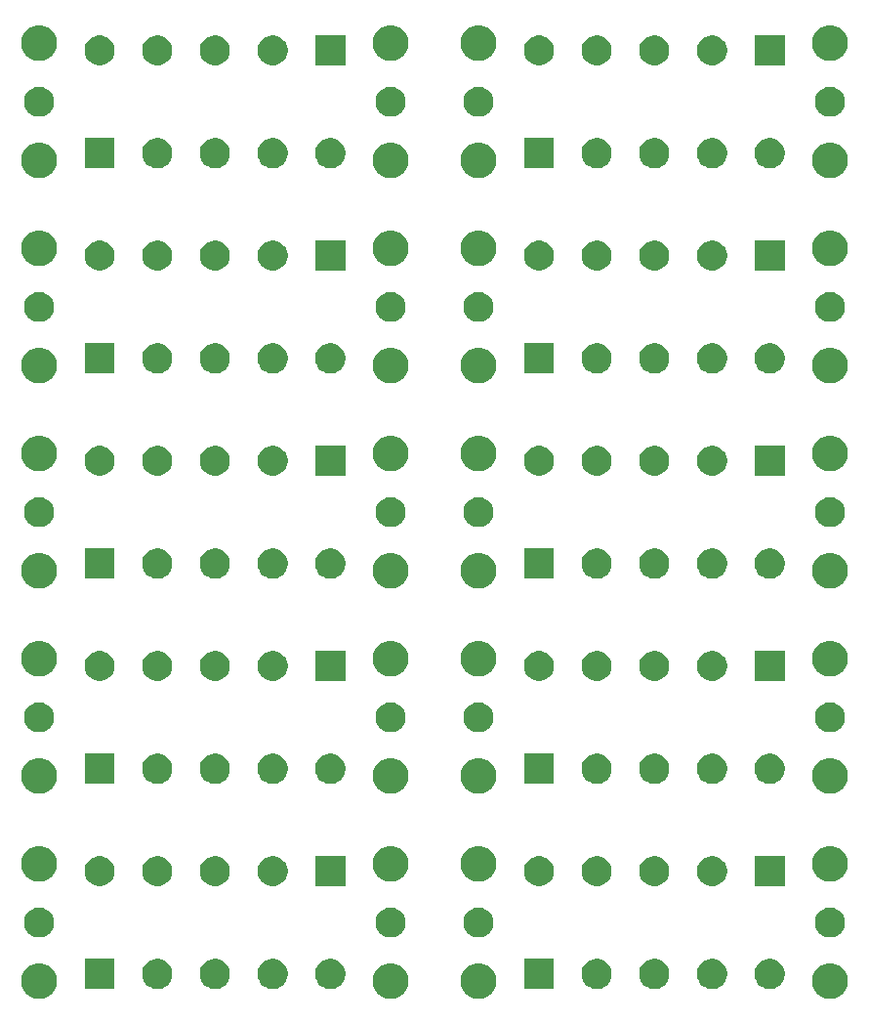
<source format=gbr>
G04 #@! TF.GenerationSoftware,KiCad,Pcbnew,5.1.5-52549c5~86~ubuntu18.04.1*
G04 #@! TF.CreationDate,2020-10-05T00:10:34-05:00*
G04 #@! TF.ProjectId,,58585858-5858-4585-9858-585858585858,rev?*
G04 #@! TF.SameCoordinates,Original*
G04 #@! TF.FileFunction,Soldermask,Top*
G04 #@! TF.FilePolarity,Negative*
%FSLAX46Y46*%
G04 Gerber Fmt 4.6, Leading zero omitted, Abs format (unit mm)*
G04 Created by KiCad (PCBNEW 5.1.5-52549c5~86~ubuntu18.04.1) date 2020-10-05 00:10:34*
%MOMM*%
%LPD*%
G04 APERTURE LIST*
%ADD10C,0.100000*%
G04 APERTURE END LIST*
D10*
G36*
X127287385Y-124574602D02*
G01*
X127437210Y-124604404D01*
X127719474Y-124721321D01*
X127973505Y-124891059D01*
X128189541Y-125107095D01*
X128359279Y-125361126D01*
X128476196Y-125643390D01*
X128535800Y-125943040D01*
X128535800Y-126248560D01*
X128476196Y-126548210D01*
X128359279Y-126830474D01*
X128189541Y-127084505D01*
X127973505Y-127300541D01*
X127719474Y-127470279D01*
X127437210Y-127587196D01*
X127287385Y-127616998D01*
X127137561Y-127646800D01*
X126832039Y-127646800D01*
X126682215Y-127616998D01*
X126532390Y-127587196D01*
X126250126Y-127470279D01*
X125996095Y-127300541D01*
X125780059Y-127084505D01*
X125610321Y-126830474D01*
X125493404Y-126548210D01*
X125433800Y-126248560D01*
X125433800Y-125943040D01*
X125493404Y-125643390D01*
X125610321Y-125361126D01*
X125780059Y-125107095D01*
X125996095Y-124891059D01*
X126250126Y-124721321D01*
X126532390Y-124604404D01*
X126682215Y-124574602D01*
X126832039Y-124544800D01*
X127137561Y-124544800D01*
X127287385Y-124574602D01*
G37*
G36*
X96807385Y-124574602D02*
G01*
X96957210Y-124604404D01*
X97239474Y-124721321D01*
X97493505Y-124891059D01*
X97709541Y-125107095D01*
X97879279Y-125361126D01*
X97996196Y-125643390D01*
X98055800Y-125943040D01*
X98055800Y-126248560D01*
X97996196Y-126548210D01*
X97879279Y-126830474D01*
X97709541Y-127084505D01*
X97493505Y-127300541D01*
X97239474Y-127470279D01*
X96957210Y-127587196D01*
X96807385Y-127616998D01*
X96657561Y-127646800D01*
X96352039Y-127646800D01*
X96202215Y-127616998D01*
X96052390Y-127587196D01*
X95770126Y-127470279D01*
X95516095Y-127300541D01*
X95300059Y-127084505D01*
X95130321Y-126830474D01*
X95013404Y-126548210D01*
X94953800Y-126248560D01*
X94953800Y-125943040D01*
X95013404Y-125643390D01*
X95130321Y-125361126D01*
X95300059Y-125107095D01*
X95516095Y-124891059D01*
X95770126Y-124721321D01*
X96052390Y-124604404D01*
X96202215Y-124574602D01*
X96352039Y-124544800D01*
X96657561Y-124544800D01*
X96807385Y-124574602D01*
G37*
G36*
X89187385Y-124574602D02*
G01*
X89337210Y-124604404D01*
X89619474Y-124721321D01*
X89873505Y-124891059D01*
X90089541Y-125107095D01*
X90259279Y-125361126D01*
X90376196Y-125643390D01*
X90435800Y-125943040D01*
X90435800Y-126248560D01*
X90376196Y-126548210D01*
X90259279Y-126830474D01*
X90089541Y-127084505D01*
X89873505Y-127300541D01*
X89619474Y-127470279D01*
X89337210Y-127587196D01*
X89187385Y-127616998D01*
X89037561Y-127646800D01*
X88732039Y-127646800D01*
X88582215Y-127616998D01*
X88432390Y-127587196D01*
X88150126Y-127470279D01*
X87896095Y-127300541D01*
X87680059Y-127084505D01*
X87510321Y-126830474D01*
X87393404Y-126548210D01*
X87333800Y-126248560D01*
X87333800Y-125943040D01*
X87393404Y-125643390D01*
X87510321Y-125361126D01*
X87680059Y-125107095D01*
X87896095Y-124891059D01*
X88150126Y-124721321D01*
X88432390Y-124604404D01*
X88582215Y-124574602D01*
X88732039Y-124544800D01*
X89037561Y-124544800D01*
X89187385Y-124574602D01*
G37*
G36*
X58707385Y-124574602D02*
G01*
X58857210Y-124604404D01*
X59139474Y-124721321D01*
X59393505Y-124891059D01*
X59609541Y-125107095D01*
X59779279Y-125361126D01*
X59896196Y-125643390D01*
X59955800Y-125943040D01*
X59955800Y-126248560D01*
X59896196Y-126548210D01*
X59779279Y-126830474D01*
X59609541Y-127084505D01*
X59393505Y-127300541D01*
X59139474Y-127470279D01*
X58857210Y-127587196D01*
X58707385Y-127616998D01*
X58557561Y-127646800D01*
X58252039Y-127646800D01*
X58102215Y-127616998D01*
X57952390Y-127587196D01*
X57670126Y-127470279D01*
X57416095Y-127300541D01*
X57200059Y-127084505D01*
X57030321Y-126830474D01*
X56913404Y-126548210D01*
X56853800Y-126248560D01*
X56853800Y-125943040D01*
X56913404Y-125643390D01*
X57030321Y-125361126D01*
X57200059Y-125107095D01*
X57416095Y-124891059D01*
X57670126Y-124721321D01*
X57952390Y-124604404D01*
X58102215Y-124574602D01*
X58252039Y-124544800D01*
X58557561Y-124544800D01*
X58707385Y-124574602D01*
G37*
G36*
X107124287Y-124219996D02*
G01*
X107361053Y-124318068D01*
X107361055Y-124318069D01*
X107574139Y-124460447D01*
X107755353Y-124641661D01*
X107897732Y-124854747D01*
X107995804Y-125091513D01*
X108045800Y-125342861D01*
X108045800Y-125599139D01*
X107995804Y-125850487D01*
X107957467Y-125943040D01*
X107897731Y-126087255D01*
X107755353Y-126300339D01*
X107574139Y-126481553D01*
X107361055Y-126623931D01*
X107361054Y-126623932D01*
X107361053Y-126623932D01*
X107124287Y-126722004D01*
X106872939Y-126772000D01*
X106616661Y-126772000D01*
X106365313Y-126722004D01*
X106128547Y-126623932D01*
X106128546Y-126623932D01*
X106128545Y-126623931D01*
X105915461Y-126481553D01*
X105734247Y-126300339D01*
X105591869Y-126087255D01*
X105532133Y-125943040D01*
X105493796Y-125850487D01*
X105443800Y-125599139D01*
X105443800Y-125342861D01*
X105493796Y-125091513D01*
X105591868Y-124854747D01*
X105734247Y-124641661D01*
X105915461Y-124460447D01*
X106128545Y-124318069D01*
X106128547Y-124318068D01*
X106365313Y-124219996D01*
X106616661Y-124170000D01*
X106872939Y-124170000D01*
X107124287Y-124219996D01*
G37*
G36*
X103045800Y-126772000D02*
G01*
X100443800Y-126772000D01*
X100443800Y-124170000D01*
X103045800Y-124170000D01*
X103045800Y-126772000D01*
G37*
G36*
X117124287Y-124219996D02*
G01*
X117361053Y-124318068D01*
X117361055Y-124318069D01*
X117574139Y-124460447D01*
X117755353Y-124641661D01*
X117897732Y-124854747D01*
X117995804Y-125091513D01*
X118045800Y-125342861D01*
X118045800Y-125599139D01*
X117995804Y-125850487D01*
X117957467Y-125943040D01*
X117897731Y-126087255D01*
X117755353Y-126300339D01*
X117574139Y-126481553D01*
X117361055Y-126623931D01*
X117361054Y-126623932D01*
X117361053Y-126623932D01*
X117124287Y-126722004D01*
X116872939Y-126772000D01*
X116616661Y-126772000D01*
X116365313Y-126722004D01*
X116128547Y-126623932D01*
X116128546Y-126623932D01*
X116128545Y-126623931D01*
X115915461Y-126481553D01*
X115734247Y-126300339D01*
X115591869Y-126087255D01*
X115532133Y-125943040D01*
X115493796Y-125850487D01*
X115443800Y-125599139D01*
X115443800Y-125342861D01*
X115493796Y-125091513D01*
X115591868Y-124854747D01*
X115734247Y-124641661D01*
X115915461Y-124460447D01*
X116128545Y-124318069D01*
X116128547Y-124318068D01*
X116365313Y-124219996D01*
X116616661Y-124170000D01*
X116872939Y-124170000D01*
X117124287Y-124219996D01*
G37*
G36*
X122124287Y-124219996D02*
G01*
X122361053Y-124318068D01*
X122361055Y-124318069D01*
X122574139Y-124460447D01*
X122755353Y-124641661D01*
X122897732Y-124854747D01*
X122995804Y-125091513D01*
X123045800Y-125342861D01*
X123045800Y-125599139D01*
X122995804Y-125850487D01*
X122957467Y-125943040D01*
X122897731Y-126087255D01*
X122755353Y-126300339D01*
X122574139Y-126481553D01*
X122361055Y-126623931D01*
X122361054Y-126623932D01*
X122361053Y-126623932D01*
X122124287Y-126722004D01*
X121872939Y-126772000D01*
X121616661Y-126772000D01*
X121365313Y-126722004D01*
X121128547Y-126623932D01*
X121128546Y-126623932D01*
X121128545Y-126623931D01*
X120915461Y-126481553D01*
X120734247Y-126300339D01*
X120591869Y-126087255D01*
X120532133Y-125943040D01*
X120493796Y-125850487D01*
X120443800Y-125599139D01*
X120443800Y-125342861D01*
X120493796Y-125091513D01*
X120591868Y-124854747D01*
X120734247Y-124641661D01*
X120915461Y-124460447D01*
X121128545Y-124318069D01*
X121128547Y-124318068D01*
X121365313Y-124219996D01*
X121616661Y-124170000D01*
X121872939Y-124170000D01*
X122124287Y-124219996D01*
G37*
G36*
X64945800Y-126772000D02*
G01*
X62343800Y-126772000D01*
X62343800Y-124170000D01*
X64945800Y-124170000D01*
X64945800Y-126772000D01*
G37*
G36*
X74024287Y-124219996D02*
G01*
X74261053Y-124318068D01*
X74261055Y-124318069D01*
X74474139Y-124460447D01*
X74655353Y-124641661D01*
X74797732Y-124854747D01*
X74895804Y-125091513D01*
X74945800Y-125342861D01*
X74945800Y-125599139D01*
X74895804Y-125850487D01*
X74857467Y-125943040D01*
X74797731Y-126087255D01*
X74655353Y-126300339D01*
X74474139Y-126481553D01*
X74261055Y-126623931D01*
X74261054Y-126623932D01*
X74261053Y-126623932D01*
X74024287Y-126722004D01*
X73772939Y-126772000D01*
X73516661Y-126772000D01*
X73265313Y-126722004D01*
X73028547Y-126623932D01*
X73028546Y-126623932D01*
X73028545Y-126623931D01*
X72815461Y-126481553D01*
X72634247Y-126300339D01*
X72491869Y-126087255D01*
X72432133Y-125943040D01*
X72393796Y-125850487D01*
X72343800Y-125599139D01*
X72343800Y-125342861D01*
X72393796Y-125091513D01*
X72491868Y-124854747D01*
X72634247Y-124641661D01*
X72815461Y-124460447D01*
X73028545Y-124318069D01*
X73028547Y-124318068D01*
X73265313Y-124219996D01*
X73516661Y-124170000D01*
X73772939Y-124170000D01*
X74024287Y-124219996D01*
G37*
G36*
X79024287Y-124219996D02*
G01*
X79261053Y-124318068D01*
X79261055Y-124318069D01*
X79474139Y-124460447D01*
X79655353Y-124641661D01*
X79797732Y-124854747D01*
X79895804Y-125091513D01*
X79945800Y-125342861D01*
X79945800Y-125599139D01*
X79895804Y-125850487D01*
X79857467Y-125943040D01*
X79797731Y-126087255D01*
X79655353Y-126300339D01*
X79474139Y-126481553D01*
X79261055Y-126623931D01*
X79261054Y-126623932D01*
X79261053Y-126623932D01*
X79024287Y-126722004D01*
X78772939Y-126772000D01*
X78516661Y-126772000D01*
X78265313Y-126722004D01*
X78028547Y-126623932D01*
X78028546Y-126623932D01*
X78028545Y-126623931D01*
X77815461Y-126481553D01*
X77634247Y-126300339D01*
X77491869Y-126087255D01*
X77432133Y-125943040D01*
X77393796Y-125850487D01*
X77343800Y-125599139D01*
X77343800Y-125342861D01*
X77393796Y-125091513D01*
X77491868Y-124854747D01*
X77634247Y-124641661D01*
X77815461Y-124460447D01*
X78028545Y-124318069D01*
X78028547Y-124318068D01*
X78265313Y-124219996D01*
X78516661Y-124170000D01*
X78772939Y-124170000D01*
X79024287Y-124219996D01*
G37*
G36*
X112124287Y-124219996D02*
G01*
X112361053Y-124318068D01*
X112361055Y-124318069D01*
X112574139Y-124460447D01*
X112755353Y-124641661D01*
X112897732Y-124854747D01*
X112995804Y-125091513D01*
X113045800Y-125342861D01*
X113045800Y-125599139D01*
X112995804Y-125850487D01*
X112957467Y-125943040D01*
X112897731Y-126087255D01*
X112755353Y-126300339D01*
X112574139Y-126481553D01*
X112361055Y-126623931D01*
X112361054Y-126623932D01*
X112361053Y-126623932D01*
X112124287Y-126722004D01*
X111872939Y-126772000D01*
X111616661Y-126772000D01*
X111365313Y-126722004D01*
X111128547Y-126623932D01*
X111128546Y-126623932D01*
X111128545Y-126623931D01*
X110915461Y-126481553D01*
X110734247Y-126300339D01*
X110591869Y-126087255D01*
X110532133Y-125943040D01*
X110493796Y-125850487D01*
X110443800Y-125599139D01*
X110443800Y-125342861D01*
X110493796Y-125091513D01*
X110591868Y-124854747D01*
X110734247Y-124641661D01*
X110915461Y-124460447D01*
X111128545Y-124318069D01*
X111128547Y-124318068D01*
X111365313Y-124219996D01*
X111616661Y-124170000D01*
X111872939Y-124170000D01*
X112124287Y-124219996D01*
G37*
G36*
X84024287Y-124219996D02*
G01*
X84261053Y-124318068D01*
X84261055Y-124318069D01*
X84474139Y-124460447D01*
X84655353Y-124641661D01*
X84797732Y-124854747D01*
X84895804Y-125091513D01*
X84945800Y-125342861D01*
X84945800Y-125599139D01*
X84895804Y-125850487D01*
X84857467Y-125943040D01*
X84797731Y-126087255D01*
X84655353Y-126300339D01*
X84474139Y-126481553D01*
X84261055Y-126623931D01*
X84261054Y-126623932D01*
X84261053Y-126623932D01*
X84024287Y-126722004D01*
X83772939Y-126772000D01*
X83516661Y-126772000D01*
X83265313Y-126722004D01*
X83028547Y-126623932D01*
X83028546Y-126623932D01*
X83028545Y-126623931D01*
X82815461Y-126481553D01*
X82634247Y-126300339D01*
X82491869Y-126087255D01*
X82432133Y-125943040D01*
X82393796Y-125850487D01*
X82343800Y-125599139D01*
X82343800Y-125342861D01*
X82393796Y-125091513D01*
X82491868Y-124854747D01*
X82634247Y-124641661D01*
X82815461Y-124460447D01*
X83028545Y-124318069D01*
X83028547Y-124318068D01*
X83265313Y-124219996D01*
X83516661Y-124170000D01*
X83772939Y-124170000D01*
X84024287Y-124219996D01*
G37*
G36*
X69024287Y-124219996D02*
G01*
X69261053Y-124318068D01*
X69261055Y-124318069D01*
X69474139Y-124460447D01*
X69655353Y-124641661D01*
X69797732Y-124854747D01*
X69895804Y-125091513D01*
X69945800Y-125342861D01*
X69945800Y-125599139D01*
X69895804Y-125850487D01*
X69857467Y-125943040D01*
X69797731Y-126087255D01*
X69655353Y-126300339D01*
X69474139Y-126481553D01*
X69261055Y-126623931D01*
X69261054Y-126623932D01*
X69261053Y-126623932D01*
X69024287Y-126722004D01*
X68772939Y-126772000D01*
X68516661Y-126772000D01*
X68265313Y-126722004D01*
X68028547Y-126623932D01*
X68028546Y-126623932D01*
X68028545Y-126623931D01*
X67815461Y-126481553D01*
X67634247Y-126300339D01*
X67491869Y-126087255D01*
X67432133Y-125943040D01*
X67393796Y-125850487D01*
X67343800Y-125599139D01*
X67343800Y-125342861D01*
X67393796Y-125091513D01*
X67491868Y-124854747D01*
X67634247Y-124641661D01*
X67815461Y-124460447D01*
X68028545Y-124318069D01*
X68028547Y-124318068D01*
X68265313Y-124219996D01*
X68516661Y-124170000D01*
X68772939Y-124170000D01*
X69024287Y-124219996D01*
G37*
G36*
X58784193Y-119765104D02*
G01*
X59020901Y-119863152D01*
X59020903Y-119863153D01*
X59233935Y-120005496D01*
X59415104Y-120186665D01*
X59557447Y-120399697D01*
X59557448Y-120399699D01*
X59655496Y-120636407D01*
X59705480Y-120887693D01*
X59705480Y-121143907D01*
X59655496Y-121395193D01*
X59557448Y-121631901D01*
X59557447Y-121631903D01*
X59415104Y-121844935D01*
X59233935Y-122026104D01*
X59020903Y-122168447D01*
X59020902Y-122168448D01*
X59020901Y-122168448D01*
X58784193Y-122266496D01*
X58532907Y-122316480D01*
X58276693Y-122316480D01*
X58025407Y-122266496D01*
X57788699Y-122168448D01*
X57788698Y-122168448D01*
X57788697Y-122168447D01*
X57575665Y-122026104D01*
X57394496Y-121844935D01*
X57252153Y-121631903D01*
X57252152Y-121631901D01*
X57154104Y-121395193D01*
X57104120Y-121143907D01*
X57104120Y-120887693D01*
X57154104Y-120636407D01*
X57252152Y-120399699D01*
X57252153Y-120399697D01*
X57394496Y-120186665D01*
X57575665Y-120005496D01*
X57788697Y-119863153D01*
X57788699Y-119863152D01*
X58025407Y-119765104D01*
X58276693Y-119715120D01*
X58532907Y-119715120D01*
X58784193Y-119765104D01*
G37*
G36*
X89264193Y-119765104D02*
G01*
X89500901Y-119863152D01*
X89500903Y-119863153D01*
X89713935Y-120005496D01*
X89895104Y-120186665D01*
X90037447Y-120399697D01*
X90037448Y-120399699D01*
X90135496Y-120636407D01*
X90185480Y-120887693D01*
X90185480Y-121143907D01*
X90135496Y-121395193D01*
X90037448Y-121631901D01*
X90037447Y-121631903D01*
X89895104Y-121844935D01*
X89713935Y-122026104D01*
X89500903Y-122168447D01*
X89500902Y-122168448D01*
X89500901Y-122168448D01*
X89264193Y-122266496D01*
X89012907Y-122316480D01*
X88756693Y-122316480D01*
X88505407Y-122266496D01*
X88268699Y-122168448D01*
X88268698Y-122168448D01*
X88268697Y-122168447D01*
X88055665Y-122026104D01*
X87874496Y-121844935D01*
X87732153Y-121631903D01*
X87732152Y-121631901D01*
X87634104Y-121395193D01*
X87584120Y-121143907D01*
X87584120Y-120887693D01*
X87634104Y-120636407D01*
X87732152Y-120399699D01*
X87732153Y-120399697D01*
X87874496Y-120186665D01*
X88055665Y-120005496D01*
X88268697Y-119863153D01*
X88268699Y-119863152D01*
X88505407Y-119765104D01*
X88756693Y-119715120D01*
X89012907Y-119715120D01*
X89264193Y-119765104D01*
G37*
G36*
X127364193Y-119765104D02*
G01*
X127600901Y-119863152D01*
X127600903Y-119863153D01*
X127813935Y-120005496D01*
X127995104Y-120186665D01*
X128137447Y-120399697D01*
X128137448Y-120399699D01*
X128235496Y-120636407D01*
X128285480Y-120887693D01*
X128285480Y-121143907D01*
X128235496Y-121395193D01*
X128137448Y-121631901D01*
X128137447Y-121631903D01*
X127995104Y-121844935D01*
X127813935Y-122026104D01*
X127600903Y-122168447D01*
X127600902Y-122168448D01*
X127600901Y-122168448D01*
X127364193Y-122266496D01*
X127112907Y-122316480D01*
X126856693Y-122316480D01*
X126605407Y-122266496D01*
X126368699Y-122168448D01*
X126368698Y-122168448D01*
X126368697Y-122168447D01*
X126155665Y-122026104D01*
X125974496Y-121844935D01*
X125832153Y-121631903D01*
X125832152Y-121631901D01*
X125734104Y-121395193D01*
X125684120Y-121143907D01*
X125684120Y-120887693D01*
X125734104Y-120636407D01*
X125832152Y-120399699D01*
X125832153Y-120399697D01*
X125974496Y-120186665D01*
X126155665Y-120005496D01*
X126368697Y-119863153D01*
X126368699Y-119863152D01*
X126605407Y-119765104D01*
X126856693Y-119715120D01*
X127112907Y-119715120D01*
X127364193Y-119765104D01*
G37*
G36*
X96884193Y-119765104D02*
G01*
X97120901Y-119863152D01*
X97120903Y-119863153D01*
X97333935Y-120005496D01*
X97515104Y-120186665D01*
X97657447Y-120399697D01*
X97657448Y-120399699D01*
X97755496Y-120636407D01*
X97805480Y-120887693D01*
X97805480Y-121143907D01*
X97755496Y-121395193D01*
X97657448Y-121631901D01*
X97657447Y-121631903D01*
X97515104Y-121844935D01*
X97333935Y-122026104D01*
X97120903Y-122168447D01*
X97120902Y-122168448D01*
X97120901Y-122168448D01*
X96884193Y-122266496D01*
X96632907Y-122316480D01*
X96376693Y-122316480D01*
X96125407Y-122266496D01*
X95888699Y-122168448D01*
X95888698Y-122168448D01*
X95888697Y-122168447D01*
X95675665Y-122026104D01*
X95494496Y-121844935D01*
X95352153Y-121631903D01*
X95352152Y-121631901D01*
X95254104Y-121395193D01*
X95204120Y-121143907D01*
X95204120Y-120887693D01*
X95254104Y-120636407D01*
X95352152Y-120399699D01*
X95352153Y-120399697D01*
X95494496Y-120186665D01*
X95675665Y-120005496D01*
X95888697Y-119863153D01*
X95888699Y-119863152D01*
X96125407Y-119765104D01*
X96376693Y-119715120D01*
X96632907Y-119715120D01*
X96884193Y-119765104D01*
G37*
G36*
X74024287Y-115309596D02*
G01*
X74261053Y-115407668D01*
X74261055Y-115407669D01*
X74474139Y-115550047D01*
X74655353Y-115731261D01*
X74689951Y-115783040D01*
X74797732Y-115944347D01*
X74895804Y-116181113D01*
X74945800Y-116432461D01*
X74945800Y-116688739D01*
X74895804Y-116940087D01*
X74812773Y-117140540D01*
X74797731Y-117176855D01*
X74655353Y-117389939D01*
X74474139Y-117571153D01*
X74261055Y-117713531D01*
X74261054Y-117713532D01*
X74261053Y-117713532D01*
X74024287Y-117811604D01*
X73772939Y-117861600D01*
X73516661Y-117861600D01*
X73265313Y-117811604D01*
X73028547Y-117713532D01*
X73028546Y-117713532D01*
X73028545Y-117713531D01*
X72815461Y-117571153D01*
X72634247Y-117389939D01*
X72491869Y-117176855D01*
X72476827Y-117140540D01*
X72393796Y-116940087D01*
X72343800Y-116688739D01*
X72343800Y-116432461D01*
X72393796Y-116181113D01*
X72491868Y-115944347D01*
X72599650Y-115783040D01*
X72634247Y-115731261D01*
X72815461Y-115550047D01*
X73028545Y-115407669D01*
X73028547Y-115407668D01*
X73265313Y-115309596D01*
X73516661Y-115259600D01*
X73772939Y-115259600D01*
X74024287Y-115309596D01*
G37*
G36*
X64024287Y-115309596D02*
G01*
X64261053Y-115407668D01*
X64261055Y-115407669D01*
X64474139Y-115550047D01*
X64655353Y-115731261D01*
X64689951Y-115783040D01*
X64797732Y-115944347D01*
X64895804Y-116181113D01*
X64945800Y-116432461D01*
X64945800Y-116688739D01*
X64895804Y-116940087D01*
X64812773Y-117140540D01*
X64797731Y-117176855D01*
X64655353Y-117389939D01*
X64474139Y-117571153D01*
X64261055Y-117713531D01*
X64261054Y-117713532D01*
X64261053Y-117713532D01*
X64024287Y-117811604D01*
X63772939Y-117861600D01*
X63516661Y-117861600D01*
X63265313Y-117811604D01*
X63028547Y-117713532D01*
X63028546Y-117713532D01*
X63028545Y-117713531D01*
X62815461Y-117571153D01*
X62634247Y-117389939D01*
X62491869Y-117176855D01*
X62476827Y-117140540D01*
X62393796Y-116940087D01*
X62343800Y-116688739D01*
X62343800Y-116432461D01*
X62393796Y-116181113D01*
X62491868Y-115944347D01*
X62599650Y-115783040D01*
X62634247Y-115731261D01*
X62815461Y-115550047D01*
X63028545Y-115407669D01*
X63028547Y-115407668D01*
X63265313Y-115309596D01*
X63516661Y-115259600D01*
X63772939Y-115259600D01*
X64024287Y-115309596D01*
G37*
G36*
X69024287Y-115309596D02*
G01*
X69261053Y-115407668D01*
X69261055Y-115407669D01*
X69474139Y-115550047D01*
X69655353Y-115731261D01*
X69689951Y-115783040D01*
X69797732Y-115944347D01*
X69895804Y-116181113D01*
X69945800Y-116432461D01*
X69945800Y-116688739D01*
X69895804Y-116940087D01*
X69812773Y-117140540D01*
X69797731Y-117176855D01*
X69655353Y-117389939D01*
X69474139Y-117571153D01*
X69261055Y-117713531D01*
X69261054Y-117713532D01*
X69261053Y-117713532D01*
X69024287Y-117811604D01*
X68772939Y-117861600D01*
X68516661Y-117861600D01*
X68265313Y-117811604D01*
X68028547Y-117713532D01*
X68028546Y-117713532D01*
X68028545Y-117713531D01*
X67815461Y-117571153D01*
X67634247Y-117389939D01*
X67491869Y-117176855D01*
X67476827Y-117140540D01*
X67393796Y-116940087D01*
X67343800Y-116688739D01*
X67343800Y-116432461D01*
X67393796Y-116181113D01*
X67491868Y-115944347D01*
X67599650Y-115783040D01*
X67634247Y-115731261D01*
X67815461Y-115550047D01*
X68028545Y-115407669D01*
X68028547Y-115407668D01*
X68265313Y-115309596D01*
X68516661Y-115259600D01*
X68772939Y-115259600D01*
X69024287Y-115309596D01*
G37*
G36*
X84945800Y-117861600D02*
G01*
X82343800Y-117861600D01*
X82343800Y-115259600D01*
X84945800Y-115259600D01*
X84945800Y-117861600D01*
G37*
G36*
X102124287Y-115309596D02*
G01*
X102361053Y-115407668D01*
X102361055Y-115407669D01*
X102574139Y-115550047D01*
X102755353Y-115731261D01*
X102789951Y-115783040D01*
X102897732Y-115944347D01*
X102995804Y-116181113D01*
X103045800Y-116432461D01*
X103045800Y-116688739D01*
X102995804Y-116940087D01*
X102912773Y-117140540D01*
X102897731Y-117176855D01*
X102755353Y-117389939D01*
X102574139Y-117571153D01*
X102361055Y-117713531D01*
X102361054Y-117713532D01*
X102361053Y-117713532D01*
X102124287Y-117811604D01*
X101872939Y-117861600D01*
X101616661Y-117861600D01*
X101365313Y-117811604D01*
X101128547Y-117713532D01*
X101128546Y-117713532D01*
X101128545Y-117713531D01*
X100915461Y-117571153D01*
X100734247Y-117389939D01*
X100591869Y-117176855D01*
X100576827Y-117140540D01*
X100493796Y-116940087D01*
X100443800Y-116688739D01*
X100443800Y-116432461D01*
X100493796Y-116181113D01*
X100591868Y-115944347D01*
X100699650Y-115783040D01*
X100734247Y-115731261D01*
X100915461Y-115550047D01*
X101128545Y-115407669D01*
X101128547Y-115407668D01*
X101365313Y-115309596D01*
X101616661Y-115259600D01*
X101872939Y-115259600D01*
X102124287Y-115309596D01*
G37*
G36*
X117124287Y-115309596D02*
G01*
X117361053Y-115407668D01*
X117361055Y-115407669D01*
X117574139Y-115550047D01*
X117755353Y-115731261D01*
X117789951Y-115783040D01*
X117897732Y-115944347D01*
X117995804Y-116181113D01*
X118045800Y-116432461D01*
X118045800Y-116688739D01*
X117995804Y-116940087D01*
X117912773Y-117140540D01*
X117897731Y-117176855D01*
X117755353Y-117389939D01*
X117574139Y-117571153D01*
X117361055Y-117713531D01*
X117361054Y-117713532D01*
X117361053Y-117713532D01*
X117124287Y-117811604D01*
X116872939Y-117861600D01*
X116616661Y-117861600D01*
X116365313Y-117811604D01*
X116128547Y-117713532D01*
X116128546Y-117713532D01*
X116128545Y-117713531D01*
X115915461Y-117571153D01*
X115734247Y-117389939D01*
X115591869Y-117176855D01*
X115576827Y-117140540D01*
X115493796Y-116940087D01*
X115443800Y-116688739D01*
X115443800Y-116432461D01*
X115493796Y-116181113D01*
X115591868Y-115944347D01*
X115699650Y-115783040D01*
X115734247Y-115731261D01*
X115915461Y-115550047D01*
X116128545Y-115407669D01*
X116128547Y-115407668D01*
X116365313Y-115309596D01*
X116616661Y-115259600D01*
X116872939Y-115259600D01*
X117124287Y-115309596D01*
G37*
G36*
X112124287Y-115309596D02*
G01*
X112361053Y-115407668D01*
X112361055Y-115407669D01*
X112574139Y-115550047D01*
X112755353Y-115731261D01*
X112789951Y-115783040D01*
X112897732Y-115944347D01*
X112995804Y-116181113D01*
X113045800Y-116432461D01*
X113045800Y-116688739D01*
X112995804Y-116940087D01*
X112912773Y-117140540D01*
X112897731Y-117176855D01*
X112755353Y-117389939D01*
X112574139Y-117571153D01*
X112361055Y-117713531D01*
X112361054Y-117713532D01*
X112361053Y-117713532D01*
X112124287Y-117811604D01*
X111872939Y-117861600D01*
X111616661Y-117861600D01*
X111365313Y-117811604D01*
X111128547Y-117713532D01*
X111128546Y-117713532D01*
X111128545Y-117713531D01*
X110915461Y-117571153D01*
X110734247Y-117389939D01*
X110591869Y-117176855D01*
X110576827Y-117140540D01*
X110493796Y-116940087D01*
X110443800Y-116688739D01*
X110443800Y-116432461D01*
X110493796Y-116181113D01*
X110591868Y-115944347D01*
X110699650Y-115783040D01*
X110734247Y-115731261D01*
X110915461Y-115550047D01*
X111128545Y-115407669D01*
X111128547Y-115407668D01*
X111365313Y-115309596D01*
X111616661Y-115259600D01*
X111872939Y-115259600D01*
X112124287Y-115309596D01*
G37*
G36*
X123045800Y-117861600D02*
G01*
X120443800Y-117861600D01*
X120443800Y-115259600D01*
X123045800Y-115259600D01*
X123045800Y-117861600D01*
G37*
G36*
X79024287Y-115309596D02*
G01*
X79261053Y-115407668D01*
X79261055Y-115407669D01*
X79474139Y-115550047D01*
X79655353Y-115731261D01*
X79689951Y-115783040D01*
X79797732Y-115944347D01*
X79895804Y-116181113D01*
X79945800Y-116432461D01*
X79945800Y-116688739D01*
X79895804Y-116940087D01*
X79812773Y-117140540D01*
X79797731Y-117176855D01*
X79655353Y-117389939D01*
X79474139Y-117571153D01*
X79261055Y-117713531D01*
X79261054Y-117713532D01*
X79261053Y-117713532D01*
X79024287Y-117811604D01*
X78772939Y-117861600D01*
X78516661Y-117861600D01*
X78265313Y-117811604D01*
X78028547Y-117713532D01*
X78028546Y-117713532D01*
X78028545Y-117713531D01*
X77815461Y-117571153D01*
X77634247Y-117389939D01*
X77491869Y-117176855D01*
X77476827Y-117140540D01*
X77393796Y-116940087D01*
X77343800Y-116688739D01*
X77343800Y-116432461D01*
X77393796Y-116181113D01*
X77491868Y-115944347D01*
X77599650Y-115783040D01*
X77634247Y-115731261D01*
X77815461Y-115550047D01*
X78028545Y-115407669D01*
X78028547Y-115407668D01*
X78265313Y-115309596D01*
X78516661Y-115259600D01*
X78772939Y-115259600D01*
X79024287Y-115309596D01*
G37*
G36*
X107124287Y-115309596D02*
G01*
X107361053Y-115407668D01*
X107361055Y-115407669D01*
X107574139Y-115550047D01*
X107755353Y-115731261D01*
X107789951Y-115783040D01*
X107897732Y-115944347D01*
X107995804Y-116181113D01*
X108045800Y-116432461D01*
X108045800Y-116688739D01*
X107995804Y-116940087D01*
X107912773Y-117140540D01*
X107897731Y-117176855D01*
X107755353Y-117389939D01*
X107574139Y-117571153D01*
X107361055Y-117713531D01*
X107361054Y-117713532D01*
X107361053Y-117713532D01*
X107124287Y-117811604D01*
X106872939Y-117861600D01*
X106616661Y-117861600D01*
X106365313Y-117811604D01*
X106128547Y-117713532D01*
X106128546Y-117713532D01*
X106128545Y-117713531D01*
X105915461Y-117571153D01*
X105734247Y-117389939D01*
X105591869Y-117176855D01*
X105576827Y-117140540D01*
X105493796Y-116940087D01*
X105443800Y-116688739D01*
X105443800Y-116432461D01*
X105493796Y-116181113D01*
X105591868Y-115944347D01*
X105699650Y-115783040D01*
X105734247Y-115731261D01*
X105915461Y-115550047D01*
X106128545Y-115407669D01*
X106128547Y-115407668D01*
X106365313Y-115309596D01*
X106616661Y-115259600D01*
X106872939Y-115259600D01*
X107124287Y-115309596D01*
G37*
G36*
X58707385Y-114414602D02*
G01*
X58857210Y-114444404D01*
X59139474Y-114561321D01*
X59393505Y-114731059D01*
X59609541Y-114947095D01*
X59779279Y-115201126D01*
X59896196Y-115483390D01*
X59955800Y-115783040D01*
X59955800Y-116088560D01*
X59896196Y-116388210D01*
X59779279Y-116670474D01*
X59609541Y-116924505D01*
X59393505Y-117140541D01*
X59139474Y-117310279D01*
X58857210Y-117427196D01*
X58707385Y-117456998D01*
X58557561Y-117486800D01*
X58252039Y-117486800D01*
X58102215Y-117456998D01*
X57952390Y-117427196D01*
X57670126Y-117310279D01*
X57416095Y-117140541D01*
X57200059Y-116924505D01*
X57030321Y-116670474D01*
X56913404Y-116388210D01*
X56853800Y-116088560D01*
X56853800Y-115783040D01*
X56913404Y-115483390D01*
X57030321Y-115201126D01*
X57200059Y-114947095D01*
X57416095Y-114731059D01*
X57670126Y-114561321D01*
X57952390Y-114444404D01*
X58102215Y-114414602D01*
X58252039Y-114384800D01*
X58557561Y-114384800D01*
X58707385Y-114414602D01*
G37*
G36*
X96807385Y-114414602D02*
G01*
X96957210Y-114444404D01*
X97239474Y-114561321D01*
X97493505Y-114731059D01*
X97709541Y-114947095D01*
X97879279Y-115201126D01*
X97996196Y-115483390D01*
X98055800Y-115783040D01*
X98055800Y-116088560D01*
X97996196Y-116388210D01*
X97879279Y-116670474D01*
X97709541Y-116924505D01*
X97493505Y-117140541D01*
X97239474Y-117310279D01*
X96957210Y-117427196D01*
X96807385Y-117456998D01*
X96657561Y-117486800D01*
X96352039Y-117486800D01*
X96202215Y-117456998D01*
X96052390Y-117427196D01*
X95770126Y-117310279D01*
X95516095Y-117140541D01*
X95300059Y-116924505D01*
X95130321Y-116670474D01*
X95013404Y-116388210D01*
X94953800Y-116088560D01*
X94953800Y-115783040D01*
X95013404Y-115483390D01*
X95130321Y-115201126D01*
X95300059Y-114947095D01*
X95516095Y-114731059D01*
X95770126Y-114561321D01*
X96052390Y-114444404D01*
X96202215Y-114414602D01*
X96352039Y-114384800D01*
X96657561Y-114384800D01*
X96807385Y-114414602D01*
G37*
G36*
X89187385Y-114414602D02*
G01*
X89337210Y-114444404D01*
X89619474Y-114561321D01*
X89873505Y-114731059D01*
X90089541Y-114947095D01*
X90259279Y-115201126D01*
X90376196Y-115483390D01*
X90435800Y-115783040D01*
X90435800Y-116088560D01*
X90376196Y-116388210D01*
X90259279Y-116670474D01*
X90089541Y-116924505D01*
X89873505Y-117140541D01*
X89619474Y-117310279D01*
X89337210Y-117427196D01*
X89187385Y-117456998D01*
X89037561Y-117486800D01*
X88732039Y-117486800D01*
X88582215Y-117456998D01*
X88432390Y-117427196D01*
X88150126Y-117310279D01*
X87896095Y-117140541D01*
X87680059Y-116924505D01*
X87510321Y-116670474D01*
X87393404Y-116388210D01*
X87333800Y-116088560D01*
X87333800Y-115783040D01*
X87393404Y-115483390D01*
X87510321Y-115201126D01*
X87680059Y-114947095D01*
X87896095Y-114731059D01*
X88150126Y-114561321D01*
X88432390Y-114444404D01*
X88582215Y-114414602D01*
X88732039Y-114384800D01*
X89037561Y-114384800D01*
X89187385Y-114414602D01*
G37*
G36*
X127287385Y-114414602D02*
G01*
X127437210Y-114444404D01*
X127719474Y-114561321D01*
X127973505Y-114731059D01*
X128189541Y-114947095D01*
X128359279Y-115201126D01*
X128476196Y-115483390D01*
X128535800Y-115783040D01*
X128535800Y-116088560D01*
X128476196Y-116388210D01*
X128359279Y-116670474D01*
X128189541Y-116924505D01*
X127973505Y-117140541D01*
X127719474Y-117310279D01*
X127437210Y-117427196D01*
X127287385Y-117456998D01*
X127137561Y-117486800D01*
X126832039Y-117486800D01*
X126682215Y-117456998D01*
X126532390Y-117427196D01*
X126250126Y-117310279D01*
X125996095Y-117140541D01*
X125780059Y-116924505D01*
X125610321Y-116670474D01*
X125493404Y-116388210D01*
X125433800Y-116088560D01*
X125433800Y-115783040D01*
X125493404Y-115483390D01*
X125610321Y-115201126D01*
X125780059Y-114947095D01*
X125996095Y-114731059D01*
X126250126Y-114561321D01*
X126532390Y-114444404D01*
X126682215Y-114414602D01*
X126832039Y-114384800D01*
X127137561Y-114384800D01*
X127287385Y-114414602D01*
G37*
G36*
X96807385Y-106794602D02*
G01*
X96957210Y-106824404D01*
X97239474Y-106941321D01*
X97493505Y-107111059D01*
X97709541Y-107327095D01*
X97879279Y-107581126D01*
X97996196Y-107863390D01*
X98055800Y-108163040D01*
X98055800Y-108468560D01*
X97996196Y-108768210D01*
X97879279Y-109050474D01*
X97709541Y-109304505D01*
X97493505Y-109520541D01*
X97239474Y-109690279D01*
X96957210Y-109807196D01*
X96807385Y-109836998D01*
X96657561Y-109866800D01*
X96352039Y-109866800D01*
X96202215Y-109836998D01*
X96052390Y-109807196D01*
X95770126Y-109690279D01*
X95516095Y-109520541D01*
X95300059Y-109304505D01*
X95130321Y-109050474D01*
X95013404Y-108768210D01*
X94953800Y-108468560D01*
X94953800Y-108163040D01*
X95013404Y-107863390D01*
X95130321Y-107581126D01*
X95300059Y-107327095D01*
X95516095Y-107111059D01*
X95770126Y-106941321D01*
X96052390Y-106824404D01*
X96202215Y-106794602D01*
X96352039Y-106764800D01*
X96657561Y-106764800D01*
X96807385Y-106794602D01*
G37*
G36*
X127287385Y-106794602D02*
G01*
X127437210Y-106824404D01*
X127719474Y-106941321D01*
X127973505Y-107111059D01*
X128189541Y-107327095D01*
X128359279Y-107581126D01*
X128476196Y-107863390D01*
X128535800Y-108163040D01*
X128535800Y-108468560D01*
X128476196Y-108768210D01*
X128359279Y-109050474D01*
X128189541Y-109304505D01*
X127973505Y-109520541D01*
X127719474Y-109690279D01*
X127437210Y-109807196D01*
X127287385Y-109836998D01*
X127137561Y-109866800D01*
X126832039Y-109866800D01*
X126682215Y-109836998D01*
X126532390Y-109807196D01*
X126250126Y-109690279D01*
X125996095Y-109520541D01*
X125780059Y-109304505D01*
X125610321Y-109050474D01*
X125493404Y-108768210D01*
X125433800Y-108468560D01*
X125433800Y-108163040D01*
X125493404Y-107863390D01*
X125610321Y-107581126D01*
X125780059Y-107327095D01*
X125996095Y-107111059D01*
X126250126Y-106941321D01*
X126532390Y-106824404D01*
X126682215Y-106794602D01*
X126832039Y-106764800D01*
X127137561Y-106764800D01*
X127287385Y-106794602D01*
G37*
G36*
X89187385Y-106794602D02*
G01*
X89337210Y-106824404D01*
X89619474Y-106941321D01*
X89873505Y-107111059D01*
X90089541Y-107327095D01*
X90259279Y-107581126D01*
X90376196Y-107863390D01*
X90435800Y-108163040D01*
X90435800Y-108468560D01*
X90376196Y-108768210D01*
X90259279Y-109050474D01*
X90089541Y-109304505D01*
X89873505Y-109520541D01*
X89619474Y-109690279D01*
X89337210Y-109807196D01*
X89187385Y-109836998D01*
X89037561Y-109866800D01*
X88732039Y-109866800D01*
X88582215Y-109836998D01*
X88432390Y-109807196D01*
X88150126Y-109690279D01*
X87896095Y-109520541D01*
X87680059Y-109304505D01*
X87510321Y-109050474D01*
X87393404Y-108768210D01*
X87333800Y-108468560D01*
X87333800Y-108163040D01*
X87393404Y-107863390D01*
X87510321Y-107581126D01*
X87680059Y-107327095D01*
X87896095Y-107111059D01*
X88150126Y-106941321D01*
X88432390Y-106824404D01*
X88582215Y-106794602D01*
X88732039Y-106764800D01*
X89037561Y-106764800D01*
X89187385Y-106794602D01*
G37*
G36*
X58707385Y-106794602D02*
G01*
X58857210Y-106824404D01*
X59139474Y-106941321D01*
X59393505Y-107111059D01*
X59609541Y-107327095D01*
X59779279Y-107581126D01*
X59896196Y-107863390D01*
X59955800Y-108163040D01*
X59955800Y-108468560D01*
X59896196Y-108768210D01*
X59779279Y-109050474D01*
X59609541Y-109304505D01*
X59393505Y-109520541D01*
X59139474Y-109690279D01*
X58857210Y-109807196D01*
X58707385Y-109836998D01*
X58557561Y-109866800D01*
X58252039Y-109866800D01*
X58102215Y-109836998D01*
X57952390Y-109807196D01*
X57670126Y-109690279D01*
X57416095Y-109520541D01*
X57200059Y-109304505D01*
X57030321Y-109050474D01*
X56913404Y-108768210D01*
X56853800Y-108468560D01*
X56853800Y-108163040D01*
X56913404Y-107863390D01*
X57030321Y-107581126D01*
X57200059Y-107327095D01*
X57416095Y-107111059D01*
X57670126Y-106941321D01*
X57952390Y-106824404D01*
X58102215Y-106794602D01*
X58252039Y-106764800D01*
X58557561Y-106764800D01*
X58707385Y-106794602D01*
G37*
G36*
X107124287Y-106439996D02*
G01*
X107361053Y-106538068D01*
X107361055Y-106538069D01*
X107574139Y-106680447D01*
X107755353Y-106861661D01*
X107897732Y-107074747D01*
X107995804Y-107311513D01*
X108045800Y-107562861D01*
X108045800Y-107819139D01*
X107995804Y-108070487D01*
X107957467Y-108163040D01*
X107897731Y-108307255D01*
X107755353Y-108520339D01*
X107574139Y-108701553D01*
X107361055Y-108843931D01*
X107361054Y-108843932D01*
X107361053Y-108843932D01*
X107124287Y-108942004D01*
X106872939Y-108992000D01*
X106616661Y-108992000D01*
X106365313Y-108942004D01*
X106128547Y-108843932D01*
X106128546Y-108843932D01*
X106128545Y-108843931D01*
X105915461Y-108701553D01*
X105734247Y-108520339D01*
X105591869Y-108307255D01*
X105532133Y-108163040D01*
X105493796Y-108070487D01*
X105443800Y-107819139D01*
X105443800Y-107562861D01*
X105493796Y-107311513D01*
X105591868Y-107074747D01*
X105734247Y-106861661D01*
X105915461Y-106680447D01*
X106128545Y-106538069D01*
X106128547Y-106538068D01*
X106365313Y-106439996D01*
X106616661Y-106390000D01*
X106872939Y-106390000D01*
X107124287Y-106439996D01*
G37*
G36*
X103045800Y-108992000D02*
G01*
X100443800Y-108992000D01*
X100443800Y-106390000D01*
X103045800Y-106390000D01*
X103045800Y-108992000D01*
G37*
G36*
X84024287Y-106439996D02*
G01*
X84261053Y-106538068D01*
X84261055Y-106538069D01*
X84474139Y-106680447D01*
X84655353Y-106861661D01*
X84797732Y-107074747D01*
X84895804Y-107311513D01*
X84945800Y-107562861D01*
X84945800Y-107819139D01*
X84895804Y-108070487D01*
X84857467Y-108163040D01*
X84797731Y-108307255D01*
X84655353Y-108520339D01*
X84474139Y-108701553D01*
X84261055Y-108843931D01*
X84261054Y-108843932D01*
X84261053Y-108843932D01*
X84024287Y-108942004D01*
X83772939Y-108992000D01*
X83516661Y-108992000D01*
X83265313Y-108942004D01*
X83028547Y-108843932D01*
X83028546Y-108843932D01*
X83028545Y-108843931D01*
X82815461Y-108701553D01*
X82634247Y-108520339D01*
X82491869Y-108307255D01*
X82432133Y-108163040D01*
X82393796Y-108070487D01*
X82343800Y-107819139D01*
X82343800Y-107562861D01*
X82393796Y-107311513D01*
X82491868Y-107074747D01*
X82634247Y-106861661D01*
X82815461Y-106680447D01*
X83028545Y-106538069D01*
X83028547Y-106538068D01*
X83265313Y-106439996D01*
X83516661Y-106390000D01*
X83772939Y-106390000D01*
X84024287Y-106439996D01*
G37*
G36*
X79024287Y-106439996D02*
G01*
X79261053Y-106538068D01*
X79261055Y-106538069D01*
X79474139Y-106680447D01*
X79655353Y-106861661D01*
X79797732Y-107074747D01*
X79895804Y-107311513D01*
X79945800Y-107562861D01*
X79945800Y-107819139D01*
X79895804Y-108070487D01*
X79857467Y-108163040D01*
X79797731Y-108307255D01*
X79655353Y-108520339D01*
X79474139Y-108701553D01*
X79261055Y-108843931D01*
X79261054Y-108843932D01*
X79261053Y-108843932D01*
X79024287Y-108942004D01*
X78772939Y-108992000D01*
X78516661Y-108992000D01*
X78265313Y-108942004D01*
X78028547Y-108843932D01*
X78028546Y-108843932D01*
X78028545Y-108843931D01*
X77815461Y-108701553D01*
X77634247Y-108520339D01*
X77491869Y-108307255D01*
X77432133Y-108163040D01*
X77393796Y-108070487D01*
X77343800Y-107819139D01*
X77343800Y-107562861D01*
X77393796Y-107311513D01*
X77491868Y-107074747D01*
X77634247Y-106861661D01*
X77815461Y-106680447D01*
X78028545Y-106538069D01*
X78028547Y-106538068D01*
X78265313Y-106439996D01*
X78516661Y-106390000D01*
X78772939Y-106390000D01*
X79024287Y-106439996D01*
G37*
G36*
X74024287Y-106439996D02*
G01*
X74261053Y-106538068D01*
X74261055Y-106538069D01*
X74474139Y-106680447D01*
X74655353Y-106861661D01*
X74797732Y-107074747D01*
X74895804Y-107311513D01*
X74945800Y-107562861D01*
X74945800Y-107819139D01*
X74895804Y-108070487D01*
X74857467Y-108163040D01*
X74797731Y-108307255D01*
X74655353Y-108520339D01*
X74474139Y-108701553D01*
X74261055Y-108843931D01*
X74261054Y-108843932D01*
X74261053Y-108843932D01*
X74024287Y-108942004D01*
X73772939Y-108992000D01*
X73516661Y-108992000D01*
X73265313Y-108942004D01*
X73028547Y-108843932D01*
X73028546Y-108843932D01*
X73028545Y-108843931D01*
X72815461Y-108701553D01*
X72634247Y-108520339D01*
X72491869Y-108307255D01*
X72432133Y-108163040D01*
X72393796Y-108070487D01*
X72343800Y-107819139D01*
X72343800Y-107562861D01*
X72393796Y-107311513D01*
X72491868Y-107074747D01*
X72634247Y-106861661D01*
X72815461Y-106680447D01*
X73028545Y-106538069D01*
X73028547Y-106538068D01*
X73265313Y-106439996D01*
X73516661Y-106390000D01*
X73772939Y-106390000D01*
X74024287Y-106439996D01*
G37*
G36*
X64945800Y-108992000D02*
G01*
X62343800Y-108992000D01*
X62343800Y-106390000D01*
X64945800Y-106390000D01*
X64945800Y-108992000D01*
G37*
G36*
X122124287Y-106439996D02*
G01*
X122361053Y-106538068D01*
X122361055Y-106538069D01*
X122574139Y-106680447D01*
X122755353Y-106861661D01*
X122897732Y-107074747D01*
X122995804Y-107311513D01*
X123045800Y-107562861D01*
X123045800Y-107819139D01*
X122995804Y-108070487D01*
X122957467Y-108163040D01*
X122897731Y-108307255D01*
X122755353Y-108520339D01*
X122574139Y-108701553D01*
X122361055Y-108843931D01*
X122361054Y-108843932D01*
X122361053Y-108843932D01*
X122124287Y-108942004D01*
X121872939Y-108992000D01*
X121616661Y-108992000D01*
X121365313Y-108942004D01*
X121128547Y-108843932D01*
X121128546Y-108843932D01*
X121128545Y-108843931D01*
X120915461Y-108701553D01*
X120734247Y-108520339D01*
X120591869Y-108307255D01*
X120532133Y-108163040D01*
X120493796Y-108070487D01*
X120443800Y-107819139D01*
X120443800Y-107562861D01*
X120493796Y-107311513D01*
X120591868Y-107074747D01*
X120734247Y-106861661D01*
X120915461Y-106680447D01*
X121128545Y-106538069D01*
X121128547Y-106538068D01*
X121365313Y-106439996D01*
X121616661Y-106390000D01*
X121872939Y-106390000D01*
X122124287Y-106439996D01*
G37*
G36*
X117124287Y-106439996D02*
G01*
X117361053Y-106538068D01*
X117361055Y-106538069D01*
X117574139Y-106680447D01*
X117755353Y-106861661D01*
X117897732Y-107074747D01*
X117995804Y-107311513D01*
X118045800Y-107562861D01*
X118045800Y-107819139D01*
X117995804Y-108070487D01*
X117957467Y-108163040D01*
X117897731Y-108307255D01*
X117755353Y-108520339D01*
X117574139Y-108701553D01*
X117361055Y-108843931D01*
X117361054Y-108843932D01*
X117361053Y-108843932D01*
X117124287Y-108942004D01*
X116872939Y-108992000D01*
X116616661Y-108992000D01*
X116365313Y-108942004D01*
X116128547Y-108843932D01*
X116128546Y-108843932D01*
X116128545Y-108843931D01*
X115915461Y-108701553D01*
X115734247Y-108520339D01*
X115591869Y-108307255D01*
X115532133Y-108163040D01*
X115493796Y-108070487D01*
X115443800Y-107819139D01*
X115443800Y-107562861D01*
X115493796Y-107311513D01*
X115591868Y-107074747D01*
X115734247Y-106861661D01*
X115915461Y-106680447D01*
X116128545Y-106538069D01*
X116128547Y-106538068D01*
X116365313Y-106439996D01*
X116616661Y-106390000D01*
X116872939Y-106390000D01*
X117124287Y-106439996D01*
G37*
G36*
X112124287Y-106439996D02*
G01*
X112361053Y-106538068D01*
X112361055Y-106538069D01*
X112574139Y-106680447D01*
X112755353Y-106861661D01*
X112897732Y-107074747D01*
X112995804Y-107311513D01*
X113045800Y-107562861D01*
X113045800Y-107819139D01*
X112995804Y-108070487D01*
X112957467Y-108163040D01*
X112897731Y-108307255D01*
X112755353Y-108520339D01*
X112574139Y-108701553D01*
X112361055Y-108843931D01*
X112361054Y-108843932D01*
X112361053Y-108843932D01*
X112124287Y-108942004D01*
X111872939Y-108992000D01*
X111616661Y-108992000D01*
X111365313Y-108942004D01*
X111128547Y-108843932D01*
X111128546Y-108843932D01*
X111128545Y-108843931D01*
X110915461Y-108701553D01*
X110734247Y-108520339D01*
X110591869Y-108307255D01*
X110532133Y-108163040D01*
X110493796Y-108070487D01*
X110443800Y-107819139D01*
X110443800Y-107562861D01*
X110493796Y-107311513D01*
X110591868Y-107074747D01*
X110734247Y-106861661D01*
X110915461Y-106680447D01*
X111128545Y-106538069D01*
X111128547Y-106538068D01*
X111365313Y-106439996D01*
X111616661Y-106390000D01*
X111872939Y-106390000D01*
X112124287Y-106439996D01*
G37*
G36*
X69024287Y-106439996D02*
G01*
X69261053Y-106538068D01*
X69261055Y-106538069D01*
X69474139Y-106680447D01*
X69655353Y-106861661D01*
X69797732Y-107074747D01*
X69895804Y-107311513D01*
X69945800Y-107562861D01*
X69945800Y-107819139D01*
X69895804Y-108070487D01*
X69857467Y-108163040D01*
X69797731Y-108307255D01*
X69655353Y-108520339D01*
X69474139Y-108701553D01*
X69261055Y-108843931D01*
X69261054Y-108843932D01*
X69261053Y-108843932D01*
X69024287Y-108942004D01*
X68772939Y-108992000D01*
X68516661Y-108992000D01*
X68265313Y-108942004D01*
X68028547Y-108843932D01*
X68028546Y-108843932D01*
X68028545Y-108843931D01*
X67815461Y-108701553D01*
X67634247Y-108520339D01*
X67491869Y-108307255D01*
X67432133Y-108163040D01*
X67393796Y-108070487D01*
X67343800Y-107819139D01*
X67343800Y-107562861D01*
X67393796Y-107311513D01*
X67491868Y-107074747D01*
X67634247Y-106861661D01*
X67815461Y-106680447D01*
X68028545Y-106538069D01*
X68028547Y-106538068D01*
X68265313Y-106439996D01*
X68516661Y-106390000D01*
X68772939Y-106390000D01*
X69024287Y-106439996D01*
G37*
G36*
X96884193Y-101985104D02*
G01*
X97120901Y-102083152D01*
X97120903Y-102083153D01*
X97333935Y-102225496D01*
X97515104Y-102406665D01*
X97657447Y-102619697D01*
X97657448Y-102619699D01*
X97755496Y-102856407D01*
X97805480Y-103107693D01*
X97805480Y-103363907D01*
X97755496Y-103615193D01*
X97657448Y-103851901D01*
X97657447Y-103851903D01*
X97515104Y-104064935D01*
X97333935Y-104246104D01*
X97120903Y-104388447D01*
X97120902Y-104388448D01*
X97120901Y-104388448D01*
X96884193Y-104486496D01*
X96632907Y-104536480D01*
X96376693Y-104536480D01*
X96125407Y-104486496D01*
X95888699Y-104388448D01*
X95888698Y-104388448D01*
X95888697Y-104388447D01*
X95675665Y-104246104D01*
X95494496Y-104064935D01*
X95352153Y-103851903D01*
X95352152Y-103851901D01*
X95254104Y-103615193D01*
X95204120Y-103363907D01*
X95204120Y-103107693D01*
X95254104Y-102856407D01*
X95352152Y-102619699D01*
X95352153Y-102619697D01*
X95494496Y-102406665D01*
X95675665Y-102225496D01*
X95888697Y-102083153D01*
X95888699Y-102083152D01*
X96125407Y-101985104D01*
X96376693Y-101935120D01*
X96632907Y-101935120D01*
X96884193Y-101985104D01*
G37*
G36*
X58784193Y-101985104D02*
G01*
X59020901Y-102083152D01*
X59020903Y-102083153D01*
X59233935Y-102225496D01*
X59415104Y-102406665D01*
X59557447Y-102619697D01*
X59557448Y-102619699D01*
X59655496Y-102856407D01*
X59705480Y-103107693D01*
X59705480Y-103363907D01*
X59655496Y-103615193D01*
X59557448Y-103851901D01*
X59557447Y-103851903D01*
X59415104Y-104064935D01*
X59233935Y-104246104D01*
X59020903Y-104388447D01*
X59020902Y-104388448D01*
X59020901Y-104388448D01*
X58784193Y-104486496D01*
X58532907Y-104536480D01*
X58276693Y-104536480D01*
X58025407Y-104486496D01*
X57788699Y-104388448D01*
X57788698Y-104388448D01*
X57788697Y-104388447D01*
X57575665Y-104246104D01*
X57394496Y-104064935D01*
X57252153Y-103851903D01*
X57252152Y-103851901D01*
X57154104Y-103615193D01*
X57104120Y-103363907D01*
X57104120Y-103107693D01*
X57154104Y-102856407D01*
X57252152Y-102619699D01*
X57252153Y-102619697D01*
X57394496Y-102406665D01*
X57575665Y-102225496D01*
X57788697Y-102083153D01*
X57788699Y-102083152D01*
X58025407Y-101985104D01*
X58276693Y-101935120D01*
X58532907Y-101935120D01*
X58784193Y-101985104D01*
G37*
G36*
X89264193Y-101985104D02*
G01*
X89500901Y-102083152D01*
X89500903Y-102083153D01*
X89713935Y-102225496D01*
X89895104Y-102406665D01*
X90037447Y-102619697D01*
X90037448Y-102619699D01*
X90135496Y-102856407D01*
X90185480Y-103107693D01*
X90185480Y-103363907D01*
X90135496Y-103615193D01*
X90037448Y-103851901D01*
X90037447Y-103851903D01*
X89895104Y-104064935D01*
X89713935Y-104246104D01*
X89500903Y-104388447D01*
X89500902Y-104388448D01*
X89500901Y-104388448D01*
X89264193Y-104486496D01*
X89012907Y-104536480D01*
X88756693Y-104536480D01*
X88505407Y-104486496D01*
X88268699Y-104388448D01*
X88268698Y-104388448D01*
X88268697Y-104388447D01*
X88055665Y-104246104D01*
X87874496Y-104064935D01*
X87732153Y-103851903D01*
X87732152Y-103851901D01*
X87634104Y-103615193D01*
X87584120Y-103363907D01*
X87584120Y-103107693D01*
X87634104Y-102856407D01*
X87732152Y-102619699D01*
X87732153Y-102619697D01*
X87874496Y-102406665D01*
X88055665Y-102225496D01*
X88268697Y-102083153D01*
X88268699Y-102083152D01*
X88505407Y-101985104D01*
X88756693Y-101935120D01*
X89012907Y-101935120D01*
X89264193Y-101985104D01*
G37*
G36*
X127364193Y-101985104D02*
G01*
X127600901Y-102083152D01*
X127600903Y-102083153D01*
X127813935Y-102225496D01*
X127995104Y-102406665D01*
X128137447Y-102619697D01*
X128137448Y-102619699D01*
X128235496Y-102856407D01*
X128285480Y-103107693D01*
X128285480Y-103363907D01*
X128235496Y-103615193D01*
X128137448Y-103851901D01*
X128137447Y-103851903D01*
X127995104Y-104064935D01*
X127813935Y-104246104D01*
X127600903Y-104388447D01*
X127600902Y-104388448D01*
X127600901Y-104388448D01*
X127364193Y-104486496D01*
X127112907Y-104536480D01*
X126856693Y-104536480D01*
X126605407Y-104486496D01*
X126368699Y-104388448D01*
X126368698Y-104388448D01*
X126368697Y-104388447D01*
X126155665Y-104246104D01*
X125974496Y-104064935D01*
X125832153Y-103851903D01*
X125832152Y-103851901D01*
X125734104Y-103615193D01*
X125684120Y-103363907D01*
X125684120Y-103107693D01*
X125734104Y-102856407D01*
X125832152Y-102619699D01*
X125832153Y-102619697D01*
X125974496Y-102406665D01*
X126155665Y-102225496D01*
X126368697Y-102083153D01*
X126368699Y-102083152D01*
X126605407Y-101985104D01*
X126856693Y-101935120D01*
X127112907Y-101935120D01*
X127364193Y-101985104D01*
G37*
G36*
X69024287Y-97529596D02*
G01*
X69261053Y-97627668D01*
X69261055Y-97627669D01*
X69474139Y-97770047D01*
X69655353Y-97951261D01*
X69689951Y-98003040D01*
X69797732Y-98164347D01*
X69895804Y-98401113D01*
X69945800Y-98652461D01*
X69945800Y-98908739D01*
X69895804Y-99160087D01*
X69812773Y-99360540D01*
X69797731Y-99396855D01*
X69655353Y-99609939D01*
X69474139Y-99791153D01*
X69261055Y-99933531D01*
X69261054Y-99933532D01*
X69261053Y-99933532D01*
X69024287Y-100031604D01*
X68772939Y-100081600D01*
X68516661Y-100081600D01*
X68265313Y-100031604D01*
X68028547Y-99933532D01*
X68028546Y-99933532D01*
X68028545Y-99933531D01*
X67815461Y-99791153D01*
X67634247Y-99609939D01*
X67491869Y-99396855D01*
X67476827Y-99360540D01*
X67393796Y-99160087D01*
X67343800Y-98908739D01*
X67343800Y-98652461D01*
X67393796Y-98401113D01*
X67491868Y-98164347D01*
X67599650Y-98003040D01*
X67634247Y-97951261D01*
X67815461Y-97770047D01*
X68028545Y-97627669D01*
X68028547Y-97627668D01*
X68265313Y-97529596D01*
X68516661Y-97479600D01*
X68772939Y-97479600D01*
X69024287Y-97529596D01*
G37*
G36*
X123045800Y-100081600D02*
G01*
X120443800Y-100081600D01*
X120443800Y-97479600D01*
X123045800Y-97479600D01*
X123045800Y-100081600D01*
G37*
G36*
X117124287Y-97529596D02*
G01*
X117361053Y-97627668D01*
X117361055Y-97627669D01*
X117574139Y-97770047D01*
X117755353Y-97951261D01*
X117789951Y-98003040D01*
X117897732Y-98164347D01*
X117995804Y-98401113D01*
X118045800Y-98652461D01*
X118045800Y-98908739D01*
X117995804Y-99160087D01*
X117912773Y-99360540D01*
X117897731Y-99396855D01*
X117755353Y-99609939D01*
X117574139Y-99791153D01*
X117361055Y-99933531D01*
X117361054Y-99933532D01*
X117361053Y-99933532D01*
X117124287Y-100031604D01*
X116872939Y-100081600D01*
X116616661Y-100081600D01*
X116365313Y-100031604D01*
X116128547Y-99933532D01*
X116128546Y-99933532D01*
X116128545Y-99933531D01*
X115915461Y-99791153D01*
X115734247Y-99609939D01*
X115591869Y-99396855D01*
X115576827Y-99360540D01*
X115493796Y-99160087D01*
X115443800Y-98908739D01*
X115443800Y-98652461D01*
X115493796Y-98401113D01*
X115591868Y-98164347D01*
X115699650Y-98003040D01*
X115734247Y-97951261D01*
X115915461Y-97770047D01*
X116128545Y-97627669D01*
X116128547Y-97627668D01*
X116365313Y-97529596D01*
X116616661Y-97479600D01*
X116872939Y-97479600D01*
X117124287Y-97529596D01*
G37*
G36*
X112124287Y-97529596D02*
G01*
X112361053Y-97627668D01*
X112361055Y-97627669D01*
X112574139Y-97770047D01*
X112755353Y-97951261D01*
X112789951Y-98003040D01*
X112897732Y-98164347D01*
X112995804Y-98401113D01*
X113045800Y-98652461D01*
X113045800Y-98908739D01*
X112995804Y-99160087D01*
X112912773Y-99360540D01*
X112897731Y-99396855D01*
X112755353Y-99609939D01*
X112574139Y-99791153D01*
X112361055Y-99933531D01*
X112361054Y-99933532D01*
X112361053Y-99933532D01*
X112124287Y-100031604D01*
X111872939Y-100081600D01*
X111616661Y-100081600D01*
X111365313Y-100031604D01*
X111128547Y-99933532D01*
X111128546Y-99933532D01*
X111128545Y-99933531D01*
X110915461Y-99791153D01*
X110734247Y-99609939D01*
X110591869Y-99396855D01*
X110576827Y-99360540D01*
X110493796Y-99160087D01*
X110443800Y-98908739D01*
X110443800Y-98652461D01*
X110493796Y-98401113D01*
X110591868Y-98164347D01*
X110699650Y-98003040D01*
X110734247Y-97951261D01*
X110915461Y-97770047D01*
X111128545Y-97627669D01*
X111128547Y-97627668D01*
X111365313Y-97529596D01*
X111616661Y-97479600D01*
X111872939Y-97479600D01*
X112124287Y-97529596D01*
G37*
G36*
X107124287Y-97529596D02*
G01*
X107361053Y-97627668D01*
X107361055Y-97627669D01*
X107574139Y-97770047D01*
X107755353Y-97951261D01*
X107789951Y-98003040D01*
X107897732Y-98164347D01*
X107995804Y-98401113D01*
X108045800Y-98652461D01*
X108045800Y-98908739D01*
X107995804Y-99160087D01*
X107912773Y-99360540D01*
X107897731Y-99396855D01*
X107755353Y-99609939D01*
X107574139Y-99791153D01*
X107361055Y-99933531D01*
X107361054Y-99933532D01*
X107361053Y-99933532D01*
X107124287Y-100031604D01*
X106872939Y-100081600D01*
X106616661Y-100081600D01*
X106365313Y-100031604D01*
X106128547Y-99933532D01*
X106128546Y-99933532D01*
X106128545Y-99933531D01*
X105915461Y-99791153D01*
X105734247Y-99609939D01*
X105591869Y-99396855D01*
X105576827Y-99360540D01*
X105493796Y-99160087D01*
X105443800Y-98908739D01*
X105443800Y-98652461D01*
X105493796Y-98401113D01*
X105591868Y-98164347D01*
X105699650Y-98003040D01*
X105734247Y-97951261D01*
X105915461Y-97770047D01*
X106128545Y-97627669D01*
X106128547Y-97627668D01*
X106365313Y-97529596D01*
X106616661Y-97479600D01*
X106872939Y-97479600D01*
X107124287Y-97529596D01*
G37*
G36*
X102124287Y-97529596D02*
G01*
X102361053Y-97627668D01*
X102361055Y-97627669D01*
X102574139Y-97770047D01*
X102755353Y-97951261D01*
X102789951Y-98003040D01*
X102897732Y-98164347D01*
X102995804Y-98401113D01*
X103045800Y-98652461D01*
X103045800Y-98908739D01*
X102995804Y-99160087D01*
X102912773Y-99360540D01*
X102897731Y-99396855D01*
X102755353Y-99609939D01*
X102574139Y-99791153D01*
X102361055Y-99933531D01*
X102361054Y-99933532D01*
X102361053Y-99933532D01*
X102124287Y-100031604D01*
X101872939Y-100081600D01*
X101616661Y-100081600D01*
X101365313Y-100031604D01*
X101128547Y-99933532D01*
X101128546Y-99933532D01*
X101128545Y-99933531D01*
X100915461Y-99791153D01*
X100734247Y-99609939D01*
X100591869Y-99396855D01*
X100576827Y-99360540D01*
X100493796Y-99160087D01*
X100443800Y-98908739D01*
X100443800Y-98652461D01*
X100493796Y-98401113D01*
X100591868Y-98164347D01*
X100699650Y-98003040D01*
X100734247Y-97951261D01*
X100915461Y-97770047D01*
X101128545Y-97627669D01*
X101128547Y-97627668D01*
X101365313Y-97529596D01*
X101616661Y-97479600D01*
X101872939Y-97479600D01*
X102124287Y-97529596D01*
G37*
G36*
X84945800Y-100081600D02*
G01*
X82343800Y-100081600D01*
X82343800Y-97479600D01*
X84945800Y-97479600D01*
X84945800Y-100081600D01*
G37*
G36*
X79024287Y-97529596D02*
G01*
X79261053Y-97627668D01*
X79261055Y-97627669D01*
X79474139Y-97770047D01*
X79655353Y-97951261D01*
X79689951Y-98003040D01*
X79797732Y-98164347D01*
X79895804Y-98401113D01*
X79945800Y-98652461D01*
X79945800Y-98908739D01*
X79895804Y-99160087D01*
X79812773Y-99360540D01*
X79797731Y-99396855D01*
X79655353Y-99609939D01*
X79474139Y-99791153D01*
X79261055Y-99933531D01*
X79261054Y-99933532D01*
X79261053Y-99933532D01*
X79024287Y-100031604D01*
X78772939Y-100081600D01*
X78516661Y-100081600D01*
X78265313Y-100031604D01*
X78028547Y-99933532D01*
X78028546Y-99933532D01*
X78028545Y-99933531D01*
X77815461Y-99791153D01*
X77634247Y-99609939D01*
X77491869Y-99396855D01*
X77476827Y-99360540D01*
X77393796Y-99160087D01*
X77343800Y-98908739D01*
X77343800Y-98652461D01*
X77393796Y-98401113D01*
X77491868Y-98164347D01*
X77599650Y-98003040D01*
X77634247Y-97951261D01*
X77815461Y-97770047D01*
X78028545Y-97627669D01*
X78028547Y-97627668D01*
X78265313Y-97529596D01*
X78516661Y-97479600D01*
X78772939Y-97479600D01*
X79024287Y-97529596D01*
G37*
G36*
X74024287Y-97529596D02*
G01*
X74261053Y-97627668D01*
X74261055Y-97627669D01*
X74474139Y-97770047D01*
X74655353Y-97951261D01*
X74689951Y-98003040D01*
X74797732Y-98164347D01*
X74895804Y-98401113D01*
X74945800Y-98652461D01*
X74945800Y-98908739D01*
X74895804Y-99160087D01*
X74812773Y-99360540D01*
X74797731Y-99396855D01*
X74655353Y-99609939D01*
X74474139Y-99791153D01*
X74261055Y-99933531D01*
X74261054Y-99933532D01*
X74261053Y-99933532D01*
X74024287Y-100031604D01*
X73772939Y-100081600D01*
X73516661Y-100081600D01*
X73265313Y-100031604D01*
X73028547Y-99933532D01*
X73028546Y-99933532D01*
X73028545Y-99933531D01*
X72815461Y-99791153D01*
X72634247Y-99609939D01*
X72491869Y-99396855D01*
X72476827Y-99360540D01*
X72393796Y-99160087D01*
X72343800Y-98908739D01*
X72343800Y-98652461D01*
X72393796Y-98401113D01*
X72491868Y-98164347D01*
X72599650Y-98003040D01*
X72634247Y-97951261D01*
X72815461Y-97770047D01*
X73028545Y-97627669D01*
X73028547Y-97627668D01*
X73265313Y-97529596D01*
X73516661Y-97479600D01*
X73772939Y-97479600D01*
X74024287Y-97529596D01*
G37*
G36*
X64024287Y-97529596D02*
G01*
X64261053Y-97627668D01*
X64261055Y-97627669D01*
X64474139Y-97770047D01*
X64655353Y-97951261D01*
X64689951Y-98003040D01*
X64797732Y-98164347D01*
X64895804Y-98401113D01*
X64945800Y-98652461D01*
X64945800Y-98908739D01*
X64895804Y-99160087D01*
X64812773Y-99360540D01*
X64797731Y-99396855D01*
X64655353Y-99609939D01*
X64474139Y-99791153D01*
X64261055Y-99933531D01*
X64261054Y-99933532D01*
X64261053Y-99933532D01*
X64024287Y-100031604D01*
X63772939Y-100081600D01*
X63516661Y-100081600D01*
X63265313Y-100031604D01*
X63028547Y-99933532D01*
X63028546Y-99933532D01*
X63028545Y-99933531D01*
X62815461Y-99791153D01*
X62634247Y-99609939D01*
X62491869Y-99396855D01*
X62476827Y-99360540D01*
X62393796Y-99160087D01*
X62343800Y-98908739D01*
X62343800Y-98652461D01*
X62393796Y-98401113D01*
X62491868Y-98164347D01*
X62599650Y-98003040D01*
X62634247Y-97951261D01*
X62815461Y-97770047D01*
X63028545Y-97627669D01*
X63028547Y-97627668D01*
X63265313Y-97529596D01*
X63516661Y-97479600D01*
X63772939Y-97479600D01*
X64024287Y-97529596D01*
G37*
G36*
X96807385Y-96634602D02*
G01*
X96957210Y-96664404D01*
X97239474Y-96781321D01*
X97493505Y-96951059D01*
X97709541Y-97167095D01*
X97879279Y-97421126D01*
X97996196Y-97703390D01*
X98055800Y-98003040D01*
X98055800Y-98308560D01*
X97996196Y-98608210D01*
X97879279Y-98890474D01*
X97709541Y-99144505D01*
X97493505Y-99360541D01*
X97239474Y-99530279D01*
X96957210Y-99647196D01*
X96807385Y-99676998D01*
X96657561Y-99706800D01*
X96352039Y-99706800D01*
X96202215Y-99676998D01*
X96052390Y-99647196D01*
X95770126Y-99530279D01*
X95516095Y-99360541D01*
X95300059Y-99144505D01*
X95130321Y-98890474D01*
X95013404Y-98608210D01*
X94953800Y-98308560D01*
X94953800Y-98003040D01*
X95013404Y-97703390D01*
X95130321Y-97421126D01*
X95300059Y-97167095D01*
X95516095Y-96951059D01*
X95770126Y-96781321D01*
X96052390Y-96664404D01*
X96202215Y-96634602D01*
X96352039Y-96604800D01*
X96657561Y-96604800D01*
X96807385Y-96634602D01*
G37*
G36*
X127287385Y-96634602D02*
G01*
X127437210Y-96664404D01*
X127719474Y-96781321D01*
X127973505Y-96951059D01*
X128189541Y-97167095D01*
X128359279Y-97421126D01*
X128476196Y-97703390D01*
X128535800Y-98003040D01*
X128535800Y-98308560D01*
X128476196Y-98608210D01*
X128359279Y-98890474D01*
X128189541Y-99144505D01*
X127973505Y-99360541D01*
X127719474Y-99530279D01*
X127437210Y-99647196D01*
X127287385Y-99676998D01*
X127137561Y-99706800D01*
X126832039Y-99706800D01*
X126682215Y-99676998D01*
X126532390Y-99647196D01*
X126250126Y-99530279D01*
X125996095Y-99360541D01*
X125780059Y-99144505D01*
X125610321Y-98890474D01*
X125493404Y-98608210D01*
X125433800Y-98308560D01*
X125433800Y-98003040D01*
X125493404Y-97703390D01*
X125610321Y-97421126D01*
X125780059Y-97167095D01*
X125996095Y-96951059D01*
X126250126Y-96781321D01*
X126532390Y-96664404D01*
X126682215Y-96634602D01*
X126832039Y-96604800D01*
X127137561Y-96604800D01*
X127287385Y-96634602D01*
G37*
G36*
X58707385Y-96634602D02*
G01*
X58857210Y-96664404D01*
X59139474Y-96781321D01*
X59393505Y-96951059D01*
X59609541Y-97167095D01*
X59779279Y-97421126D01*
X59896196Y-97703390D01*
X59955800Y-98003040D01*
X59955800Y-98308560D01*
X59896196Y-98608210D01*
X59779279Y-98890474D01*
X59609541Y-99144505D01*
X59393505Y-99360541D01*
X59139474Y-99530279D01*
X58857210Y-99647196D01*
X58707385Y-99676998D01*
X58557561Y-99706800D01*
X58252039Y-99706800D01*
X58102215Y-99676998D01*
X57952390Y-99647196D01*
X57670126Y-99530279D01*
X57416095Y-99360541D01*
X57200059Y-99144505D01*
X57030321Y-98890474D01*
X56913404Y-98608210D01*
X56853800Y-98308560D01*
X56853800Y-98003040D01*
X56913404Y-97703390D01*
X57030321Y-97421126D01*
X57200059Y-97167095D01*
X57416095Y-96951059D01*
X57670126Y-96781321D01*
X57952390Y-96664404D01*
X58102215Y-96634602D01*
X58252039Y-96604800D01*
X58557561Y-96604800D01*
X58707385Y-96634602D01*
G37*
G36*
X89187385Y-96634602D02*
G01*
X89337210Y-96664404D01*
X89619474Y-96781321D01*
X89873505Y-96951059D01*
X90089541Y-97167095D01*
X90259279Y-97421126D01*
X90376196Y-97703390D01*
X90435800Y-98003040D01*
X90435800Y-98308560D01*
X90376196Y-98608210D01*
X90259279Y-98890474D01*
X90089541Y-99144505D01*
X89873505Y-99360541D01*
X89619474Y-99530279D01*
X89337210Y-99647196D01*
X89187385Y-99676998D01*
X89037561Y-99706800D01*
X88732039Y-99706800D01*
X88582215Y-99676998D01*
X88432390Y-99647196D01*
X88150126Y-99530279D01*
X87896095Y-99360541D01*
X87680059Y-99144505D01*
X87510321Y-98890474D01*
X87393404Y-98608210D01*
X87333800Y-98308560D01*
X87333800Y-98003040D01*
X87393404Y-97703390D01*
X87510321Y-97421126D01*
X87680059Y-97167095D01*
X87896095Y-96951059D01*
X88150126Y-96781321D01*
X88432390Y-96664404D01*
X88582215Y-96634602D01*
X88732039Y-96604800D01*
X89037561Y-96604800D01*
X89187385Y-96634602D01*
G37*
G36*
X96807385Y-89014602D02*
G01*
X96957210Y-89044404D01*
X97239474Y-89161321D01*
X97493505Y-89331059D01*
X97709541Y-89547095D01*
X97879279Y-89801126D01*
X97996196Y-90083390D01*
X98055800Y-90383040D01*
X98055800Y-90688560D01*
X97996196Y-90988210D01*
X97879279Y-91270474D01*
X97709541Y-91524505D01*
X97493505Y-91740541D01*
X97239474Y-91910279D01*
X96957210Y-92027196D01*
X96807385Y-92056998D01*
X96657561Y-92086800D01*
X96352039Y-92086800D01*
X96202215Y-92056998D01*
X96052390Y-92027196D01*
X95770126Y-91910279D01*
X95516095Y-91740541D01*
X95300059Y-91524505D01*
X95130321Y-91270474D01*
X95013404Y-90988210D01*
X94953800Y-90688560D01*
X94953800Y-90383040D01*
X95013404Y-90083390D01*
X95130321Y-89801126D01*
X95300059Y-89547095D01*
X95516095Y-89331059D01*
X95770126Y-89161321D01*
X96052390Y-89044404D01*
X96202215Y-89014602D01*
X96352039Y-88984800D01*
X96657561Y-88984800D01*
X96807385Y-89014602D01*
G37*
G36*
X89187385Y-89014602D02*
G01*
X89337210Y-89044404D01*
X89619474Y-89161321D01*
X89873505Y-89331059D01*
X90089541Y-89547095D01*
X90259279Y-89801126D01*
X90376196Y-90083390D01*
X90435800Y-90383040D01*
X90435800Y-90688560D01*
X90376196Y-90988210D01*
X90259279Y-91270474D01*
X90089541Y-91524505D01*
X89873505Y-91740541D01*
X89619474Y-91910279D01*
X89337210Y-92027196D01*
X89187385Y-92056998D01*
X89037561Y-92086800D01*
X88732039Y-92086800D01*
X88582215Y-92056998D01*
X88432390Y-92027196D01*
X88150126Y-91910279D01*
X87896095Y-91740541D01*
X87680059Y-91524505D01*
X87510321Y-91270474D01*
X87393404Y-90988210D01*
X87333800Y-90688560D01*
X87333800Y-90383040D01*
X87393404Y-90083390D01*
X87510321Y-89801126D01*
X87680059Y-89547095D01*
X87896095Y-89331059D01*
X88150126Y-89161321D01*
X88432390Y-89044404D01*
X88582215Y-89014602D01*
X88732039Y-88984800D01*
X89037561Y-88984800D01*
X89187385Y-89014602D01*
G37*
G36*
X58707385Y-89014602D02*
G01*
X58857210Y-89044404D01*
X59139474Y-89161321D01*
X59393505Y-89331059D01*
X59609541Y-89547095D01*
X59779279Y-89801126D01*
X59896196Y-90083390D01*
X59955800Y-90383040D01*
X59955800Y-90688560D01*
X59896196Y-90988210D01*
X59779279Y-91270474D01*
X59609541Y-91524505D01*
X59393505Y-91740541D01*
X59139474Y-91910279D01*
X58857210Y-92027196D01*
X58707385Y-92056998D01*
X58557561Y-92086800D01*
X58252039Y-92086800D01*
X58102215Y-92056998D01*
X57952390Y-92027196D01*
X57670126Y-91910279D01*
X57416095Y-91740541D01*
X57200059Y-91524505D01*
X57030321Y-91270474D01*
X56913404Y-90988210D01*
X56853800Y-90688560D01*
X56853800Y-90383040D01*
X56913404Y-90083390D01*
X57030321Y-89801126D01*
X57200059Y-89547095D01*
X57416095Y-89331059D01*
X57670126Y-89161321D01*
X57952390Y-89044404D01*
X58102215Y-89014602D01*
X58252039Y-88984800D01*
X58557561Y-88984800D01*
X58707385Y-89014602D01*
G37*
G36*
X127287385Y-89014602D02*
G01*
X127437210Y-89044404D01*
X127719474Y-89161321D01*
X127973505Y-89331059D01*
X128189541Y-89547095D01*
X128359279Y-89801126D01*
X128476196Y-90083390D01*
X128535800Y-90383040D01*
X128535800Y-90688560D01*
X128476196Y-90988210D01*
X128359279Y-91270474D01*
X128189541Y-91524505D01*
X127973505Y-91740541D01*
X127719474Y-91910279D01*
X127437210Y-92027196D01*
X127287385Y-92056998D01*
X127137561Y-92086800D01*
X126832039Y-92086800D01*
X126682215Y-92056998D01*
X126532390Y-92027196D01*
X126250126Y-91910279D01*
X125996095Y-91740541D01*
X125780059Y-91524505D01*
X125610321Y-91270474D01*
X125493404Y-90988210D01*
X125433800Y-90688560D01*
X125433800Y-90383040D01*
X125493404Y-90083390D01*
X125610321Y-89801126D01*
X125780059Y-89547095D01*
X125996095Y-89331059D01*
X126250126Y-89161321D01*
X126532390Y-89044404D01*
X126682215Y-89014602D01*
X126832039Y-88984800D01*
X127137561Y-88984800D01*
X127287385Y-89014602D01*
G37*
G36*
X107124287Y-88659996D02*
G01*
X107361053Y-88758068D01*
X107361055Y-88758069D01*
X107574139Y-88900447D01*
X107755353Y-89081661D01*
X107897732Y-89294747D01*
X107995804Y-89531513D01*
X108045800Y-89782861D01*
X108045800Y-90039139D01*
X107995804Y-90290487D01*
X107957467Y-90383040D01*
X107897731Y-90527255D01*
X107755353Y-90740339D01*
X107574139Y-90921553D01*
X107361055Y-91063931D01*
X107361054Y-91063932D01*
X107361053Y-91063932D01*
X107124287Y-91162004D01*
X106872939Y-91212000D01*
X106616661Y-91212000D01*
X106365313Y-91162004D01*
X106128547Y-91063932D01*
X106128546Y-91063932D01*
X106128545Y-91063931D01*
X105915461Y-90921553D01*
X105734247Y-90740339D01*
X105591869Y-90527255D01*
X105532133Y-90383040D01*
X105493796Y-90290487D01*
X105443800Y-90039139D01*
X105443800Y-89782861D01*
X105493796Y-89531513D01*
X105591868Y-89294747D01*
X105734247Y-89081661D01*
X105915461Y-88900447D01*
X106128545Y-88758069D01*
X106128547Y-88758068D01*
X106365313Y-88659996D01*
X106616661Y-88610000D01*
X106872939Y-88610000D01*
X107124287Y-88659996D01*
G37*
G36*
X64945800Y-91212000D02*
G01*
X62343800Y-91212000D01*
X62343800Y-88610000D01*
X64945800Y-88610000D01*
X64945800Y-91212000D01*
G37*
G36*
X69024287Y-88659996D02*
G01*
X69261053Y-88758068D01*
X69261055Y-88758069D01*
X69474139Y-88900447D01*
X69655353Y-89081661D01*
X69797732Y-89294747D01*
X69895804Y-89531513D01*
X69945800Y-89782861D01*
X69945800Y-90039139D01*
X69895804Y-90290487D01*
X69857467Y-90383040D01*
X69797731Y-90527255D01*
X69655353Y-90740339D01*
X69474139Y-90921553D01*
X69261055Y-91063931D01*
X69261054Y-91063932D01*
X69261053Y-91063932D01*
X69024287Y-91162004D01*
X68772939Y-91212000D01*
X68516661Y-91212000D01*
X68265313Y-91162004D01*
X68028547Y-91063932D01*
X68028546Y-91063932D01*
X68028545Y-91063931D01*
X67815461Y-90921553D01*
X67634247Y-90740339D01*
X67491869Y-90527255D01*
X67432133Y-90383040D01*
X67393796Y-90290487D01*
X67343800Y-90039139D01*
X67343800Y-89782861D01*
X67393796Y-89531513D01*
X67491868Y-89294747D01*
X67634247Y-89081661D01*
X67815461Y-88900447D01*
X68028545Y-88758069D01*
X68028547Y-88758068D01*
X68265313Y-88659996D01*
X68516661Y-88610000D01*
X68772939Y-88610000D01*
X69024287Y-88659996D01*
G37*
G36*
X79024287Y-88659996D02*
G01*
X79261053Y-88758068D01*
X79261055Y-88758069D01*
X79474139Y-88900447D01*
X79655353Y-89081661D01*
X79797732Y-89294747D01*
X79895804Y-89531513D01*
X79945800Y-89782861D01*
X79945800Y-90039139D01*
X79895804Y-90290487D01*
X79857467Y-90383040D01*
X79797731Y-90527255D01*
X79655353Y-90740339D01*
X79474139Y-90921553D01*
X79261055Y-91063931D01*
X79261054Y-91063932D01*
X79261053Y-91063932D01*
X79024287Y-91162004D01*
X78772939Y-91212000D01*
X78516661Y-91212000D01*
X78265313Y-91162004D01*
X78028547Y-91063932D01*
X78028546Y-91063932D01*
X78028545Y-91063931D01*
X77815461Y-90921553D01*
X77634247Y-90740339D01*
X77491869Y-90527255D01*
X77432133Y-90383040D01*
X77393796Y-90290487D01*
X77343800Y-90039139D01*
X77343800Y-89782861D01*
X77393796Y-89531513D01*
X77491868Y-89294747D01*
X77634247Y-89081661D01*
X77815461Y-88900447D01*
X78028545Y-88758069D01*
X78028547Y-88758068D01*
X78265313Y-88659996D01*
X78516661Y-88610000D01*
X78772939Y-88610000D01*
X79024287Y-88659996D01*
G37*
G36*
X84024287Y-88659996D02*
G01*
X84261053Y-88758068D01*
X84261055Y-88758069D01*
X84474139Y-88900447D01*
X84655353Y-89081661D01*
X84797732Y-89294747D01*
X84895804Y-89531513D01*
X84945800Y-89782861D01*
X84945800Y-90039139D01*
X84895804Y-90290487D01*
X84857467Y-90383040D01*
X84797731Y-90527255D01*
X84655353Y-90740339D01*
X84474139Y-90921553D01*
X84261055Y-91063931D01*
X84261054Y-91063932D01*
X84261053Y-91063932D01*
X84024287Y-91162004D01*
X83772939Y-91212000D01*
X83516661Y-91212000D01*
X83265313Y-91162004D01*
X83028547Y-91063932D01*
X83028546Y-91063932D01*
X83028545Y-91063931D01*
X82815461Y-90921553D01*
X82634247Y-90740339D01*
X82491869Y-90527255D01*
X82432133Y-90383040D01*
X82393796Y-90290487D01*
X82343800Y-90039139D01*
X82343800Y-89782861D01*
X82393796Y-89531513D01*
X82491868Y-89294747D01*
X82634247Y-89081661D01*
X82815461Y-88900447D01*
X83028545Y-88758069D01*
X83028547Y-88758068D01*
X83265313Y-88659996D01*
X83516661Y-88610000D01*
X83772939Y-88610000D01*
X84024287Y-88659996D01*
G37*
G36*
X103045800Y-91212000D02*
G01*
X100443800Y-91212000D01*
X100443800Y-88610000D01*
X103045800Y-88610000D01*
X103045800Y-91212000D01*
G37*
G36*
X122124287Y-88659996D02*
G01*
X122361053Y-88758068D01*
X122361055Y-88758069D01*
X122574139Y-88900447D01*
X122755353Y-89081661D01*
X122897732Y-89294747D01*
X122995804Y-89531513D01*
X123045800Y-89782861D01*
X123045800Y-90039139D01*
X122995804Y-90290487D01*
X122957467Y-90383040D01*
X122897731Y-90527255D01*
X122755353Y-90740339D01*
X122574139Y-90921553D01*
X122361055Y-91063931D01*
X122361054Y-91063932D01*
X122361053Y-91063932D01*
X122124287Y-91162004D01*
X121872939Y-91212000D01*
X121616661Y-91212000D01*
X121365313Y-91162004D01*
X121128547Y-91063932D01*
X121128546Y-91063932D01*
X121128545Y-91063931D01*
X120915461Y-90921553D01*
X120734247Y-90740339D01*
X120591869Y-90527255D01*
X120532133Y-90383040D01*
X120493796Y-90290487D01*
X120443800Y-90039139D01*
X120443800Y-89782861D01*
X120493796Y-89531513D01*
X120591868Y-89294747D01*
X120734247Y-89081661D01*
X120915461Y-88900447D01*
X121128545Y-88758069D01*
X121128547Y-88758068D01*
X121365313Y-88659996D01*
X121616661Y-88610000D01*
X121872939Y-88610000D01*
X122124287Y-88659996D01*
G37*
G36*
X112124287Y-88659996D02*
G01*
X112361053Y-88758068D01*
X112361055Y-88758069D01*
X112574139Y-88900447D01*
X112755353Y-89081661D01*
X112897732Y-89294747D01*
X112995804Y-89531513D01*
X113045800Y-89782861D01*
X113045800Y-90039139D01*
X112995804Y-90290487D01*
X112957467Y-90383040D01*
X112897731Y-90527255D01*
X112755353Y-90740339D01*
X112574139Y-90921553D01*
X112361055Y-91063931D01*
X112361054Y-91063932D01*
X112361053Y-91063932D01*
X112124287Y-91162004D01*
X111872939Y-91212000D01*
X111616661Y-91212000D01*
X111365313Y-91162004D01*
X111128547Y-91063932D01*
X111128546Y-91063932D01*
X111128545Y-91063931D01*
X110915461Y-90921553D01*
X110734247Y-90740339D01*
X110591869Y-90527255D01*
X110532133Y-90383040D01*
X110493796Y-90290487D01*
X110443800Y-90039139D01*
X110443800Y-89782861D01*
X110493796Y-89531513D01*
X110591868Y-89294747D01*
X110734247Y-89081661D01*
X110915461Y-88900447D01*
X111128545Y-88758069D01*
X111128547Y-88758068D01*
X111365313Y-88659996D01*
X111616661Y-88610000D01*
X111872939Y-88610000D01*
X112124287Y-88659996D01*
G37*
G36*
X117124287Y-88659996D02*
G01*
X117361053Y-88758068D01*
X117361055Y-88758069D01*
X117574139Y-88900447D01*
X117755353Y-89081661D01*
X117897732Y-89294747D01*
X117995804Y-89531513D01*
X118045800Y-89782861D01*
X118045800Y-90039139D01*
X117995804Y-90290487D01*
X117957467Y-90383040D01*
X117897731Y-90527255D01*
X117755353Y-90740339D01*
X117574139Y-90921553D01*
X117361055Y-91063931D01*
X117361054Y-91063932D01*
X117361053Y-91063932D01*
X117124287Y-91162004D01*
X116872939Y-91212000D01*
X116616661Y-91212000D01*
X116365313Y-91162004D01*
X116128547Y-91063932D01*
X116128546Y-91063932D01*
X116128545Y-91063931D01*
X115915461Y-90921553D01*
X115734247Y-90740339D01*
X115591869Y-90527255D01*
X115532133Y-90383040D01*
X115493796Y-90290487D01*
X115443800Y-90039139D01*
X115443800Y-89782861D01*
X115493796Y-89531513D01*
X115591868Y-89294747D01*
X115734247Y-89081661D01*
X115915461Y-88900447D01*
X116128545Y-88758069D01*
X116128547Y-88758068D01*
X116365313Y-88659996D01*
X116616661Y-88610000D01*
X116872939Y-88610000D01*
X117124287Y-88659996D01*
G37*
G36*
X74024287Y-88659996D02*
G01*
X74261053Y-88758068D01*
X74261055Y-88758069D01*
X74474139Y-88900447D01*
X74655353Y-89081661D01*
X74797732Y-89294747D01*
X74895804Y-89531513D01*
X74945800Y-89782861D01*
X74945800Y-90039139D01*
X74895804Y-90290487D01*
X74857467Y-90383040D01*
X74797731Y-90527255D01*
X74655353Y-90740339D01*
X74474139Y-90921553D01*
X74261055Y-91063931D01*
X74261054Y-91063932D01*
X74261053Y-91063932D01*
X74024287Y-91162004D01*
X73772939Y-91212000D01*
X73516661Y-91212000D01*
X73265313Y-91162004D01*
X73028547Y-91063932D01*
X73028546Y-91063932D01*
X73028545Y-91063931D01*
X72815461Y-90921553D01*
X72634247Y-90740339D01*
X72491869Y-90527255D01*
X72432133Y-90383040D01*
X72393796Y-90290487D01*
X72343800Y-90039139D01*
X72343800Y-89782861D01*
X72393796Y-89531513D01*
X72491868Y-89294747D01*
X72634247Y-89081661D01*
X72815461Y-88900447D01*
X73028545Y-88758069D01*
X73028547Y-88758068D01*
X73265313Y-88659996D01*
X73516661Y-88610000D01*
X73772939Y-88610000D01*
X74024287Y-88659996D01*
G37*
G36*
X89264193Y-84205104D02*
G01*
X89500901Y-84303152D01*
X89500903Y-84303153D01*
X89713935Y-84445496D01*
X89895104Y-84626665D01*
X90037447Y-84839697D01*
X90037448Y-84839699D01*
X90135496Y-85076407D01*
X90185480Y-85327693D01*
X90185480Y-85583907D01*
X90135496Y-85835193D01*
X90037448Y-86071901D01*
X90037447Y-86071903D01*
X89895104Y-86284935D01*
X89713935Y-86466104D01*
X89500903Y-86608447D01*
X89500902Y-86608448D01*
X89500901Y-86608448D01*
X89264193Y-86706496D01*
X89012907Y-86756480D01*
X88756693Y-86756480D01*
X88505407Y-86706496D01*
X88268699Y-86608448D01*
X88268698Y-86608448D01*
X88268697Y-86608447D01*
X88055665Y-86466104D01*
X87874496Y-86284935D01*
X87732153Y-86071903D01*
X87732152Y-86071901D01*
X87634104Y-85835193D01*
X87584120Y-85583907D01*
X87584120Y-85327693D01*
X87634104Y-85076407D01*
X87732152Y-84839699D01*
X87732153Y-84839697D01*
X87874496Y-84626665D01*
X88055665Y-84445496D01*
X88268697Y-84303153D01*
X88268699Y-84303152D01*
X88505407Y-84205104D01*
X88756693Y-84155120D01*
X89012907Y-84155120D01*
X89264193Y-84205104D01*
G37*
G36*
X96884193Y-84205104D02*
G01*
X97120901Y-84303152D01*
X97120903Y-84303153D01*
X97333935Y-84445496D01*
X97515104Y-84626665D01*
X97657447Y-84839697D01*
X97657448Y-84839699D01*
X97755496Y-85076407D01*
X97805480Y-85327693D01*
X97805480Y-85583907D01*
X97755496Y-85835193D01*
X97657448Y-86071901D01*
X97657447Y-86071903D01*
X97515104Y-86284935D01*
X97333935Y-86466104D01*
X97120903Y-86608447D01*
X97120902Y-86608448D01*
X97120901Y-86608448D01*
X96884193Y-86706496D01*
X96632907Y-86756480D01*
X96376693Y-86756480D01*
X96125407Y-86706496D01*
X95888699Y-86608448D01*
X95888698Y-86608448D01*
X95888697Y-86608447D01*
X95675665Y-86466104D01*
X95494496Y-86284935D01*
X95352153Y-86071903D01*
X95352152Y-86071901D01*
X95254104Y-85835193D01*
X95204120Y-85583907D01*
X95204120Y-85327693D01*
X95254104Y-85076407D01*
X95352152Y-84839699D01*
X95352153Y-84839697D01*
X95494496Y-84626665D01*
X95675665Y-84445496D01*
X95888697Y-84303153D01*
X95888699Y-84303152D01*
X96125407Y-84205104D01*
X96376693Y-84155120D01*
X96632907Y-84155120D01*
X96884193Y-84205104D01*
G37*
G36*
X127364193Y-84205104D02*
G01*
X127600901Y-84303152D01*
X127600903Y-84303153D01*
X127813935Y-84445496D01*
X127995104Y-84626665D01*
X128137447Y-84839697D01*
X128137448Y-84839699D01*
X128235496Y-85076407D01*
X128285480Y-85327693D01*
X128285480Y-85583907D01*
X128235496Y-85835193D01*
X128137448Y-86071901D01*
X128137447Y-86071903D01*
X127995104Y-86284935D01*
X127813935Y-86466104D01*
X127600903Y-86608447D01*
X127600902Y-86608448D01*
X127600901Y-86608448D01*
X127364193Y-86706496D01*
X127112907Y-86756480D01*
X126856693Y-86756480D01*
X126605407Y-86706496D01*
X126368699Y-86608448D01*
X126368698Y-86608448D01*
X126368697Y-86608447D01*
X126155665Y-86466104D01*
X125974496Y-86284935D01*
X125832153Y-86071903D01*
X125832152Y-86071901D01*
X125734104Y-85835193D01*
X125684120Y-85583907D01*
X125684120Y-85327693D01*
X125734104Y-85076407D01*
X125832152Y-84839699D01*
X125832153Y-84839697D01*
X125974496Y-84626665D01*
X126155665Y-84445496D01*
X126368697Y-84303153D01*
X126368699Y-84303152D01*
X126605407Y-84205104D01*
X126856693Y-84155120D01*
X127112907Y-84155120D01*
X127364193Y-84205104D01*
G37*
G36*
X58784193Y-84205104D02*
G01*
X59020901Y-84303152D01*
X59020903Y-84303153D01*
X59233935Y-84445496D01*
X59415104Y-84626665D01*
X59557447Y-84839697D01*
X59557448Y-84839699D01*
X59655496Y-85076407D01*
X59705480Y-85327693D01*
X59705480Y-85583907D01*
X59655496Y-85835193D01*
X59557448Y-86071901D01*
X59557447Y-86071903D01*
X59415104Y-86284935D01*
X59233935Y-86466104D01*
X59020903Y-86608447D01*
X59020902Y-86608448D01*
X59020901Y-86608448D01*
X58784193Y-86706496D01*
X58532907Y-86756480D01*
X58276693Y-86756480D01*
X58025407Y-86706496D01*
X57788699Y-86608448D01*
X57788698Y-86608448D01*
X57788697Y-86608447D01*
X57575665Y-86466104D01*
X57394496Y-86284935D01*
X57252153Y-86071903D01*
X57252152Y-86071901D01*
X57154104Y-85835193D01*
X57104120Y-85583907D01*
X57104120Y-85327693D01*
X57154104Y-85076407D01*
X57252152Y-84839699D01*
X57252153Y-84839697D01*
X57394496Y-84626665D01*
X57575665Y-84445496D01*
X57788697Y-84303153D01*
X57788699Y-84303152D01*
X58025407Y-84205104D01*
X58276693Y-84155120D01*
X58532907Y-84155120D01*
X58784193Y-84205104D01*
G37*
G36*
X117124287Y-79749596D02*
G01*
X117361053Y-79847668D01*
X117361055Y-79847669D01*
X117574139Y-79990047D01*
X117755353Y-80171261D01*
X117789951Y-80223040D01*
X117897732Y-80384347D01*
X117995804Y-80621113D01*
X118045800Y-80872461D01*
X118045800Y-81128739D01*
X117995804Y-81380087D01*
X117912773Y-81580540D01*
X117897731Y-81616855D01*
X117755353Y-81829939D01*
X117574139Y-82011153D01*
X117361055Y-82153531D01*
X117361054Y-82153532D01*
X117361053Y-82153532D01*
X117124287Y-82251604D01*
X116872939Y-82301600D01*
X116616661Y-82301600D01*
X116365313Y-82251604D01*
X116128547Y-82153532D01*
X116128546Y-82153532D01*
X116128545Y-82153531D01*
X115915461Y-82011153D01*
X115734247Y-81829939D01*
X115591869Y-81616855D01*
X115576827Y-81580540D01*
X115493796Y-81380087D01*
X115443800Y-81128739D01*
X115443800Y-80872461D01*
X115493796Y-80621113D01*
X115591868Y-80384347D01*
X115699650Y-80223040D01*
X115734247Y-80171261D01*
X115915461Y-79990047D01*
X116128545Y-79847669D01*
X116128547Y-79847668D01*
X116365313Y-79749596D01*
X116616661Y-79699600D01*
X116872939Y-79699600D01*
X117124287Y-79749596D01*
G37*
G36*
X74024287Y-79749596D02*
G01*
X74261053Y-79847668D01*
X74261055Y-79847669D01*
X74474139Y-79990047D01*
X74655353Y-80171261D01*
X74689951Y-80223040D01*
X74797732Y-80384347D01*
X74895804Y-80621113D01*
X74945800Y-80872461D01*
X74945800Y-81128739D01*
X74895804Y-81380087D01*
X74812773Y-81580540D01*
X74797731Y-81616855D01*
X74655353Y-81829939D01*
X74474139Y-82011153D01*
X74261055Y-82153531D01*
X74261054Y-82153532D01*
X74261053Y-82153532D01*
X74024287Y-82251604D01*
X73772939Y-82301600D01*
X73516661Y-82301600D01*
X73265313Y-82251604D01*
X73028547Y-82153532D01*
X73028546Y-82153532D01*
X73028545Y-82153531D01*
X72815461Y-82011153D01*
X72634247Y-81829939D01*
X72491869Y-81616855D01*
X72476827Y-81580540D01*
X72393796Y-81380087D01*
X72343800Y-81128739D01*
X72343800Y-80872461D01*
X72393796Y-80621113D01*
X72491868Y-80384347D01*
X72599650Y-80223040D01*
X72634247Y-80171261D01*
X72815461Y-79990047D01*
X73028545Y-79847669D01*
X73028547Y-79847668D01*
X73265313Y-79749596D01*
X73516661Y-79699600D01*
X73772939Y-79699600D01*
X74024287Y-79749596D01*
G37*
G36*
X112124287Y-79749596D02*
G01*
X112361053Y-79847668D01*
X112361055Y-79847669D01*
X112574139Y-79990047D01*
X112755353Y-80171261D01*
X112789951Y-80223040D01*
X112897732Y-80384347D01*
X112995804Y-80621113D01*
X113045800Y-80872461D01*
X113045800Y-81128739D01*
X112995804Y-81380087D01*
X112912773Y-81580540D01*
X112897731Y-81616855D01*
X112755353Y-81829939D01*
X112574139Y-82011153D01*
X112361055Y-82153531D01*
X112361054Y-82153532D01*
X112361053Y-82153532D01*
X112124287Y-82251604D01*
X111872939Y-82301600D01*
X111616661Y-82301600D01*
X111365313Y-82251604D01*
X111128547Y-82153532D01*
X111128546Y-82153532D01*
X111128545Y-82153531D01*
X110915461Y-82011153D01*
X110734247Y-81829939D01*
X110591869Y-81616855D01*
X110576827Y-81580540D01*
X110493796Y-81380087D01*
X110443800Y-81128739D01*
X110443800Y-80872461D01*
X110493796Y-80621113D01*
X110591868Y-80384347D01*
X110699650Y-80223040D01*
X110734247Y-80171261D01*
X110915461Y-79990047D01*
X111128545Y-79847669D01*
X111128547Y-79847668D01*
X111365313Y-79749596D01*
X111616661Y-79699600D01*
X111872939Y-79699600D01*
X112124287Y-79749596D01*
G37*
G36*
X123045800Y-82301600D02*
G01*
X120443800Y-82301600D01*
X120443800Y-79699600D01*
X123045800Y-79699600D01*
X123045800Y-82301600D01*
G37*
G36*
X64024287Y-79749596D02*
G01*
X64261053Y-79847668D01*
X64261055Y-79847669D01*
X64474139Y-79990047D01*
X64655353Y-80171261D01*
X64689951Y-80223040D01*
X64797732Y-80384347D01*
X64895804Y-80621113D01*
X64945800Y-80872461D01*
X64945800Y-81128739D01*
X64895804Y-81380087D01*
X64812773Y-81580540D01*
X64797731Y-81616855D01*
X64655353Y-81829939D01*
X64474139Y-82011153D01*
X64261055Y-82153531D01*
X64261054Y-82153532D01*
X64261053Y-82153532D01*
X64024287Y-82251604D01*
X63772939Y-82301600D01*
X63516661Y-82301600D01*
X63265313Y-82251604D01*
X63028547Y-82153532D01*
X63028546Y-82153532D01*
X63028545Y-82153531D01*
X62815461Y-82011153D01*
X62634247Y-81829939D01*
X62491869Y-81616855D01*
X62476827Y-81580540D01*
X62393796Y-81380087D01*
X62343800Y-81128739D01*
X62343800Y-80872461D01*
X62393796Y-80621113D01*
X62491868Y-80384347D01*
X62599650Y-80223040D01*
X62634247Y-80171261D01*
X62815461Y-79990047D01*
X63028545Y-79847669D01*
X63028547Y-79847668D01*
X63265313Y-79749596D01*
X63516661Y-79699600D01*
X63772939Y-79699600D01*
X64024287Y-79749596D01*
G37*
G36*
X79024287Y-79749596D02*
G01*
X79261053Y-79847668D01*
X79261055Y-79847669D01*
X79474139Y-79990047D01*
X79655353Y-80171261D01*
X79689951Y-80223040D01*
X79797732Y-80384347D01*
X79895804Y-80621113D01*
X79945800Y-80872461D01*
X79945800Y-81128739D01*
X79895804Y-81380087D01*
X79812773Y-81580540D01*
X79797731Y-81616855D01*
X79655353Y-81829939D01*
X79474139Y-82011153D01*
X79261055Y-82153531D01*
X79261054Y-82153532D01*
X79261053Y-82153532D01*
X79024287Y-82251604D01*
X78772939Y-82301600D01*
X78516661Y-82301600D01*
X78265313Y-82251604D01*
X78028547Y-82153532D01*
X78028546Y-82153532D01*
X78028545Y-82153531D01*
X77815461Y-82011153D01*
X77634247Y-81829939D01*
X77491869Y-81616855D01*
X77476827Y-81580540D01*
X77393796Y-81380087D01*
X77343800Y-81128739D01*
X77343800Y-80872461D01*
X77393796Y-80621113D01*
X77491868Y-80384347D01*
X77599650Y-80223040D01*
X77634247Y-80171261D01*
X77815461Y-79990047D01*
X78028545Y-79847669D01*
X78028547Y-79847668D01*
X78265313Y-79749596D01*
X78516661Y-79699600D01*
X78772939Y-79699600D01*
X79024287Y-79749596D01*
G37*
G36*
X84945800Y-82301600D02*
G01*
X82343800Y-82301600D01*
X82343800Y-79699600D01*
X84945800Y-79699600D01*
X84945800Y-82301600D01*
G37*
G36*
X102124287Y-79749596D02*
G01*
X102361053Y-79847668D01*
X102361055Y-79847669D01*
X102574139Y-79990047D01*
X102755353Y-80171261D01*
X102789951Y-80223040D01*
X102897732Y-80384347D01*
X102995804Y-80621113D01*
X103045800Y-80872461D01*
X103045800Y-81128739D01*
X102995804Y-81380087D01*
X102912773Y-81580540D01*
X102897731Y-81616855D01*
X102755353Y-81829939D01*
X102574139Y-82011153D01*
X102361055Y-82153531D01*
X102361054Y-82153532D01*
X102361053Y-82153532D01*
X102124287Y-82251604D01*
X101872939Y-82301600D01*
X101616661Y-82301600D01*
X101365313Y-82251604D01*
X101128547Y-82153532D01*
X101128546Y-82153532D01*
X101128545Y-82153531D01*
X100915461Y-82011153D01*
X100734247Y-81829939D01*
X100591869Y-81616855D01*
X100576827Y-81580540D01*
X100493796Y-81380087D01*
X100443800Y-81128739D01*
X100443800Y-80872461D01*
X100493796Y-80621113D01*
X100591868Y-80384347D01*
X100699650Y-80223040D01*
X100734247Y-80171261D01*
X100915461Y-79990047D01*
X101128545Y-79847669D01*
X101128547Y-79847668D01*
X101365313Y-79749596D01*
X101616661Y-79699600D01*
X101872939Y-79699600D01*
X102124287Y-79749596D01*
G37*
G36*
X107124287Y-79749596D02*
G01*
X107361053Y-79847668D01*
X107361055Y-79847669D01*
X107574139Y-79990047D01*
X107755353Y-80171261D01*
X107789951Y-80223040D01*
X107897732Y-80384347D01*
X107995804Y-80621113D01*
X108045800Y-80872461D01*
X108045800Y-81128739D01*
X107995804Y-81380087D01*
X107912773Y-81580540D01*
X107897731Y-81616855D01*
X107755353Y-81829939D01*
X107574139Y-82011153D01*
X107361055Y-82153531D01*
X107361054Y-82153532D01*
X107361053Y-82153532D01*
X107124287Y-82251604D01*
X106872939Y-82301600D01*
X106616661Y-82301600D01*
X106365313Y-82251604D01*
X106128547Y-82153532D01*
X106128546Y-82153532D01*
X106128545Y-82153531D01*
X105915461Y-82011153D01*
X105734247Y-81829939D01*
X105591869Y-81616855D01*
X105576827Y-81580540D01*
X105493796Y-81380087D01*
X105443800Y-81128739D01*
X105443800Y-80872461D01*
X105493796Y-80621113D01*
X105591868Y-80384347D01*
X105699650Y-80223040D01*
X105734247Y-80171261D01*
X105915461Y-79990047D01*
X106128545Y-79847669D01*
X106128547Y-79847668D01*
X106365313Y-79749596D01*
X106616661Y-79699600D01*
X106872939Y-79699600D01*
X107124287Y-79749596D01*
G37*
G36*
X69024287Y-79749596D02*
G01*
X69261053Y-79847668D01*
X69261055Y-79847669D01*
X69474139Y-79990047D01*
X69655353Y-80171261D01*
X69689951Y-80223040D01*
X69797732Y-80384347D01*
X69895804Y-80621113D01*
X69945800Y-80872461D01*
X69945800Y-81128739D01*
X69895804Y-81380087D01*
X69812773Y-81580540D01*
X69797731Y-81616855D01*
X69655353Y-81829939D01*
X69474139Y-82011153D01*
X69261055Y-82153531D01*
X69261054Y-82153532D01*
X69261053Y-82153532D01*
X69024287Y-82251604D01*
X68772939Y-82301600D01*
X68516661Y-82301600D01*
X68265313Y-82251604D01*
X68028547Y-82153532D01*
X68028546Y-82153532D01*
X68028545Y-82153531D01*
X67815461Y-82011153D01*
X67634247Y-81829939D01*
X67491869Y-81616855D01*
X67476827Y-81580540D01*
X67393796Y-81380087D01*
X67343800Y-81128739D01*
X67343800Y-80872461D01*
X67393796Y-80621113D01*
X67491868Y-80384347D01*
X67599650Y-80223040D01*
X67634247Y-80171261D01*
X67815461Y-79990047D01*
X68028545Y-79847669D01*
X68028547Y-79847668D01*
X68265313Y-79749596D01*
X68516661Y-79699600D01*
X68772939Y-79699600D01*
X69024287Y-79749596D01*
G37*
G36*
X58707385Y-78854602D02*
G01*
X58857210Y-78884404D01*
X59139474Y-79001321D01*
X59393505Y-79171059D01*
X59609541Y-79387095D01*
X59779279Y-79641126D01*
X59896196Y-79923390D01*
X59955800Y-80223040D01*
X59955800Y-80528560D01*
X59896196Y-80828210D01*
X59779279Y-81110474D01*
X59609541Y-81364505D01*
X59393505Y-81580541D01*
X59139474Y-81750279D01*
X58857210Y-81867196D01*
X58707385Y-81896998D01*
X58557561Y-81926800D01*
X58252039Y-81926800D01*
X58102215Y-81896998D01*
X57952390Y-81867196D01*
X57670126Y-81750279D01*
X57416095Y-81580541D01*
X57200059Y-81364505D01*
X57030321Y-81110474D01*
X56913404Y-80828210D01*
X56853800Y-80528560D01*
X56853800Y-80223040D01*
X56913404Y-79923390D01*
X57030321Y-79641126D01*
X57200059Y-79387095D01*
X57416095Y-79171059D01*
X57670126Y-79001321D01*
X57952390Y-78884404D01*
X58102215Y-78854602D01*
X58252039Y-78824800D01*
X58557561Y-78824800D01*
X58707385Y-78854602D01*
G37*
G36*
X89187385Y-78854602D02*
G01*
X89337210Y-78884404D01*
X89619474Y-79001321D01*
X89873505Y-79171059D01*
X90089541Y-79387095D01*
X90259279Y-79641126D01*
X90376196Y-79923390D01*
X90435800Y-80223040D01*
X90435800Y-80528560D01*
X90376196Y-80828210D01*
X90259279Y-81110474D01*
X90089541Y-81364505D01*
X89873505Y-81580541D01*
X89619474Y-81750279D01*
X89337210Y-81867196D01*
X89187385Y-81896998D01*
X89037561Y-81926800D01*
X88732039Y-81926800D01*
X88582215Y-81896998D01*
X88432390Y-81867196D01*
X88150126Y-81750279D01*
X87896095Y-81580541D01*
X87680059Y-81364505D01*
X87510321Y-81110474D01*
X87393404Y-80828210D01*
X87333800Y-80528560D01*
X87333800Y-80223040D01*
X87393404Y-79923390D01*
X87510321Y-79641126D01*
X87680059Y-79387095D01*
X87896095Y-79171059D01*
X88150126Y-79001321D01*
X88432390Y-78884404D01*
X88582215Y-78854602D01*
X88732039Y-78824800D01*
X89037561Y-78824800D01*
X89187385Y-78854602D01*
G37*
G36*
X96807385Y-78854602D02*
G01*
X96957210Y-78884404D01*
X97239474Y-79001321D01*
X97493505Y-79171059D01*
X97709541Y-79387095D01*
X97879279Y-79641126D01*
X97996196Y-79923390D01*
X98055800Y-80223040D01*
X98055800Y-80528560D01*
X97996196Y-80828210D01*
X97879279Y-81110474D01*
X97709541Y-81364505D01*
X97493505Y-81580541D01*
X97239474Y-81750279D01*
X96957210Y-81867196D01*
X96807385Y-81896998D01*
X96657561Y-81926800D01*
X96352039Y-81926800D01*
X96202215Y-81896998D01*
X96052390Y-81867196D01*
X95770126Y-81750279D01*
X95516095Y-81580541D01*
X95300059Y-81364505D01*
X95130321Y-81110474D01*
X95013404Y-80828210D01*
X94953800Y-80528560D01*
X94953800Y-80223040D01*
X95013404Y-79923390D01*
X95130321Y-79641126D01*
X95300059Y-79387095D01*
X95516095Y-79171059D01*
X95770126Y-79001321D01*
X96052390Y-78884404D01*
X96202215Y-78854602D01*
X96352039Y-78824800D01*
X96657561Y-78824800D01*
X96807385Y-78854602D01*
G37*
G36*
X127287385Y-78854602D02*
G01*
X127437210Y-78884404D01*
X127719474Y-79001321D01*
X127973505Y-79171059D01*
X128189541Y-79387095D01*
X128359279Y-79641126D01*
X128476196Y-79923390D01*
X128535800Y-80223040D01*
X128535800Y-80528560D01*
X128476196Y-80828210D01*
X128359279Y-81110474D01*
X128189541Y-81364505D01*
X127973505Y-81580541D01*
X127719474Y-81750279D01*
X127437210Y-81867196D01*
X127287385Y-81896998D01*
X127137561Y-81926800D01*
X126832039Y-81926800D01*
X126682215Y-81896998D01*
X126532390Y-81867196D01*
X126250126Y-81750279D01*
X125996095Y-81580541D01*
X125780059Y-81364505D01*
X125610321Y-81110474D01*
X125493404Y-80828210D01*
X125433800Y-80528560D01*
X125433800Y-80223040D01*
X125493404Y-79923390D01*
X125610321Y-79641126D01*
X125780059Y-79387095D01*
X125996095Y-79171059D01*
X126250126Y-79001321D01*
X126532390Y-78884404D01*
X126682215Y-78854602D01*
X126832039Y-78824800D01*
X127137561Y-78824800D01*
X127287385Y-78854602D01*
G37*
G36*
X89187385Y-71234602D02*
G01*
X89337210Y-71264404D01*
X89619474Y-71381321D01*
X89873505Y-71551059D01*
X90089541Y-71767095D01*
X90259279Y-72021126D01*
X90376196Y-72303390D01*
X90435800Y-72603040D01*
X90435800Y-72908560D01*
X90376196Y-73208210D01*
X90259279Y-73490474D01*
X90089541Y-73744505D01*
X89873505Y-73960541D01*
X89619474Y-74130279D01*
X89337210Y-74247196D01*
X89187385Y-74276998D01*
X89037561Y-74306800D01*
X88732039Y-74306800D01*
X88582215Y-74276998D01*
X88432390Y-74247196D01*
X88150126Y-74130279D01*
X87896095Y-73960541D01*
X87680059Y-73744505D01*
X87510321Y-73490474D01*
X87393404Y-73208210D01*
X87333800Y-72908560D01*
X87333800Y-72603040D01*
X87393404Y-72303390D01*
X87510321Y-72021126D01*
X87680059Y-71767095D01*
X87896095Y-71551059D01*
X88150126Y-71381321D01*
X88432390Y-71264404D01*
X88582215Y-71234602D01*
X88732039Y-71204800D01*
X89037561Y-71204800D01*
X89187385Y-71234602D01*
G37*
G36*
X96807385Y-71234602D02*
G01*
X96957210Y-71264404D01*
X97239474Y-71381321D01*
X97493505Y-71551059D01*
X97709541Y-71767095D01*
X97879279Y-72021126D01*
X97996196Y-72303390D01*
X98055800Y-72603040D01*
X98055800Y-72908560D01*
X97996196Y-73208210D01*
X97879279Y-73490474D01*
X97709541Y-73744505D01*
X97493505Y-73960541D01*
X97239474Y-74130279D01*
X96957210Y-74247196D01*
X96807385Y-74276998D01*
X96657561Y-74306800D01*
X96352039Y-74306800D01*
X96202215Y-74276998D01*
X96052390Y-74247196D01*
X95770126Y-74130279D01*
X95516095Y-73960541D01*
X95300059Y-73744505D01*
X95130321Y-73490474D01*
X95013404Y-73208210D01*
X94953800Y-72908560D01*
X94953800Y-72603040D01*
X95013404Y-72303390D01*
X95130321Y-72021126D01*
X95300059Y-71767095D01*
X95516095Y-71551059D01*
X95770126Y-71381321D01*
X96052390Y-71264404D01*
X96202215Y-71234602D01*
X96352039Y-71204800D01*
X96657561Y-71204800D01*
X96807385Y-71234602D01*
G37*
G36*
X127287385Y-71234602D02*
G01*
X127437210Y-71264404D01*
X127719474Y-71381321D01*
X127973505Y-71551059D01*
X128189541Y-71767095D01*
X128359279Y-72021126D01*
X128476196Y-72303390D01*
X128535800Y-72603040D01*
X128535800Y-72908560D01*
X128476196Y-73208210D01*
X128359279Y-73490474D01*
X128189541Y-73744505D01*
X127973505Y-73960541D01*
X127719474Y-74130279D01*
X127437210Y-74247196D01*
X127287385Y-74276998D01*
X127137561Y-74306800D01*
X126832039Y-74306800D01*
X126682215Y-74276998D01*
X126532390Y-74247196D01*
X126250126Y-74130279D01*
X125996095Y-73960541D01*
X125780059Y-73744505D01*
X125610321Y-73490474D01*
X125493404Y-73208210D01*
X125433800Y-72908560D01*
X125433800Y-72603040D01*
X125493404Y-72303390D01*
X125610321Y-72021126D01*
X125780059Y-71767095D01*
X125996095Y-71551059D01*
X126250126Y-71381321D01*
X126532390Y-71264404D01*
X126682215Y-71234602D01*
X126832039Y-71204800D01*
X127137561Y-71204800D01*
X127287385Y-71234602D01*
G37*
G36*
X58707385Y-71234602D02*
G01*
X58857210Y-71264404D01*
X59139474Y-71381321D01*
X59393505Y-71551059D01*
X59609541Y-71767095D01*
X59779279Y-72021126D01*
X59896196Y-72303390D01*
X59955800Y-72603040D01*
X59955800Y-72908560D01*
X59896196Y-73208210D01*
X59779279Y-73490474D01*
X59609541Y-73744505D01*
X59393505Y-73960541D01*
X59139474Y-74130279D01*
X58857210Y-74247196D01*
X58707385Y-74276998D01*
X58557561Y-74306800D01*
X58252039Y-74306800D01*
X58102215Y-74276998D01*
X57952390Y-74247196D01*
X57670126Y-74130279D01*
X57416095Y-73960541D01*
X57200059Y-73744505D01*
X57030321Y-73490474D01*
X56913404Y-73208210D01*
X56853800Y-72908560D01*
X56853800Y-72603040D01*
X56913404Y-72303390D01*
X57030321Y-72021126D01*
X57200059Y-71767095D01*
X57416095Y-71551059D01*
X57670126Y-71381321D01*
X57952390Y-71264404D01*
X58102215Y-71234602D01*
X58252039Y-71204800D01*
X58557561Y-71204800D01*
X58707385Y-71234602D01*
G37*
G36*
X84024287Y-70879996D02*
G01*
X84261053Y-70978068D01*
X84261055Y-70978069D01*
X84474139Y-71120447D01*
X84655353Y-71301661D01*
X84797732Y-71514747D01*
X84895804Y-71751513D01*
X84945800Y-72002861D01*
X84945800Y-72259139D01*
X84895804Y-72510487D01*
X84857467Y-72603040D01*
X84797731Y-72747255D01*
X84655353Y-72960339D01*
X84474139Y-73141553D01*
X84261055Y-73283931D01*
X84261054Y-73283932D01*
X84261053Y-73283932D01*
X84024287Y-73382004D01*
X83772939Y-73432000D01*
X83516661Y-73432000D01*
X83265313Y-73382004D01*
X83028547Y-73283932D01*
X83028546Y-73283932D01*
X83028545Y-73283931D01*
X82815461Y-73141553D01*
X82634247Y-72960339D01*
X82491869Y-72747255D01*
X82432133Y-72603040D01*
X82393796Y-72510487D01*
X82343800Y-72259139D01*
X82343800Y-72002861D01*
X82393796Y-71751513D01*
X82491868Y-71514747D01*
X82634247Y-71301661D01*
X82815461Y-71120447D01*
X83028545Y-70978069D01*
X83028547Y-70978068D01*
X83265313Y-70879996D01*
X83516661Y-70830000D01*
X83772939Y-70830000D01*
X84024287Y-70879996D01*
G37*
G36*
X103045800Y-73432000D02*
G01*
X100443800Y-73432000D01*
X100443800Y-70830000D01*
X103045800Y-70830000D01*
X103045800Y-73432000D01*
G37*
G36*
X107124287Y-70879996D02*
G01*
X107361053Y-70978068D01*
X107361055Y-70978069D01*
X107574139Y-71120447D01*
X107755353Y-71301661D01*
X107897732Y-71514747D01*
X107995804Y-71751513D01*
X108045800Y-72002861D01*
X108045800Y-72259139D01*
X107995804Y-72510487D01*
X107957467Y-72603040D01*
X107897731Y-72747255D01*
X107755353Y-72960339D01*
X107574139Y-73141553D01*
X107361055Y-73283931D01*
X107361054Y-73283932D01*
X107361053Y-73283932D01*
X107124287Y-73382004D01*
X106872939Y-73432000D01*
X106616661Y-73432000D01*
X106365313Y-73382004D01*
X106128547Y-73283932D01*
X106128546Y-73283932D01*
X106128545Y-73283931D01*
X105915461Y-73141553D01*
X105734247Y-72960339D01*
X105591869Y-72747255D01*
X105532133Y-72603040D01*
X105493796Y-72510487D01*
X105443800Y-72259139D01*
X105443800Y-72002861D01*
X105493796Y-71751513D01*
X105591868Y-71514747D01*
X105734247Y-71301661D01*
X105915461Y-71120447D01*
X106128545Y-70978069D01*
X106128547Y-70978068D01*
X106365313Y-70879996D01*
X106616661Y-70830000D01*
X106872939Y-70830000D01*
X107124287Y-70879996D01*
G37*
G36*
X112124287Y-70879996D02*
G01*
X112361053Y-70978068D01*
X112361055Y-70978069D01*
X112574139Y-71120447D01*
X112755353Y-71301661D01*
X112897732Y-71514747D01*
X112995804Y-71751513D01*
X113045800Y-72002861D01*
X113045800Y-72259139D01*
X112995804Y-72510487D01*
X112957467Y-72603040D01*
X112897731Y-72747255D01*
X112755353Y-72960339D01*
X112574139Y-73141553D01*
X112361055Y-73283931D01*
X112361054Y-73283932D01*
X112361053Y-73283932D01*
X112124287Y-73382004D01*
X111872939Y-73432000D01*
X111616661Y-73432000D01*
X111365313Y-73382004D01*
X111128547Y-73283932D01*
X111128546Y-73283932D01*
X111128545Y-73283931D01*
X110915461Y-73141553D01*
X110734247Y-72960339D01*
X110591869Y-72747255D01*
X110532133Y-72603040D01*
X110493796Y-72510487D01*
X110443800Y-72259139D01*
X110443800Y-72002861D01*
X110493796Y-71751513D01*
X110591868Y-71514747D01*
X110734247Y-71301661D01*
X110915461Y-71120447D01*
X111128545Y-70978069D01*
X111128547Y-70978068D01*
X111365313Y-70879996D01*
X111616661Y-70830000D01*
X111872939Y-70830000D01*
X112124287Y-70879996D01*
G37*
G36*
X117124287Y-70879996D02*
G01*
X117361053Y-70978068D01*
X117361055Y-70978069D01*
X117574139Y-71120447D01*
X117755353Y-71301661D01*
X117897732Y-71514747D01*
X117995804Y-71751513D01*
X118045800Y-72002861D01*
X118045800Y-72259139D01*
X117995804Y-72510487D01*
X117957467Y-72603040D01*
X117897731Y-72747255D01*
X117755353Y-72960339D01*
X117574139Y-73141553D01*
X117361055Y-73283931D01*
X117361054Y-73283932D01*
X117361053Y-73283932D01*
X117124287Y-73382004D01*
X116872939Y-73432000D01*
X116616661Y-73432000D01*
X116365313Y-73382004D01*
X116128547Y-73283932D01*
X116128546Y-73283932D01*
X116128545Y-73283931D01*
X115915461Y-73141553D01*
X115734247Y-72960339D01*
X115591869Y-72747255D01*
X115532133Y-72603040D01*
X115493796Y-72510487D01*
X115443800Y-72259139D01*
X115443800Y-72002861D01*
X115493796Y-71751513D01*
X115591868Y-71514747D01*
X115734247Y-71301661D01*
X115915461Y-71120447D01*
X116128545Y-70978069D01*
X116128547Y-70978068D01*
X116365313Y-70879996D01*
X116616661Y-70830000D01*
X116872939Y-70830000D01*
X117124287Y-70879996D01*
G37*
G36*
X122124287Y-70879996D02*
G01*
X122361053Y-70978068D01*
X122361055Y-70978069D01*
X122574139Y-71120447D01*
X122755353Y-71301661D01*
X122897732Y-71514747D01*
X122995804Y-71751513D01*
X123045800Y-72002861D01*
X123045800Y-72259139D01*
X122995804Y-72510487D01*
X122957467Y-72603040D01*
X122897731Y-72747255D01*
X122755353Y-72960339D01*
X122574139Y-73141553D01*
X122361055Y-73283931D01*
X122361054Y-73283932D01*
X122361053Y-73283932D01*
X122124287Y-73382004D01*
X121872939Y-73432000D01*
X121616661Y-73432000D01*
X121365313Y-73382004D01*
X121128547Y-73283932D01*
X121128546Y-73283932D01*
X121128545Y-73283931D01*
X120915461Y-73141553D01*
X120734247Y-72960339D01*
X120591869Y-72747255D01*
X120532133Y-72603040D01*
X120493796Y-72510487D01*
X120443800Y-72259139D01*
X120443800Y-72002861D01*
X120493796Y-71751513D01*
X120591868Y-71514747D01*
X120734247Y-71301661D01*
X120915461Y-71120447D01*
X121128545Y-70978069D01*
X121128547Y-70978068D01*
X121365313Y-70879996D01*
X121616661Y-70830000D01*
X121872939Y-70830000D01*
X122124287Y-70879996D01*
G37*
G36*
X64945800Y-73432000D02*
G01*
X62343800Y-73432000D01*
X62343800Y-70830000D01*
X64945800Y-70830000D01*
X64945800Y-73432000D01*
G37*
G36*
X69024287Y-70879996D02*
G01*
X69261053Y-70978068D01*
X69261055Y-70978069D01*
X69474139Y-71120447D01*
X69655353Y-71301661D01*
X69797732Y-71514747D01*
X69895804Y-71751513D01*
X69945800Y-72002861D01*
X69945800Y-72259139D01*
X69895804Y-72510487D01*
X69857467Y-72603040D01*
X69797731Y-72747255D01*
X69655353Y-72960339D01*
X69474139Y-73141553D01*
X69261055Y-73283931D01*
X69261054Y-73283932D01*
X69261053Y-73283932D01*
X69024287Y-73382004D01*
X68772939Y-73432000D01*
X68516661Y-73432000D01*
X68265313Y-73382004D01*
X68028547Y-73283932D01*
X68028546Y-73283932D01*
X68028545Y-73283931D01*
X67815461Y-73141553D01*
X67634247Y-72960339D01*
X67491869Y-72747255D01*
X67432133Y-72603040D01*
X67393796Y-72510487D01*
X67343800Y-72259139D01*
X67343800Y-72002861D01*
X67393796Y-71751513D01*
X67491868Y-71514747D01*
X67634247Y-71301661D01*
X67815461Y-71120447D01*
X68028545Y-70978069D01*
X68028547Y-70978068D01*
X68265313Y-70879996D01*
X68516661Y-70830000D01*
X68772939Y-70830000D01*
X69024287Y-70879996D01*
G37*
G36*
X74024287Y-70879996D02*
G01*
X74261053Y-70978068D01*
X74261055Y-70978069D01*
X74474139Y-71120447D01*
X74655353Y-71301661D01*
X74797732Y-71514747D01*
X74895804Y-71751513D01*
X74945800Y-72002861D01*
X74945800Y-72259139D01*
X74895804Y-72510487D01*
X74857467Y-72603040D01*
X74797731Y-72747255D01*
X74655353Y-72960339D01*
X74474139Y-73141553D01*
X74261055Y-73283931D01*
X74261054Y-73283932D01*
X74261053Y-73283932D01*
X74024287Y-73382004D01*
X73772939Y-73432000D01*
X73516661Y-73432000D01*
X73265313Y-73382004D01*
X73028547Y-73283932D01*
X73028546Y-73283932D01*
X73028545Y-73283931D01*
X72815461Y-73141553D01*
X72634247Y-72960339D01*
X72491869Y-72747255D01*
X72432133Y-72603040D01*
X72393796Y-72510487D01*
X72343800Y-72259139D01*
X72343800Y-72002861D01*
X72393796Y-71751513D01*
X72491868Y-71514747D01*
X72634247Y-71301661D01*
X72815461Y-71120447D01*
X73028545Y-70978069D01*
X73028547Y-70978068D01*
X73265313Y-70879996D01*
X73516661Y-70830000D01*
X73772939Y-70830000D01*
X74024287Y-70879996D01*
G37*
G36*
X79024287Y-70879996D02*
G01*
X79261053Y-70978068D01*
X79261055Y-70978069D01*
X79474139Y-71120447D01*
X79655353Y-71301661D01*
X79797732Y-71514747D01*
X79895804Y-71751513D01*
X79945800Y-72002861D01*
X79945800Y-72259139D01*
X79895804Y-72510487D01*
X79857467Y-72603040D01*
X79797731Y-72747255D01*
X79655353Y-72960339D01*
X79474139Y-73141553D01*
X79261055Y-73283931D01*
X79261054Y-73283932D01*
X79261053Y-73283932D01*
X79024287Y-73382004D01*
X78772939Y-73432000D01*
X78516661Y-73432000D01*
X78265313Y-73382004D01*
X78028547Y-73283932D01*
X78028546Y-73283932D01*
X78028545Y-73283931D01*
X77815461Y-73141553D01*
X77634247Y-72960339D01*
X77491869Y-72747255D01*
X77432133Y-72603040D01*
X77393796Y-72510487D01*
X77343800Y-72259139D01*
X77343800Y-72002861D01*
X77393796Y-71751513D01*
X77491868Y-71514747D01*
X77634247Y-71301661D01*
X77815461Y-71120447D01*
X78028545Y-70978069D01*
X78028547Y-70978068D01*
X78265313Y-70879996D01*
X78516661Y-70830000D01*
X78772939Y-70830000D01*
X79024287Y-70879996D01*
G37*
G36*
X89264193Y-66425104D02*
G01*
X89500901Y-66523152D01*
X89500903Y-66523153D01*
X89713935Y-66665496D01*
X89895104Y-66846665D01*
X90037447Y-67059697D01*
X90037448Y-67059699D01*
X90135496Y-67296407D01*
X90185480Y-67547693D01*
X90185480Y-67803907D01*
X90135496Y-68055193D01*
X90037448Y-68291901D01*
X90037447Y-68291903D01*
X89895104Y-68504935D01*
X89713935Y-68686104D01*
X89500903Y-68828447D01*
X89500902Y-68828448D01*
X89500901Y-68828448D01*
X89264193Y-68926496D01*
X89012907Y-68976480D01*
X88756693Y-68976480D01*
X88505407Y-68926496D01*
X88268699Y-68828448D01*
X88268698Y-68828448D01*
X88268697Y-68828447D01*
X88055665Y-68686104D01*
X87874496Y-68504935D01*
X87732153Y-68291903D01*
X87732152Y-68291901D01*
X87634104Y-68055193D01*
X87584120Y-67803907D01*
X87584120Y-67547693D01*
X87634104Y-67296407D01*
X87732152Y-67059699D01*
X87732153Y-67059697D01*
X87874496Y-66846665D01*
X88055665Y-66665496D01*
X88268697Y-66523153D01*
X88268699Y-66523152D01*
X88505407Y-66425104D01*
X88756693Y-66375120D01*
X89012907Y-66375120D01*
X89264193Y-66425104D01*
G37*
G36*
X127364193Y-66425104D02*
G01*
X127600901Y-66523152D01*
X127600903Y-66523153D01*
X127813935Y-66665496D01*
X127995104Y-66846665D01*
X128137447Y-67059697D01*
X128137448Y-67059699D01*
X128235496Y-67296407D01*
X128285480Y-67547693D01*
X128285480Y-67803907D01*
X128235496Y-68055193D01*
X128137448Y-68291901D01*
X128137447Y-68291903D01*
X127995104Y-68504935D01*
X127813935Y-68686104D01*
X127600903Y-68828447D01*
X127600902Y-68828448D01*
X127600901Y-68828448D01*
X127364193Y-68926496D01*
X127112907Y-68976480D01*
X126856693Y-68976480D01*
X126605407Y-68926496D01*
X126368699Y-68828448D01*
X126368698Y-68828448D01*
X126368697Y-68828447D01*
X126155665Y-68686104D01*
X125974496Y-68504935D01*
X125832153Y-68291903D01*
X125832152Y-68291901D01*
X125734104Y-68055193D01*
X125684120Y-67803907D01*
X125684120Y-67547693D01*
X125734104Y-67296407D01*
X125832152Y-67059699D01*
X125832153Y-67059697D01*
X125974496Y-66846665D01*
X126155665Y-66665496D01*
X126368697Y-66523153D01*
X126368699Y-66523152D01*
X126605407Y-66425104D01*
X126856693Y-66375120D01*
X127112907Y-66375120D01*
X127364193Y-66425104D01*
G37*
G36*
X96884193Y-66425104D02*
G01*
X97120901Y-66523152D01*
X97120903Y-66523153D01*
X97333935Y-66665496D01*
X97515104Y-66846665D01*
X97657447Y-67059697D01*
X97657448Y-67059699D01*
X97755496Y-67296407D01*
X97805480Y-67547693D01*
X97805480Y-67803907D01*
X97755496Y-68055193D01*
X97657448Y-68291901D01*
X97657447Y-68291903D01*
X97515104Y-68504935D01*
X97333935Y-68686104D01*
X97120903Y-68828447D01*
X97120902Y-68828448D01*
X97120901Y-68828448D01*
X96884193Y-68926496D01*
X96632907Y-68976480D01*
X96376693Y-68976480D01*
X96125407Y-68926496D01*
X95888699Y-68828448D01*
X95888698Y-68828448D01*
X95888697Y-68828447D01*
X95675665Y-68686104D01*
X95494496Y-68504935D01*
X95352153Y-68291903D01*
X95352152Y-68291901D01*
X95254104Y-68055193D01*
X95204120Y-67803907D01*
X95204120Y-67547693D01*
X95254104Y-67296407D01*
X95352152Y-67059699D01*
X95352153Y-67059697D01*
X95494496Y-66846665D01*
X95675665Y-66665496D01*
X95888697Y-66523153D01*
X95888699Y-66523152D01*
X96125407Y-66425104D01*
X96376693Y-66375120D01*
X96632907Y-66375120D01*
X96884193Y-66425104D01*
G37*
G36*
X58784193Y-66425104D02*
G01*
X59020901Y-66523152D01*
X59020903Y-66523153D01*
X59233935Y-66665496D01*
X59415104Y-66846665D01*
X59557447Y-67059697D01*
X59557448Y-67059699D01*
X59655496Y-67296407D01*
X59705480Y-67547693D01*
X59705480Y-67803907D01*
X59655496Y-68055193D01*
X59557448Y-68291901D01*
X59557447Y-68291903D01*
X59415104Y-68504935D01*
X59233935Y-68686104D01*
X59020903Y-68828447D01*
X59020902Y-68828448D01*
X59020901Y-68828448D01*
X58784193Y-68926496D01*
X58532907Y-68976480D01*
X58276693Y-68976480D01*
X58025407Y-68926496D01*
X57788699Y-68828448D01*
X57788698Y-68828448D01*
X57788697Y-68828447D01*
X57575665Y-68686104D01*
X57394496Y-68504935D01*
X57252153Y-68291903D01*
X57252152Y-68291901D01*
X57154104Y-68055193D01*
X57104120Y-67803907D01*
X57104120Y-67547693D01*
X57154104Y-67296407D01*
X57252152Y-67059699D01*
X57252153Y-67059697D01*
X57394496Y-66846665D01*
X57575665Y-66665496D01*
X57788697Y-66523153D01*
X57788699Y-66523152D01*
X58025407Y-66425104D01*
X58276693Y-66375120D01*
X58532907Y-66375120D01*
X58784193Y-66425104D01*
G37*
G36*
X84945800Y-64521600D02*
G01*
X82343800Y-64521600D01*
X82343800Y-61919600D01*
X84945800Y-61919600D01*
X84945800Y-64521600D01*
G37*
G36*
X107124287Y-61969596D02*
G01*
X107361053Y-62067668D01*
X107361055Y-62067669D01*
X107574139Y-62210047D01*
X107755353Y-62391261D01*
X107789951Y-62443040D01*
X107897732Y-62604347D01*
X107995804Y-62841113D01*
X108045800Y-63092461D01*
X108045800Y-63348739D01*
X107995804Y-63600087D01*
X107912773Y-63800540D01*
X107897731Y-63836855D01*
X107755353Y-64049939D01*
X107574139Y-64231153D01*
X107361055Y-64373531D01*
X107361054Y-64373532D01*
X107361053Y-64373532D01*
X107124287Y-64471604D01*
X106872939Y-64521600D01*
X106616661Y-64521600D01*
X106365313Y-64471604D01*
X106128547Y-64373532D01*
X106128546Y-64373532D01*
X106128545Y-64373531D01*
X105915461Y-64231153D01*
X105734247Y-64049939D01*
X105591869Y-63836855D01*
X105576827Y-63800540D01*
X105493796Y-63600087D01*
X105443800Y-63348739D01*
X105443800Y-63092461D01*
X105493796Y-62841113D01*
X105591868Y-62604347D01*
X105699650Y-62443040D01*
X105734247Y-62391261D01*
X105915461Y-62210047D01*
X106128545Y-62067669D01*
X106128547Y-62067668D01*
X106365313Y-61969596D01*
X106616661Y-61919600D01*
X106872939Y-61919600D01*
X107124287Y-61969596D01*
G37*
G36*
X112124287Y-61969596D02*
G01*
X112361053Y-62067668D01*
X112361055Y-62067669D01*
X112574139Y-62210047D01*
X112755353Y-62391261D01*
X112789951Y-62443040D01*
X112897732Y-62604347D01*
X112995804Y-62841113D01*
X113045800Y-63092461D01*
X113045800Y-63348739D01*
X112995804Y-63600087D01*
X112912773Y-63800540D01*
X112897731Y-63836855D01*
X112755353Y-64049939D01*
X112574139Y-64231153D01*
X112361055Y-64373531D01*
X112361054Y-64373532D01*
X112361053Y-64373532D01*
X112124287Y-64471604D01*
X111872939Y-64521600D01*
X111616661Y-64521600D01*
X111365313Y-64471604D01*
X111128547Y-64373532D01*
X111128546Y-64373532D01*
X111128545Y-64373531D01*
X110915461Y-64231153D01*
X110734247Y-64049939D01*
X110591869Y-63836855D01*
X110576827Y-63800540D01*
X110493796Y-63600087D01*
X110443800Y-63348739D01*
X110443800Y-63092461D01*
X110493796Y-62841113D01*
X110591868Y-62604347D01*
X110699650Y-62443040D01*
X110734247Y-62391261D01*
X110915461Y-62210047D01*
X111128545Y-62067669D01*
X111128547Y-62067668D01*
X111365313Y-61969596D01*
X111616661Y-61919600D01*
X111872939Y-61919600D01*
X112124287Y-61969596D01*
G37*
G36*
X117124287Y-61969596D02*
G01*
X117361053Y-62067668D01*
X117361055Y-62067669D01*
X117574139Y-62210047D01*
X117755353Y-62391261D01*
X117789951Y-62443040D01*
X117897732Y-62604347D01*
X117995804Y-62841113D01*
X118045800Y-63092461D01*
X118045800Y-63348739D01*
X117995804Y-63600087D01*
X117912773Y-63800540D01*
X117897731Y-63836855D01*
X117755353Y-64049939D01*
X117574139Y-64231153D01*
X117361055Y-64373531D01*
X117361054Y-64373532D01*
X117361053Y-64373532D01*
X117124287Y-64471604D01*
X116872939Y-64521600D01*
X116616661Y-64521600D01*
X116365313Y-64471604D01*
X116128547Y-64373532D01*
X116128546Y-64373532D01*
X116128545Y-64373531D01*
X115915461Y-64231153D01*
X115734247Y-64049939D01*
X115591869Y-63836855D01*
X115576827Y-63800540D01*
X115493796Y-63600087D01*
X115443800Y-63348739D01*
X115443800Y-63092461D01*
X115493796Y-62841113D01*
X115591868Y-62604347D01*
X115699650Y-62443040D01*
X115734247Y-62391261D01*
X115915461Y-62210047D01*
X116128545Y-62067669D01*
X116128547Y-62067668D01*
X116365313Y-61969596D01*
X116616661Y-61919600D01*
X116872939Y-61919600D01*
X117124287Y-61969596D01*
G37*
G36*
X102124287Y-61969596D02*
G01*
X102361053Y-62067668D01*
X102361055Y-62067669D01*
X102574139Y-62210047D01*
X102755353Y-62391261D01*
X102789951Y-62443040D01*
X102897732Y-62604347D01*
X102995804Y-62841113D01*
X103045800Y-63092461D01*
X103045800Y-63348739D01*
X102995804Y-63600087D01*
X102912773Y-63800540D01*
X102897731Y-63836855D01*
X102755353Y-64049939D01*
X102574139Y-64231153D01*
X102361055Y-64373531D01*
X102361054Y-64373532D01*
X102361053Y-64373532D01*
X102124287Y-64471604D01*
X101872939Y-64521600D01*
X101616661Y-64521600D01*
X101365313Y-64471604D01*
X101128547Y-64373532D01*
X101128546Y-64373532D01*
X101128545Y-64373531D01*
X100915461Y-64231153D01*
X100734247Y-64049939D01*
X100591869Y-63836855D01*
X100576827Y-63800540D01*
X100493796Y-63600087D01*
X100443800Y-63348739D01*
X100443800Y-63092461D01*
X100493796Y-62841113D01*
X100591868Y-62604347D01*
X100699650Y-62443040D01*
X100734247Y-62391261D01*
X100915461Y-62210047D01*
X101128545Y-62067669D01*
X101128547Y-62067668D01*
X101365313Y-61969596D01*
X101616661Y-61919600D01*
X101872939Y-61919600D01*
X102124287Y-61969596D01*
G37*
G36*
X74024287Y-61969596D02*
G01*
X74261053Y-62067668D01*
X74261055Y-62067669D01*
X74474139Y-62210047D01*
X74655353Y-62391261D01*
X74689951Y-62443040D01*
X74797732Y-62604347D01*
X74895804Y-62841113D01*
X74945800Y-63092461D01*
X74945800Y-63348739D01*
X74895804Y-63600087D01*
X74812773Y-63800540D01*
X74797731Y-63836855D01*
X74655353Y-64049939D01*
X74474139Y-64231153D01*
X74261055Y-64373531D01*
X74261054Y-64373532D01*
X74261053Y-64373532D01*
X74024287Y-64471604D01*
X73772939Y-64521600D01*
X73516661Y-64521600D01*
X73265313Y-64471604D01*
X73028547Y-64373532D01*
X73028546Y-64373532D01*
X73028545Y-64373531D01*
X72815461Y-64231153D01*
X72634247Y-64049939D01*
X72491869Y-63836855D01*
X72476827Y-63800540D01*
X72393796Y-63600087D01*
X72343800Y-63348739D01*
X72343800Y-63092461D01*
X72393796Y-62841113D01*
X72491868Y-62604347D01*
X72599650Y-62443040D01*
X72634247Y-62391261D01*
X72815461Y-62210047D01*
X73028545Y-62067669D01*
X73028547Y-62067668D01*
X73265313Y-61969596D01*
X73516661Y-61919600D01*
X73772939Y-61919600D01*
X74024287Y-61969596D01*
G37*
G36*
X69024287Y-61969596D02*
G01*
X69261053Y-62067668D01*
X69261055Y-62067669D01*
X69474139Y-62210047D01*
X69655353Y-62391261D01*
X69689951Y-62443040D01*
X69797732Y-62604347D01*
X69895804Y-62841113D01*
X69945800Y-63092461D01*
X69945800Y-63348739D01*
X69895804Y-63600087D01*
X69812773Y-63800540D01*
X69797731Y-63836855D01*
X69655353Y-64049939D01*
X69474139Y-64231153D01*
X69261055Y-64373531D01*
X69261054Y-64373532D01*
X69261053Y-64373532D01*
X69024287Y-64471604D01*
X68772939Y-64521600D01*
X68516661Y-64521600D01*
X68265313Y-64471604D01*
X68028547Y-64373532D01*
X68028546Y-64373532D01*
X68028545Y-64373531D01*
X67815461Y-64231153D01*
X67634247Y-64049939D01*
X67491869Y-63836855D01*
X67476827Y-63800540D01*
X67393796Y-63600087D01*
X67343800Y-63348739D01*
X67343800Y-63092461D01*
X67393796Y-62841113D01*
X67491868Y-62604347D01*
X67599650Y-62443040D01*
X67634247Y-62391261D01*
X67815461Y-62210047D01*
X68028545Y-62067669D01*
X68028547Y-62067668D01*
X68265313Y-61969596D01*
X68516661Y-61919600D01*
X68772939Y-61919600D01*
X69024287Y-61969596D01*
G37*
G36*
X64024287Y-61969596D02*
G01*
X64261053Y-62067668D01*
X64261055Y-62067669D01*
X64474139Y-62210047D01*
X64655353Y-62391261D01*
X64689951Y-62443040D01*
X64797732Y-62604347D01*
X64895804Y-62841113D01*
X64945800Y-63092461D01*
X64945800Y-63348739D01*
X64895804Y-63600087D01*
X64812773Y-63800540D01*
X64797731Y-63836855D01*
X64655353Y-64049939D01*
X64474139Y-64231153D01*
X64261055Y-64373531D01*
X64261054Y-64373532D01*
X64261053Y-64373532D01*
X64024287Y-64471604D01*
X63772939Y-64521600D01*
X63516661Y-64521600D01*
X63265313Y-64471604D01*
X63028547Y-64373532D01*
X63028546Y-64373532D01*
X63028545Y-64373531D01*
X62815461Y-64231153D01*
X62634247Y-64049939D01*
X62491869Y-63836855D01*
X62476827Y-63800540D01*
X62393796Y-63600087D01*
X62343800Y-63348739D01*
X62343800Y-63092461D01*
X62393796Y-62841113D01*
X62491868Y-62604347D01*
X62599650Y-62443040D01*
X62634247Y-62391261D01*
X62815461Y-62210047D01*
X63028545Y-62067669D01*
X63028547Y-62067668D01*
X63265313Y-61969596D01*
X63516661Y-61919600D01*
X63772939Y-61919600D01*
X64024287Y-61969596D01*
G37*
G36*
X123045800Y-64521600D02*
G01*
X120443800Y-64521600D01*
X120443800Y-61919600D01*
X123045800Y-61919600D01*
X123045800Y-64521600D01*
G37*
G36*
X79024287Y-61969596D02*
G01*
X79261053Y-62067668D01*
X79261055Y-62067669D01*
X79474139Y-62210047D01*
X79655353Y-62391261D01*
X79689951Y-62443040D01*
X79797732Y-62604347D01*
X79895804Y-62841113D01*
X79945800Y-63092461D01*
X79945800Y-63348739D01*
X79895804Y-63600087D01*
X79812773Y-63800540D01*
X79797731Y-63836855D01*
X79655353Y-64049939D01*
X79474139Y-64231153D01*
X79261055Y-64373531D01*
X79261054Y-64373532D01*
X79261053Y-64373532D01*
X79024287Y-64471604D01*
X78772939Y-64521600D01*
X78516661Y-64521600D01*
X78265313Y-64471604D01*
X78028547Y-64373532D01*
X78028546Y-64373532D01*
X78028545Y-64373531D01*
X77815461Y-64231153D01*
X77634247Y-64049939D01*
X77491869Y-63836855D01*
X77476827Y-63800540D01*
X77393796Y-63600087D01*
X77343800Y-63348739D01*
X77343800Y-63092461D01*
X77393796Y-62841113D01*
X77491868Y-62604347D01*
X77599650Y-62443040D01*
X77634247Y-62391261D01*
X77815461Y-62210047D01*
X78028545Y-62067669D01*
X78028547Y-62067668D01*
X78265313Y-61969596D01*
X78516661Y-61919600D01*
X78772939Y-61919600D01*
X79024287Y-61969596D01*
G37*
G36*
X89187385Y-61074602D02*
G01*
X89337210Y-61104404D01*
X89619474Y-61221321D01*
X89873505Y-61391059D01*
X90089541Y-61607095D01*
X90259279Y-61861126D01*
X90376196Y-62143390D01*
X90435800Y-62443040D01*
X90435800Y-62748560D01*
X90376196Y-63048210D01*
X90259279Y-63330474D01*
X90089541Y-63584505D01*
X89873505Y-63800541D01*
X89619474Y-63970279D01*
X89337210Y-64087196D01*
X89187385Y-64116998D01*
X89037561Y-64146800D01*
X88732039Y-64146800D01*
X88582215Y-64116998D01*
X88432390Y-64087196D01*
X88150126Y-63970279D01*
X87896095Y-63800541D01*
X87680059Y-63584505D01*
X87510321Y-63330474D01*
X87393404Y-63048210D01*
X87333800Y-62748560D01*
X87333800Y-62443040D01*
X87393404Y-62143390D01*
X87510321Y-61861126D01*
X87680059Y-61607095D01*
X87896095Y-61391059D01*
X88150126Y-61221321D01*
X88432390Y-61104404D01*
X88582215Y-61074602D01*
X88732039Y-61044800D01*
X89037561Y-61044800D01*
X89187385Y-61074602D01*
G37*
G36*
X58707385Y-61074602D02*
G01*
X58857210Y-61104404D01*
X59139474Y-61221321D01*
X59393505Y-61391059D01*
X59609541Y-61607095D01*
X59779279Y-61861126D01*
X59896196Y-62143390D01*
X59955800Y-62443040D01*
X59955800Y-62748560D01*
X59896196Y-63048210D01*
X59779279Y-63330474D01*
X59609541Y-63584505D01*
X59393505Y-63800541D01*
X59139474Y-63970279D01*
X58857210Y-64087196D01*
X58707385Y-64116998D01*
X58557561Y-64146800D01*
X58252039Y-64146800D01*
X58102215Y-64116998D01*
X57952390Y-64087196D01*
X57670126Y-63970279D01*
X57416095Y-63800541D01*
X57200059Y-63584505D01*
X57030321Y-63330474D01*
X56913404Y-63048210D01*
X56853800Y-62748560D01*
X56853800Y-62443040D01*
X56913404Y-62143390D01*
X57030321Y-61861126D01*
X57200059Y-61607095D01*
X57416095Y-61391059D01*
X57670126Y-61221321D01*
X57952390Y-61104404D01*
X58102215Y-61074602D01*
X58252039Y-61044800D01*
X58557561Y-61044800D01*
X58707385Y-61074602D01*
G37*
G36*
X96807385Y-61074602D02*
G01*
X96957210Y-61104404D01*
X97239474Y-61221321D01*
X97493505Y-61391059D01*
X97709541Y-61607095D01*
X97879279Y-61861126D01*
X97996196Y-62143390D01*
X98055800Y-62443040D01*
X98055800Y-62748560D01*
X97996196Y-63048210D01*
X97879279Y-63330474D01*
X97709541Y-63584505D01*
X97493505Y-63800541D01*
X97239474Y-63970279D01*
X96957210Y-64087196D01*
X96807385Y-64116998D01*
X96657561Y-64146800D01*
X96352039Y-64146800D01*
X96202215Y-64116998D01*
X96052390Y-64087196D01*
X95770126Y-63970279D01*
X95516095Y-63800541D01*
X95300059Y-63584505D01*
X95130321Y-63330474D01*
X95013404Y-63048210D01*
X94953800Y-62748560D01*
X94953800Y-62443040D01*
X95013404Y-62143390D01*
X95130321Y-61861126D01*
X95300059Y-61607095D01*
X95516095Y-61391059D01*
X95770126Y-61221321D01*
X96052390Y-61104404D01*
X96202215Y-61074602D01*
X96352039Y-61044800D01*
X96657561Y-61044800D01*
X96807385Y-61074602D01*
G37*
G36*
X127287385Y-61074602D02*
G01*
X127437210Y-61104404D01*
X127719474Y-61221321D01*
X127973505Y-61391059D01*
X128189541Y-61607095D01*
X128359279Y-61861126D01*
X128476196Y-62143390D01*
X128535800Y-62443040D01*
X128535800Y-62748560D01*
X128476196Y-63048210D01*
X128359279Y-63330474D01*
X128189541Y-63584505D01*
X127973505Y-63800541D01*
X127719474Y-63970279D01*
X127437210Y-64087196D01*
X127287385Y-64116998D01*
X127137561Y-64146800D01*
X126832039Y-64146800D01*
X126682215Y-64116998D01*
X126532390Y-64087196D01*
X126250126Y-63970279D01*
X125996095Y-63800541D01*
X125780059Y-63584505D01*
X125610321Y-63330474D01*
X125493404Y-63048210D01*
X125433800Y-62748560D01*
X125433800Y-62443040D01*
X125493404Y-62143390D01*
X125610321Y-61861126D01*
X125780059Y-61607095D01*
X125996095Y-61391059D01*
X126250126Y-61221321D01*
X126532390Y-61104404D01*
X126682215Y-61074602D01*
X126832039Y-61044800D01*
X127137561Y-61044800D01*
X127287385Y-61074602D01*
G37*
G36*
X58707385Y-53454602D02*
G01*
X58857210Y-53484404D01*
X59139474Y-53601321D01*
X59393505Y-53771059D01*
X59609541Y-53987095D01*
X59779279Y-54241126D01*
X59896196Y-54523390D01*
X59955800Y-54823040D01*
X59955800Y-55128560D01*
X59896196Y-55428210D01*
X59779279Y-55710474D01*
X59609541Y-55964505D01*
X59393505Y-56180541D01*
X59139474Y-56350279D01*
X58857210Y-56467196D01*
X58707385Y-56496998D01*
X58557561Y-56526800D01*
X58252039Y-56526800D01*
X58102215Y-56496998D01*
X57952390Y-56467196D01*
X57670126Y-56350279D01*
X57416095Y-56180541D01*
X57200059Y-55964505D01*
X57030321Y-55710474D01*
X56913404Y-55428210D01*
X56853800Y-55128560D01*
X56853800Y-54823040D01*
X56913404Y-54523390D01*
X57030321Y-54241126D01*
X57200059Y-53987095D01*
X57416095Y-53771059D01*
X57670126Y-53601321D01*
X57952390Y-53484404D01*
X58102215Y-53454602D01*
X58252039Y-53424800D01*
X58557561Y-53424800D01*
X58707385Y-53454602D01*
G37*
G36*
X127287385Y-53454602D02*
G01*
X127437210Y-53484404D01*
X127719474Y-53601321D01*
X127973505Y-53771059D01*
X128189541Y-53987095D01*
X128359279Y-54241126D01*
X128476196Y-54523390D01*
X128535800Y-54823040D01*
X128535800Y-55128560D01*
X128476196Y-55428210D01*
X128359279Y-55710474D01*
X128189541Y-55964505D01*
X127973505Y-56180541D01*
X127719474Y-56350279D01*
X127437210Y-56467196D01*
X127287385Y-56496998D01*
X127137561Y-56526800D01*
X126832039Y-56526800D01*
X126682215Y-56496998D01*
X126532390Y-56467196D01*
X126250126Y-56350279D01*
X125996095Y-56180541D01*
X125780059Y-55964505D01*
X125610321Y-55710474D01*
X125493404Y-55428210D01*
X125433800Y-55128560D01*
X125433800Y-54823040D01*
X125493404Y-54523390D01*
X125610321Y-54241126D01*
X125780059Y-53987095D01*
X125996095Y-53771059D01*
X126250126Y-53601321D01*
X126532390Y-53484404D01*
X126682215Y-53454602D01*
X126832039Y-53424800D01*
X127137561Y-53424800D01*
X127287385Y-53454602D01*
G37*
G36*
X96807385Y-53454602D02*
G01*
X96957210Y-53484404D01*
X97239474Y-53601321D01*
X97493505Y-53771059D01*
X97709541Y-53987095D01*
X97879279Y-54241126D01*
X97996196Y-54523390D01*
X98055800Y-54823040D01*
X98055800Y-55128560D01*
X97996196Y-55428210D01*
X97879279Y-55710474D01*
X97709541Y-55964505D01*
X97493505Y-56180541D01*
X97239474Y-56350279D01*
X96957210Y-56467196D01*
X96807385Y-56496998D01*
X96657561Y-56526800D01*
X96352039Y-56526800D01*
X96202215Y-56496998D01*
X96052390Y-56467196D01*
X95770126Y-56350279D01*
X95516095Y-56180541D01*
X95300059Y-55964505D01*
X95130321Y-55710474D01*
X95013404Y-55428210D01*
X94953800Y-55128560D01*
X94953800Y-54823040D01*
X95013404Y-54523390D01*
X95130321Y-54241126D01*
X95300059Y-53987095D01*
X95516095Y-53771059D01*
X95770126Y-53601321D01*
X96052390Y-53484404D01*
X96202215Y-53454602D01*
X96352039Y-53424800D01*
X96657561Y-53424800D01*
X96807385Y-53454602D01*
G37*
G36*
X89187385Y-53454602D02*
G01*
X89337210Y-53484404D01*
X89619474Y-53601321D01*
X89873505Y-53771059D01*
X90089541Y-53987095D01*
X90259279Y-54241126D01*
X90376196Y-54523390D01*
X90435800Y-54823040D01*
X90435800Y-55128560D01*
X90376196Y-55428210D01*
X90259279Y-55710474D01*
X90089541Y-55964505D01*
X89873505Y-56180541D01*
X89619474Y-56350279D01*
X89337210Y-56467196D01*
X89187385Y-56496998D01*
X89037561Y-56526800D01*
X88732039Y-56526800D01*
X88582215Y-56496998D01*
X88432390Y-56467196D01*
X88150126Y-56350279D01*
X87896095Y-56180541D01*
X87680059Y-55964505D01*
X87510321Y-55710474D01*
X87393404Y-55428210D01*
X87333800Y-55128560D01*
X87333800Y-54823040D01*
X87393404Y-54523390D01*
X87510321Y-54241126D01*
X87680059Y-53987095D01*
X87896095Y-53771059D01*
X88150126Y-53601321D01*
X88432390Y-53484404D01*
X88582215Y-53454602D01*
X88732039Y-53424800D01*
X89037561Y-53424800D01*
X89187385Y-53454602D01*
G37*
G36*
X117124287Y-53099996D02*
G01*
X117361053Y-53198068D01*
X117361055Y-53198069D01*
X117574139Y-53340447D01*
X117755353Y-53521661D01*
X117897732Y-53734747D01*
X117995804Y-53971513D01*
X118045800Y-54222861D01*
X118045800Y-54479139D01*
X117995804Y-54730487D01*
X117957467Y-54823040D01*
X117897731Y-54967255D01*
X117755353Y-55180339D01*
X117574139Y-55361553D01*
X117361055Y-55503931D01*
X117361054Y-55503932D01*
X117361053Y-55503932D01*
X117124287Y-55602004D01*
X116872939Y-55652000D01*
X116616661Y-55652000D01*
X116365313Y-55602004D01*
X116128547Y-55503932D01*
X116128546Y-55503932D01*
X116128545Y-55503931D01*
X115915461Y-55361553D01*
X115734247Y-55180339D01*
X115591869Y-54967255D01*
X115532133Y-54823040D01*
X115493796Y-54730487D01*
X115443800Y-54479139D01*
X115443800Y-54222861D01*
X115493796Y-53971513D01*
X115591868Y-53734747D01*
X115734247Y-53521661D01*
X115915461Y-53340447D01*
X116128545Y-53198069D01*
X116128547Y-53198068D01*
X116365313Y-53099996D01*
X116616661Y-53050000D01*
X116872939Y-53050000D01*
X117124287Y-53099996D01*
G37*
G36*
X112124287Y-53099996D02*
G01*
X112361053Y-53198068D01*
X112361055Y-53198069D01*
X112574139Y-53340447D01*
X112755353Y-53521661D01*
X112897732Y-53734747D01*
X112995804Y-53971513D01*
X113045800Y-54222861D01*
X113045800Y-54479139D01*
X112995804Y-54730487D01*
X112957467Y-54823040D01*
X112897731Y-54967255D01*
X112755353Y-55180339D01*
X112574139Y-55361553D01*
X112361055Y-55503931D01*
X112361054Y-55503932D01*
X112361053Y-55503932D01*
X112124287Y-55602004D01*
X111872939Y-55652000D01*
X111616661Y-55652000D01*
X111365313Y-55602004D01*
X111128547Y-55503932D01*
X111128546Y-55503932D01*
X111128545Y-55503931D01*
X110915461Y-55361553D01*
X110734247Y-55180339D01*
X110591869Y-54967255D01*
X110532133Y-54823040D01*
X110493796Y-54730487D01*
X110443800Y-54479139D01*
X110443800Y-54222861D01*
X110493796Y-53971513D01*
X110591868Y-53734747D01*
X110734247Y-53521661D01*
X110915461Y-53340447D01*
X111128545Y-53198069D01*
X111128547Y-53198068D01*
X111365313Y-53099996D01*
X111616661Y-53050000D01*
X111872939Y-53050000D01*
X112124287Y-53099996D01*
G37*
G36*
X107124287Y-53099996D02*
G01*
X107361053Y-53198068D01*
X107361055Y-53198069D01*
X107574139Y-53340447D01*
X107755353Y-53521661D01*
X107897732Y-53734747D01*
X107995804Y-53971513D01*
X108045800Y-54222861D01*
X108045800Y-54479139D01*
X107995804Y-54730487D01*
X107957467Y-54823040D01*
X107897731Y-54967255D01*
X107755353Y-55180339D01*
X107574139Y-55361553D01*
X107361055Y-55503931D01*
X107361054Y-55503932D01*
X107361053Y-55503932D01*
X107124287Y-55602004D01*
X106872939Y-55652000D01*
X106616661Y-55652000D01*
X106365313Y-55602004D01*
X106128547Y-55503932D01*
X106128546Y-55503932D01*
X106128545Y-55503931D01*
X105915461Y-55361553D01*
X105734247Y-55180339D01*
X105591869Y-54967255D01*
X105532133Y-54823040D01*
X105493796Y-54730487D01*
X105443800Y-54479139D01*
X105443800Y-54222861D01*
X105493796Y-53971513D01*
X105591868Y-53734747D01*
X105734247Y-53521661D01*
X105915461Y-53340447D01*
X106128545Y-53198069D01*
X106128547Y-53198068D01*
X106365313Y-53099996D01*
X106616661Y-53050000D01*
X106872939Y-53050000D01*
X107124287Y-53099996D01*
G37*
G36*
X103045800Y-55652000D02*
G01*
X100443800Y-55652000D01*
X100443800Y-53050000D01*
X103045800Y-53050000D01*
X103045800Y-55652000D01*
G37*
G36*
X84024287Y-53099996D02*
G01*
X84261053Y-53198068D01*
X84261055Y-53198069D01*
X84474139Y-53340447D01*
X84655353Y-53521661D01*
X84797732Y-53734747D01*
X84895804Y-53971513D01*
X84945800Y-54222861D01*
X84945800Y-54479139D01*
X84895804Y-54730487D01*
X84857467Y-54823040D01*
X84797731Y-54967255D01*
X84655353Y-55180339D01*
X84474139Y-55361553D01*
X84261055Y-55503931D01*
X84261054Y-55503932D01*
X84261053Y-55503932D01*
X84024287Y-55602004D01*
X83772939Y-55652000D01*
X83516661Y-55652000D01*
X83265313Y-55602004D01*
X83028547Y-55503932D01*
X83028546Y-55503932D01*
X83028545Y-55503931D01*
X82815461Y-55361553D01*
X82634247Y-55180339D01*
X82491869Y-54967255D01*
X82432133Y-54823040D01*
X82393796Y-54730487D01*
X82343800Y-54479139D01*
X82343800Y-54222861D01*
X82393796Y-53971513D01*
X82491868Y-53734747D01*
X82634247Y-53521661D01*
X82815461Y-53340447D01*
X83028545Y-53198069D01*
X83028547Y-53198068D01*
X83265313Y-53099996D01*
X83516661Y-53050000D01*
X83772939Y-53050000D01*
X84024287Y-53099996D01*
G37*
G36*
X74024287Y-53099996D02*
G01*
X74261053Y-53198068D01*
X74261055Y-53198069D01*
X74474139Y-53340447D01*
X74655353Y-53521661D01*
X74797732Y-53734747D01*
X74895804Y-53971513D01*
X74945800Y-54222861D01*
X74945800Y-54479139D01*
X74895804Y-54730487D01*
X74857467Y-54823040D01*
X74797731Y-54967255D01*
X74655353Y-55180339D01*
X74474139Y-55361553D01*
X74261055Y-55503931D01*
X74261054Y-55503932D01*
X74261053Y-55503932D01*
X74024287Y-55602004D01*
X73772939Y-55652000D01*
X73516661Y-55652000D01*
X73265313Y-55602004D01*
X73028547Y-55503932D01*
X73028546Y-55503932D01*
X73028545Y-55503931D01*
X72815461Y-55361553D01*
X72634247Y-55180339D01*
X72491869Y-54967255D01*
X72432133Y-54823040D01*
X72393796Y-54730487D01*
X72343800Y-54479139D01*
X72343800Y-54222861D01*
X72393796Y-53971513D01*
X72491868Y-53734747D01*
X72634247Y-53521661D01*
X72815461Y-53340447D01*
X73028545Y-53198069D01*
X73028547Y-53198068D01*
X73265313Y-53099996D01*
X73516661Y-53050000D01*
X73772939Y-53050000D01*
X74024287Y-53099996D01*
G37*
G36*
X69024287Y-53099996D02*
G01*
X69261053Y-53198068D01*
X69261055Y-53198069D01*
X69474139Y-53340447D01*
X69655353Y-53521661D01*
X69797732Y-53734747D01*
X69895804Y-53971513D01*
X69945800Y-54222861D01*
X69945800Y-54479139D01*
X69895804Y-54730487D01*
X69857467Y-54823040D01*
X69797731Y-54967255D01*
X69655353Y-55180339D01*
X69474139Y-55361553D01*
X69261055Y-55503931D01*
X69261054Y-55503932D01*
X69261053Y-55503932D01*
X69024287Y-55602004D01*
X68772939Y-55652000D01*
X68516661Y-55652000D01*
X68265313Y-55602004D01*
X68028547Y-55503932D01*
X68028546Y-55503932D01*
X68028545Y-55503931D01*
X67815461Y-55361553D01*
X67634247Y-55180339D01*
X67491869Y-54967255D01*
X67432133Y-54823040D01*
X67393796Y-54730487D01*
X67343800Y-54479139D01*
X67343800Y-54222861D01*
X67393796Y-53971513D01*
X67491868Y-53734747D01*
X67634247Y-53521661D01*
X67815461Y-53340447D01*
X68028545Y-53198069D01*
X68028547Y-53198068D01*
X68265313Y-53099996D01*
X68516661Y-53050000D01*
X68772939Y-53050000D01*
X69024287Y-53099996D01*
G37*
G36*
X64945800Y-55652000D02*
G01*
X62343800Y-55652000D01*
X62343800Y-53050000D01*
X64945800Y-53050000D01*
X64945800Y-55652000D01*
G37*
G36*
X122124287Y-53099996D02*
G01*
X122361053Y-53198068D01*
X122361055Y-53198069D01*
X122574139Y-53340447D01*
X122755353Y-53521661D01*
X122897732Y-53734747D01*
X122995804Y-53971513D01*
X123045800Y-54222861D01*
X123045800Y-54479139D01*
X122995804Y-54730487D01*
X122957467Y-54823040D01*
X122897731Y-54967255D01*
X122755353Y-55180339D01*
X122574139Y-55361553D01*
X122361055Y-55503931D01*
X122361054Y-55503932D01*
X122361053Y-55503932D01*
X122124287Y-55602004D01*
X121872939Y-55652000D01*
X121616661Y-55652000D01*
X121365313Y-55602004D01*
X121128547Y-55503932D01*
X121128546Y-55503932D01*
X121128545Y-55503931D01*
X120915461Y-55361553D01*
X120734247Y-55180339D01*
X120591869Y-54967255D01*
X120532133Y-54823040D01*
X120493796Y-54730487D01*
X120443800Y-54479139D01*
X120443800Y-54222861D01*
X120493796Y-53971513D01*
X120591868Y-53734747D01*
X120734247Y-53521661D01*
X120915461Y-53340447D01*
X121128545Y-53198069D01*
X121128547Y-53198068D01*
X121365313Y-53099996D01*
X121616661Y-53050000D01*
X121872939Y-53050000D01*
X122124287Y-53099996D01*
G37*
G36*
X79024287Y-53099996D02*
G01*
X79261053Y-53198068D01*
X79261055Y-53198069D01*
X79474139Y-53340447D01*
X79655353Y-53521661D01*
X79797732Y-53734747D01*
X79895804Y-53971513D01*
X79945800Y-54222861D01*
X79945800Y-54479139D01*
X79895804Y-54730487D01*
X79857467Y-54823040D01*
X79797731Y-54967255D01*
X79655353Y-55180339D01*
X79474139Y-55361553D01*
X79261055Y-55503931D01*
X79261054Y-55503932D01*
X79261053Y-55503932D01*
X79024287Y-55602004D01*
X78772939Y-55652000D01*
X78516661Y-55652000D01*
X78265313Y-55602004D01*
X78028547Y-55503932D01*
X78028546Y-55503932D01*
X78028545Y-55503931D01*
X77815461Y-55361553D01*
X77634247Y-55180339D01*
X77491869Y-54967255D01*
X77432133Y-54823040D01*
X77393796Y-54730487D01*
X77343800Y-54479139D01*
X77343800Y-54222861D01*
X77393796Y-53971513D01*
X77491868Y-53734747D01*
X77634247Y-53521661D01*
X77815461Y-53340447D01*
X78028545Y-53198069D01*
X78028547Y-53198068D01*
X78265313Y-53099996D01*
X78516661Y-53050000D01*
X78772939Y-53050000D01*
X79024287Y-53099996D01*
G37*
G36*
X127364193Y-48645104D02*
G01*
X127600901Y-48743152D01*
X127600903Y-48743153D01*
X127813935Y-48885496D01*
X127995104Y-49066665D01*
X128137447Y-49279697D01*
X128137448Y-49279699D01*
X128235496Y-49516407D01*
X128285480Y-49767693D01*
X128285480Y-50023907D01*
X128235496Y-50275193D01*
X128137448Y-50511901D01*
X128137447Y-50511903D01*
X127995104Y-50724935D01*
X127813935Y-50906104D01*
X127600903Y-51048447D01*
X127600902Y-51048448D01*
X127600901Y-51048448D01*
X127364193Y-51146496D01*
X127112907Y-51196480D01*
X126856693Y-51196480D01*
X126605407Y-51146496D01*
X126368699Y-51048448D01*
X126368698Y-51048448D01*
X126368697Y-51048447D01*
X126155665Y-50906104D01*
X125974496Y-50724935D01*
X125832153Y-50511903D01*
X125832152Y-50511901D01*
X125734104Y-50275193D01*
X125684120Y-50023907D01*
X125684120Y-49767693D01*
X125734104Y-49516407D01*
X125832152Y-49279699D01*
X125832153Y-49279697D01*
X125974496Y-49066665D01*
X126155665Y-48885496D01*
X126368697Y-48743153D01*
X126368699Y-48743152D01*
X126605407Y-48645104D01*
X126856693Y-48595120D01*
X127112907Y-48595120D01*
X127364193Y-48645104D01*
G37*
G36*
X96884193Y-48645104D02*
G01*
X97120901Y-48743152D01*
X97120903Y-48743153D01*
X97333935Y-48885496D01*
X97515104Y-49066665D01*
X97657447Y-49279697D01*
X97657448Y-49279699D01*
X97755496Y-49516407D01*
X97805480Y-49767693D01*
X97805480Y-50023907D01*
X97755496Y-50275193D01*
X97657448Y-50511901D01*
X97657447Y-50511903D01*
X97515104Y-50724935D01*
X97333935Y-50906104D01*
X97120903Y-51048447D01*
X97120902Y-51048448D01*
X97120901Y-51048448D01*
X96884193Y-51146496D01*
X96632907Y-51196480D01*
X96376693Y-51196480D01*
X96125407Y-51146496D01*
X95888699Y-51048448D01*
X95888698Y-51048448D01*
X95888697Y-51048447D01*
X95675665Y-50906104D01*
X95494496Y-50724935D01*
X95352153Y-50511903D01*
X95352152Y-50511901D01*
X95254104Y-50275193D01*
X95204120Y-50023907D01*
X95204120Y-49767693D01*
X95254104Y-49516407D01*
X95352152Y-49279699D01*
X95352153Y-49279697D01*
X95494496Y-49066665D01*
X95675665Y-48885496D01*
X95888697Y-48743153D01*
X95888699Y-48743152D01*
X96125407Y-48645104D01*
X96376693Y-48595120D01*
X96632907Y-48595120D01*
X96884193Y-48645104D01*
G37*
G36*
X58784193Y-48645104D02*
G01*
X59020901Y-48743152D01*
X59020903Y-48743153D01*
X59233935Y-48885496D01*
X59415104Y-49066665D01*
X59557447Y-49279697D01*
X59557448Y-49279699D01*
X59655496Y-49516407D01*
X59705480Y-49767693D01*
X59705480Y-50023907D01*
X59655496Y-50275193D01*
X59557448Y-50511901D01*
X59557447Y-50511903D01*
X59415104Y-50724935D01*
X59233935Y-50906104D01*
X59020903Y-51048447D01*
X59020902Y-51048448D01*
X59020901Y-51048448D01*
X58784193Y-51146496D01*
X58532907Y-51196480D01*
X58276693Y-51196480D01*
X58025407Y-51146496D01*
X57788699Y-51048448D01*
X57788698Y-51048448D01*
X57788697Y-51048447D01*
X57575665Y-50906104D01*
X57394496Y-50724935D01*
X57252153Y-50511903D01*
X57252152Y-50511901D01*
X57154104Y-50275193D01*
X57104120Y-50023907D01*
X57104120Y-49767693D01*
X57154104Y-49516407D01*
X57252152Y-49279699D01*
X57252153Y-49279697D01*
X57394496Y-49066665D01*
X57575665Y-48885496D01*
X57788697Y-48743153D01*
X57788699Y-48743152D01*
X58025407Y-48645104D01*
X58276693Y-48595120D01*
X58532907Y-48595120D01*
X58784193Y-48645104D01*
G37*
G36*
X89264193Y-48645104D02*
G01*
X89500901Y-48743152D01*
X89500903Y-48743153D01*
X89713935Y-48885496D01*
X89895104Y-49066665D01*
X90037447Y-49279697D01*
X90037448Y-49279699D01*
X90135496Y-49516407D01*
X90185480Y-49767693D01*
X90185480Y-50023907D01*
X90135496Y-50275193D01*
X90037448Y-50511901D01*
X90037447Y-50511903D01*
X89895104Y-50724935D01*
X89713935Y-50906104D01*
X89500903Y-51048447D01*
X89500902Y-51048448D01*
X89500901Y-51048448D01*
X89264193Y-51146496D01*
X89012907Y-51196480D01*
X88756693Y-51196480D01*
X88505407Y-51146496D01*
X88268699Y-51048448D01*
X88268698Y-51048448D01*
X88268697Y-51048447D01*
X88055665Y-50906104D01*
X87874496Y-50724935D01*
X87732153Y-50511903D01*
X87732152Y-50511901D01*
X87634104Y-50275193D01*
X87584120Y-50023907D01*
X87584120Y-49767693D01*
X87634104Y-49516407D01*
X87732152Y-49279699D01*
X87732153Y-49279697D01*
X87874496Y-49066665D01*
X88055665Y-48885496D01*
X88268697Y-48743153D01*
X88268699Y-48743152D01*
X88505407Y-48645104D01*
X88756693Y-48595120D01*
X89012907Y-48595120D01*
X89264193Y-48645104D01*
G37*
G36*
X74024287Y-44189596D02*
G01*
X74261053Y-44287668D01*
X74261055Y-44287669D01*
X74474139Y-44430047D01*
X74655353Y-44611261D01*
X74689951Y-44663040D01*
X74797732Y-44824347D01*
X74895804Y-45061113D01*
X74945800Y-45312461D01*
X74945800Y-45568739D01*
X74895804Y-45820087D01*
X74812773Y-46020540D01*
X74797731Y-46056855D01*
X74655353Y-46269939D01*
X74474139Y-46451153D01*
X74261055Y-46593531D01*
X74261054Y-46593532D01*
X74261053Y-46593532D01*
X74024287Y-46691604D01*
X73772939Y-46741600D01*
X73516661Y-46741600D01*
X73265313Y-46691604D01*
X73028547Y-46593532D01*
X73028546Y-46593532D01*
X73028545Y-46593531D01*
X72815461Y-46451153D01*
X72634247Y-46269939D01*
X72491869Y-46056855D01*
X72476827Y-46020540D01*
X72393796Y-45820087D01*
X72343800Y-45568739D01*
X72343800Y-45312461D01*
X72393796Y-45061113D01*
X72491868Y-44824347D01*
X72599650Y-44663040D01*
X72634247Y-44611261D01*
X72815461Y-44430047D01*
X73028545Y-44287669D01*
X73028547Y-44287668D01*
X73265313Y-44189596D01*
X73516661Y-44139600D01*
X73772939Y-44139600D01*
X74024287Y-44189596D01*
G37*
G36*
X123045800Y-46741600D02*
G01*
X120443800Y-46741600D01*
X120443800Y-44139600D01*
X123045800Y-44139600D01*
X123045800Y-46741600D01*
G37*
G36*
X117124287Y-44189596D02*
G01*
X117361053Y-44287668D01*
X117361055Y-44287669D01*
X117574139Y-44430047D01*
X117755353Y-44611261D01*
X117789951Y-44663040D01*
X117897732Y-44824347D01*
X117995804Y-45061113D01*
X118045800Y-45312461D01*
X118045800Y-45568739D01*
X117995804Y-45820087D01*
X117912773Y-46020540D01*
X117897731Y-46056855D01*
X117755353Y-46269939D01*
X117574139Y-46451153D01*
X117361055Y-46593531D01*
X117361054Y-46593532D01*
X117361053Y-46593532D01*
X117124287Y-46691604D01*
X116872939Y-46741600D01*
X116616661Y-46741600D01*
X116365313Y-46691604D01*
X116128547Y-46593532D01*
X116128546Y-46593532D01*
X116128545Y-46593531D01*
X115915461Y-46451153D01*
X115734247Y-46269939D01*
X115591869Y-46056855D01*
X115576827Y-46020540D01*
X115493796Y-45820087D01*
X115443800Y-45568739D01*
X115443800Y-45312461D01*
X115493796Y-45061113D01*
X115591868Y-44824347D01*
X115699650Y-44663040D01*
X115734247Y-44611261D01*
X115915461Y-44430047D01*
X116128545Y-44287669D01*
X116128547Y-44287668D01*
X116365313Y-44189596D01*
X116616661Y-44139600D01*
X116872939Y-44139600D01*
X117124287Y-44189596D01*
G37*
G36*
X112124287Y-44189596D02*
G01*
X112361053Y-44287668D01*
X112361055Y-44287669D01*
X112574139Y-44430047D01*
X112755353Y-44611261D01*
X112789951Y-44663040D01*
X112897732Y-44824347D01*
X112995804Y-45061113D01*
X113045800Y-45312461D01*
X113045800Y-45568739D01*
X112995804Y-45820087D01*
X112912773Y-46020540D01*
X112897731Y-46056855D01*
X112755353Y-46269939D01*
X112574139Y-46451153D01*
X112361055Y-46593531D01*
X112361054Y-46593532D01*
X112361053Y-46593532D01*
X112124287Y-46691604D01*
X111872939Y-46741600D01*
X111616661Y-46741600D01*
X111365313Y-46691604D01*
X111128547Y-46593532D01*
X111128546Y-46593532D01*
X111128545Y-46593531D01*
X110915461Y-46451153D01*
X110734247Y-46269939D01*
X110591869Y-46056855D01*
X110576827Y-46020540D01*
X110493796Y-45820087D01*
X110443800Y-45568739D01*
X110443800Y-45312461D01*
X110493796Y-45061113D01*
X110591868Y-44824347D01*
X110699650Y-44663040D01*
X110734247Y-44611261D01*
X110915461Y-44430047D01*
X111128545Y-44287669D01*
X111128547Y-44287668D01*
X111365313Y-44189596D01*
X111616661Y-44139600D01*
X111872939Y-44139600D01*
X112124287Y-44189596D01*
G37*
G36*
X107124287Y-44189596D02*
G01*
X107361053Y-44287668D01*
X107361055Y-44287669D01*
X107574139Y-44430047D01*
X107755353Y-44611261D01*
X107789951Y-44663040D01*
X107897732Y-44824347D01*
X107995804Y-45061113D01*
X108045800Y-45312461D01*
X108045800Y-45568739D01*
X107995804Y-45820087D01*
X107912773Y-46020540D01*
X107897731Y-46056855D01*
X107755353Y-46269939D01*
X107574139Y-46451153D01*
X107361055Y-46593531D01*
X107361054Y-46593532D01*
X107361053Y-46593532D01*
X107124287Y-46691604D01*
X106872939Y-46741600D01*
X106616661Y-46741600D01*
X106365313Y-46691604D01*
X106128547Y-46593532D01*
X106128546Y-46593532D01*
X106128545Y-46593531D01*
X105915461Y-46451153D01*
X105734247Y-46269939D01*
X105591869Y-46056855D01*
X105576827Y-46020540D01*
X105493796Y-45820087D01*
X105443800Y-45568739D01*
X105443800Y-45312461D01*
X105493796Y-45061113D01*
X105591868Y-44824347D01*
X105699650Y-44663040D01*
X105734247Y-44611261D01*
X105915461Y-44430047D01*
X106128545Y-44287669D01*
X106128547Y-44287668D01*
X106365313Y-44189596D01*
X106616661Y-44139600D01*
X106872939Y-44139600D01*
X107124287Y-44189596D01*
G37*
G36*
X102124287Y-44189596D02*
G01*
X102361053Y-44287668D01*
X102361055Y-44287669D01*
X102574139Y-44430047D01*
X102755353Y-44611261D01*
X102789951Y-44663040D01*
X102897732Y-44824347D01*
X102995804Y-45061113D01*
X103045800Y-45312461D01*
X103045800Y-45568739D01*
X102995804Y-45820087D01*
X102912773Y-46020540D01*
X102897731Y-46056855D01*
X102755353Y-46269939D01*
X102574139Y-46451153D01*
X102361055Y-46593531D01*
X102361054Y-46593532D01*
X102361053Y-46593532D01*
X102124287Y-46691604D01*
X101872939Y-46741600D01*
X101616661Y-46741600D01*
X101365313Y-46691604D01*
X101128547Y-46593532D01*
X101128546Y-46593532D01*
X101128545Y-46593531D01*
X100915461Y-46451153D01*
X100734247Y-46269939D01*
X100591869Y-46056855D01*
X100576827Y-46020540D01*
X100493796Y-45820087D01*
X100443800Y-45568739D01*
X100443800Y-45312461D01*
X100493796Y-45061113D01*
X100591868Y-44824347D01*
X100699650Y-44663040D01*
X100734247Y-44611261D01*
X100915461Y-44430047D01*
X101128545Y-44287669D01*
X101128547Y-44287668D01*
X101365313Y-44189596D01*
X101616661Y-44139600D01*
X101872939Y-44139600D01*
X102124287Y-44189596D01*
G37*
G36*
X84945800Y-46741600D02*
G01*
X82343800Y-46741600D01*
X82343800Y-44139600D01*
X84945800Y-44139600D01*
X84945800Y-46741600D01*
G37*
G36*
X79024287Y-44189596D02*
G01*
X79261053Y-44287668D01*
X79261055Y-44287669D01*
X79474139Y-44430047D01*
X79655353Y-44611261D01*
X79689951Y-44663040D01*
X79797732Y-44824347D01*
X79895804Y-45061113D01*
X79945800Y-45312461D01*
X79945800Y-45568739D01*
X79895804Y-45820087D01*
X79812773Y-46020540D01*
X79797731Y-46056855D01*
X79655353Y-46269939D01*
X79474139Y-46451153D01*
X79261055Y-46593531D01*
X79261054Y-46593532D01*
X79261053Y-46593532D01*
X79024287Y-46691604D01*
X78772939Y-46741600D01*
X78516661Y-46741600D01*
X78265313Y-46691604D01*
X78028547Y-46593532D01*
X78028546Y-46593532D01*
X78028545Y-46593531D01*
X77815461Y-46451153D01*
X77634247Y-46269939D01*
X77491869Y-46056855D01*
X77476827Y-46020540D01*
X77393796Y-45820087D01*
X77343800Y-45568739D01*
X77343800Y-45312461D01*
X77393796Y-45061113D01*
X77491868Y-44824347D01*
X77599650Y-44663040D01*
X77634247Y-44611261D01*
X77815461Y-44430047D01*
X78028545Y-44287669D01*
X78028547Y-44287668D01*
X78265313Y-44189596D01*
X78516661Y-44139600D01*
X78772939Y-44139600D01*
X79024287Y-44189596D01*
G37*
G36*
X69024287Y-44189596D02*
G01*
X69261053Y-44287668D01*
X69261055Y-44287669D01*
X69474139Y-44430047D01*
X69655353Y-44611261D01*
X69689951Y-44663040D01*
X69797732Y-44824347D01*
X69895804Y-45061113D01*
X69945800Y-45312461D01*
X69945800Y-45568739D01*
X69895804Y-45820087D01*
X69812773Y-46020540D01*
X69797731Y-46056855D01*
X69655353Y-46269939D01*
X69474139Y-46451153D01*
X69261055Y-46593531D01*
X69261054Y-46593532D01*
X69261053Y-46593532D01*
X69024287Y-46691604D01*
X68772939Y-46741600D01*
X68516661Y-46741600D01*
X68265313Y-46691604D01*
X68028547Y-46593532D01*
X68028546Y-46593532D01*
X68028545Y-46593531D01*
X67815461Y-46451153D01*
X67634247Y-46269939D01*
X67491869Y-46056855D01*
X67476827Y-46020540D01*
X67393796Y-45820087D01*
X67343800Y-45568739D01*
X67343800Y-45312461D01*
X67393796Y-45061113D01*
X67491868Y-44824347D01*
X67599650Y-44663040D01*
X67634247Y-44611261D01*
X67815461Y-44430047D01*
X68028545Y-44287669D01*
X68028547Y-44287668D01*
X68265313Y-44189596D01*
X68516661Y-44139600D01*
X68772939Y-44139600D01*
X69024287Y-44189596D01*
G37*
G36*
X64024287Y-44189596D02*
G01*
X64261053Y-44287668D01*
X64261055Y-44287669D01*
X64474139Y-44430047D01*
X64655353Y-44611261D01*
X64689951Y-44663040D01*
X64797732Y-44824347D01*
X64895804Y-45061113D01*
X64945800Y-45312461D01*
X64945800Y-45568739D01*
X64895804Y-45820087D01*
X64812773Y-46020540D01*
X64797731Y-46056855D01*
X64655353Y-46269939D01*
X64474139Y-46451153D01*
X64261055Y-46593531D01*
X64261054Y-46593532D01*
X64261053Y-46593532D01*
X64024287Y-46691604D01*
X63772939Y-46741600D01*
X63516661Y-46741600D01*
X63265313Y-46691604D01*
X63028547Y-46593532D01*
X63028546Y-46593532D01*
X63028545Y-46593531D01*
X62815461Y-46451153D01*
X62634247Y-46269939D01*
X62491869Y-46056855D01*
X62476827Y-46020540D01*
X62393796Y-45820087D01*
X62343800Y-45568739D01*
X62343800Y-45312461D01*
X62393796Y-45061113D01*
X62491868Y-44824347D01*
X62599650Y-44663040D01*
X62634247Y-44611261D01*
X62815461Y-44430047D01*
X63028545Y-44287669D01*
X63028547Y-44287668D01*
X63265313Y-44189596D01*
X63516661Y-44139600D01*
X63772939Y-44139600D01*
X64024287Y-44189596D01*
G37*
G36*
X89187385Y-43294602D02*
G01*
X89337210Y-43324404D01*
X89619474Y-43441321D01*
X89873505Y-43611059D01*
X90089541Y-43827095D01*
X90259279Y-44081126D01*
X90376196Y-44363390D01*
X90435800Y-44663040D01*
X90435800Y-44968560D01*
X90376196Y-45268210D01*
X90259279Y-45550474D01*
X90089541Y-45804505D01*
X89873505Y-46020541D01*
X89619474Y-46190279D01*
X89337210Y-46307196D01*
X89187385Y-46336998D01*
X89037561Y-46366800D01*
X88732039Y-46366800D01*
X88582215Y-46336998D01*
X88432390Y-46307196D01*
X88150126Y-46190279D01*
X87896095Y-46020541D01*
X87680059Y-45804505D01*
X87510321Y-45550474D01*
X87393404Y-45268210D01*
X87333800Y-44968560D01*
X87333800Y-44663040D01*
X87393404Y-44363390D01*
X87510321Y-44081126D01*
X87680059Y-43827095D01*
X87896095Y-43611059D01*
X88150126Y-43441321D01*
X88432390Y-43324404D01*
X88582215Y-43294602D01*
X88732039Y-43264800D01*
X89037561Y-43264800D01*
X89187385Y-43294602D01*
G37*
G36*
X58707385Y-43294602D02*
G01*
X58857210Y-43324404D01*
X59139474Y-43441321D01*
X59393505Y-43611059D01*
X59609541Y-43827095D01*
X59779279Y-44081126D01*
X59896196Y-44363390D01*
X59955800Y-44663040D01*
X59955800Y-44968560D01*
X59896196Y-45268210D01*
X59779279Y-45550474D01*
X59609541Y-45804505D01*
X59393505Y-46020541D01*
X59139474Y-46190279D01*
X58857210Y-46307196D01*
X58707385Y-46336998D01*
X58557561Y-46366800D01*
X58252039Y-46366800D01*
X58102215Y-46336998D01*
X57952390Y-46307196D01*
X57670126Y-46190279D01*
X57416095Y-46020541D01*
X57200059Y-45804505D01*
X57030321Y-45550474D01*
X56913404Y-45268210D01*
X56853800Y-44968560D01*
X56853800Y-44663040D01*
X56913404Y-44363390D01*
X57030321Y-44081126D01*
X57200059Y-43827095D01*
X57416095Y-43611059D01*
X57670126Y-43441321D01*
X57952390Y-43324404D01*
X58102215Y-43294602D01*
X58252039Y-43264800D01*
X58557561Y-43264800D01*
X58707385Y-43294602D01*
G37*
G36*
X96807385Y-43294602D02*
G01*
X96957210Y-43324404D01*
X97239474Y-43441321D01*
X97493505Y-43611059D01*
X97709541Y-43827095D01*
X97879279Y-44081126D01*
X97996196Y-44363390D01*
X98055800Y-44663040D01*
X98055800Y-44968560D01*
X97996196Y-45268210D01*
X97879279Y-45550474D01*
X97709541Y-45804505D01*
X97493505Y-46020541D01*
X97239474Y-46190279D01*
X96957210Y-46307196D01*
X96807385Y-46336998D01*
X96657561Y-46366800D01*
X96352039Y-46366800D01*
X96202215Y-46336998D01*
X96052390Y-46307196D01*
X95770126Y-46190279D01*
X95516095Y-46020541D01*
X95300059Y-45804505D01*
X95130321Y-45550474D01*
X95013404Y-45268210D01*
X94953800Y-44968560D01*
X94953800Y-44663040D01*
X95013404Y-44363390D01*
X95130321Y-44081126D01*
X95300059Y-43827095D01*
X95516095Y-43611059D01*
X95770126Y-43441321D01*
X96052390Y-43324404D01*
X96202215Y-43294602D01*
X96352039Y-43264800D01*
X96657561Y-43264800D01*
X96807385Y-43294602D01*
G37*
G36*
X127287385Y-43294602D02*
G01*
X127437210Y-43324404D01*
X127719474Y-43441321D01*
X127973505Y-43611059D01*
X128189541Y-43827095D01*
X128359279Y-44081126D01*
X128476196Y-44363390D01*
X128535800Y-44663040D01*
X128535800Y-44968560D01*
X128476196Y-45268210D01*
X128359279Y-45550474D01*
X128189541Y-45804505D01*
X127973505Y-46020541D01*
X127719474Y-46190279D01*
X127437210Y-46307196D01*
X127287385Y-46336998D01*
X127137561Y-46366800D01*
X126832039Y-46366800D01*
X126682215Y-46336998D01*
X126532390Y-46307196D01*
X126250126Y-46190279D01*
X125996095Y-46020541D01*
X125780059Y-45804505D01*
X125610321Y-45550474D01*
X125493404Y-45268210D01*
X125433800Y-44968560D01*
X125433800Y-44663040D01*
X125493404Y-44363390D01*
X125610321Y-44081126D01*
X125780059Y-43827095D01*
X125996095Y-43611059D01*
X126250126Y-43441321D01*
X126532390Y-43324404D01*
X126682215Y-43294602D01*
X126832039Y-43264800D01*
X127137561Y-43264800D01*
X127287385Y-43294602D01*
G37*
M02*

</source>
